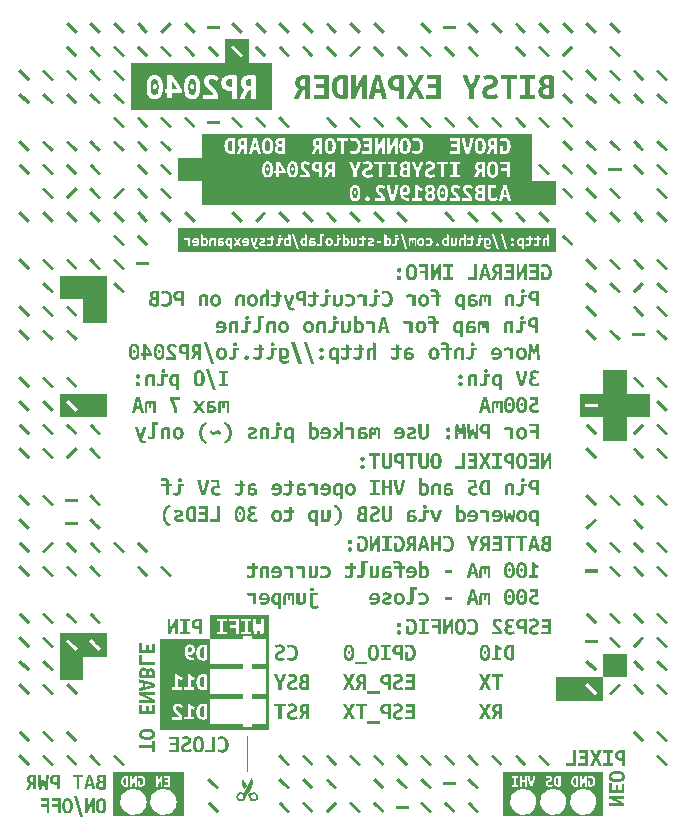
<source format=gbr>
G04 This is an RS-274x file exported by *
G04 gerbv version 2.8.2 *
G04 More information is available about gerbv at *
G04 https://gerbv.github.io/ *
G04 --End of header info--*
%MOIN*%
%FSLAX36Y36*%
%IPPOS*%
G04 --Define apertures--*
%ADD10C,0.0139*%
G04 --Start main section--*
G54D10*
G36*
G01X0912797Y2480479D02*
G01X0912797Y2480479D01*
G01X0925197Y2468079D01*
G01X0917697Y2460579D01*
G01X0905297Y2472979D01*
G01X0905297Y2472979D01*
G01X0898097Y2480179D01*
G01X0898097Y2480179D01*
G01X0885697Y2492579D01*
G01X0893197Y2500079D01*
G01X0905597Y2487679D01*
G01X0905597Y2487679D01*
G01X0912797Y2480479D01*
G01X0912797Y2480479D01*
G37*
G36*
G01X0912797Y2401679D02*
G01X0912797Y2401679D01*
G01X0925197Y2389379D01*
G01X0917697Y2381879D01*
G01X0905297Y2394179D01*
G01X0905297Y2394179D01*
G01X0898097Y2401379D01*
G01X0898097Y2401379D01*
G01X0885697Y2413779D01*
G01X0893197Y2421279D01*
G01X0905597Y2408879D01*
G01X0905597Y2408879D01*
G01X0912797Y2401679D01*
G01X0912797Y2401679D01*
G37*
G36*
G01X0912797Y2323079D02*
G01X0912797Y2323079D01*
G01X0925197Y2310679D01*
G01X0917697Y2303179D01*
G01X0905297Y2315579D01*
G01X0905297Y2315579D01*
G01X0898097Y2322779D01*
G01X0898097Y2322779D01*
G01X0885697Y2335179D01*
G01X0893197Y2342679D01*
G01X0905597Y2330279D01*
G01X0905597Y2330279D01*
G01X0912797Y2323079D01*
G01X0912797Y2323079D01*
G37*
G36*
G01X0912797Y2244379D02*
G01X0912797Y2244379D01*
G01X0925197Y2231979D01*
G01X0917697Y2224479D01*
G01X0905297Y2236879D01*
G01X0905297Y2236879D01*
G01X0898097Y2244079D01*
G01X0898097Y2244079D01*
G01X0885697Y2256379D01*
G01X0893197Y2263879D01*
G01X0905597Y2251579D01*
G01X0905597Y2251579D01*
G01X0912797Y2244379D01*
G01X0912797Y2244379D01*
G37*
G36*
G01X0991497Y2323079D02*
G01X0991497Y2323079D01*
G01X1003897Y2310679D01*
G01X0996397Y2303179D01*
G01X0983997Y2315579D01*
G01X0983997Y2315579D01*
G01X0976797Y2322779D01*
G01X0976797Y2322779D01*
G01X0964497Y2335179D01*
G01X0971997Y2342679D01*
G01X0984297Y2330279D01*
G01X0984297Y2330279D01*
G01X0991497Y2323079D01*
G01X0991497Y2323079D01*
G37*
G36*
G01X1070297Y2323079D02*
G01X1070297Y2323079D01*
G01X1082697Y2310679D01*
G01X1075197Y2303179D01*
G01X1062797Y2315579D01*
G01X1062797Y2315579D01*
G01X1055597Y2322779D01*
G01X1055597Y2322779D01*
G01X1043197Y2335179D01*
G01X1050697Y2342679D01*
G01X1063097Y2330279D01*
G01X1063097Y2330279D01*
G01X1070297Y2323079D01*
G01X1070297Y2323079D01*
G37*
G36*
G01X1070297Y2244379D02*
G01X1070297Y2244379D01*
G01X1082697Y2231979D01*
G01X1075197Y2224479D01*
G01X1062797Y2236879D01*
G01X1062797Y2236879D01*
G01X1055597Y2244079D01*
G01X1055597Y2244079D01*
G01X1043197Y2256379D01*
G01X1050697Y2263879D01*
G01X1063097Y2251579D01*
G01X1063097Y2251579D01*
G01X1070297Y2244379D01*
G01X1070297Y2244379D01*
G37*
G36*
G01X0991497Y2244379D02*
G01X0991497Y2244379D01*
G01X1003897Y2231979D01*
G01X0996397Y2224479D01*
G01X0983997Y2236879D01*
G01X0983997Y2236879D01*
G01X0976797Y2244079D01*
G01X0976797Y2244079D01*
G01X0964497Y2256379D01*
G01X0971997Y2263879D01*
G01X0984297Y2251579D01*
G01X0984297Y2251579D01*
G01X0991497Y2244379D01*
G01X0991497Y2244379D01*
G37*
G36*
G01X0755397Y2323079D02*
G01X0755397Y2323079D01*
G01X0767797Y2310679D01*
G01X0760297Y2303179D01*
G01X0747897Y2315579D01*
G01X0747897Y2315579D01*
G01X0740697Y2322779D01*
G01X0740697Y2322779D01*
G01X0728297Y2335179D01*
G01X0735797Y2342679D01*
G01X0748197Y2330279D01*
G01X0748197Y2330279D01*
G01X0755397Y2323079D01*
G01X0755397Y2323079D01*
G37*
G36*
G01X0755397Y2244379D02*
G01X0755397Y2244379D01*
G01X0767797Y2231979D01*
G01X0760297Y2224479D01*
G01X0747897Y2236879D01*
G01X0747897Y2236879D01*
G01X0740697Y2244079D01*
G01X0740697Y2244079D01*
G01X0728297Y2256379D01*
G01X0735797Y2263879D01*
G01X0748197Y2251579D01*
G01X0748197Y2251579D01*
G01X0755397Y2244379D01*
G01X0755397Y2244379D01*
G37*
G36*
G01X0834197Y2323079D02*
G01X0834197Y2323079D01*
G01X0846497Y2310679D01*
G01X0838997Y2303179D01*
G01X0826697Y2315579D01*
G01X0826697Y2315579D01*
G01X0819497Y2322779D01*
G01X0819497Y2322779D01*
G01X0807097Y2335179D01*
G01X0814597Y2342679D01*
G01X0826997Y2330279D01*
G01X0826997Y2330279D01*
G01X0834197Y2323079D01*
G01X0834197Y2323079D01*
G37*
G36*
G01X0834197Y2244379D02*
G01X0834197Y2244379D01*
G01X0846497Y2231979D01*
G01X0838997Y2224479D01*
G01X0826697Y2236879D01*
G01X0826697Y2236879D01*
G01X0819497Y2244079D01*
G01X0819497Y2244079D01*
G01X0807097Y2256379D01*
G01X0814597Y2263879D01*
G01X0826997Y2251579D01*
G01X0826997Y2251579D01*
G01X0834197Y2244379D01*
G01X0834197Y2244379D01*
G37*
G36*
G01X0755397Y2165579D02*
G01X0755397Y2165579D01*
G01X0767797Y2153179D01*
G01X0760297Y2145679D01*
G01X0747897Y2158079D01*
G01X0747897Y2158079D01*
G01X0740697Y2165279D01*
G01X0740697Y2165279D01*
G01X0728297Y2177679D01*
G01X0735797Y2185179D01*
G01X0748197Y2172779D01*
G01X0748197Y2172779D01*
G01X0755397Y2165579D01*
G01X0755397Y2165579D01*
G37*
G36*
G01X0676697Y2165579D02*
G01X0676697Y2165579D01*
G01X0688997Y2153179D01*
G01X0681497Y2145679D01*
G01X0669197Y2158079D01*
G01X0669197Y2158079D01*
G01X0661997Y2165279D01*
G01X0661997Y2165279D01*
G01X0649597Y2177679D01*
G01X0657097Y2185179D01*
G01X0669497Y2172779D01*
G01X0669497Y2172779D01*
G01X0676697Y2165579D01*
G01X0676697Y2165579D01*
G37*
G36*
G01X0597897Y2165579D02*
G01X0597897Y2165579D01*
G01X0610297Y2153179D01*
G01X0602797Y2145679D01*
G01X0590397Y2158079D01*
G01X0590397Y2158079D01*
G01X0583197Y2165279D01*
G01X0583197Y2165279D01*
G01X0570797Y2177679D01*
G01X0578297Y2185179D01*
G01X0590697Y2172779D01*
G01X0590697Y2172779D01*
G01X0597897Y2165579D01*
G01X0597897Y2165579D01*
G37*
G36*
G01X0519197Y2165579D02*
G01X0519197Y2165579D01*
G01X0531497Y2153179D01*
G01X0523997Y2145679D01*
G01X0511697Y2158079D01*
G01X0511697Y2158079D01*
G01X0504497Y2165279D01*
G01X0504497Y2165279D01*
G01X0492097Y2177679D01*
G01X0499597Y2185179D01*
G01X0511997Y2172779D01*
G01X0511997Y2172779D01*
G01X0519197Y2165579D01*
G01X0519197Y2165579D01*
G37*
G36*
G01X0440397Y2165579D02*
G01X0440397Y2165579D01*
G01X0452797Y2153179D01*
G01X0445297Y2145679D01*
G01X0432897Y2158079D01*
G01X0432897Y2158079D01*
G01X0425697Y2165279D01*
G01X0425697Y2165279D01*
G01X0413297Y2177679D01*
G01X0420797Y2185179D01*
G01X0433197Y2172779D01*
G01X0433197Y2172779D01*
G01X0440397Y2165579D01*
G01X0440397Y2165579D01*
G37*
G36*
G01X0361697Y2165579D02*
G01X0361697Y2165579D01*
G01X0373997Y2153179D01*
G01X0366497Y2145679D01*
G01X0354197Y2158079D01*
G01X0354197Y2158079D01*
G01X0346997Y2165279D01*
G01X0346997Y2165279D01*
G01X0334597Y2177679D01*
G01X0342097Y2185179D01*
G01X0354497Y2172779D01*
G01X0354497Y2172779D01*
G01X0361697Y2165579D01*
G01X0361697Y2165579D01*
G37*
G36*
G01X0282897Y2165579D02*
G01X0282897Y2165579D01*
G01X0295297Y2153179D01*
G01X0287797Y2145679D01*
G01X0275397Y2158079D01*
G01X0275397Y2158079D01*
G01X0268197Y2165279D01*
G01X0268197Y2165279D01*
G01X0255797Y2177679D01*
G01X0263297Y2185179D01*
G01X0275697Y2172779D01*
G01X0275697Y2172779D01*
G01X0282897Y2165579D01*
G01X0282897Y2165579D01*
G37*
G36*
G01X0204197Y2165579D02*
G01X0204197Y2165579D01*
G01X0216497Y2153179D01*
G01X0208997Y2145679D01*
G01X0196697Y2158079D01*
G01X0196697Y2158079D01*
G01X0189497Y2165279D01*
G01X0189497Y2165279D01*
G01X0177097Y2177679D01*
G01X0184597Y2185179D01*
G01X0196997Y2172779D01*
G01X0196997Y2172779D01*
G01X0204197Y2165579D01*
G01X0204197Y2165579D01*
G37*
G36*
G01X0125397Y2165579D02*
G01X0125397Y2165579D01*
G01X0137797Y2153179D01*
G01X0130297Y2145679D01*
G01X0117897Y2158079D01*
G01X0117897Y2158079D01*
G01X0110697Y2165279D01*
G01X0110697Y2165279D01*
G01X0098297Y2177679D01*
G01X0105797Y2185179D01*
G01X0118197Y2172779D01*
G01X0118197Y2172779D01*
G01X0125397Y2165579D01*
G01X0125397Y2165579D01*
G37*
G36*
G01X0046697Y2165579D02*
G01X0046697Y2165579D01*
G01X0058997Y2153179D01*
G01X0051497Y2145679D01*
G01X0039197Y2158079D01*
G01X0039197Y2158079D01*
G01X0031997Y2165279D01*
G01X0031997Y2165279D01*
G01X0019597Y2177679D01*
G01X0027197Y2185079D01*
G01X0039597Y2172679D01*
G01X0039597Y2172679D01*
G01X0046697Y2165579D01*
G01X0046697Y2165579D01*
G37*
G36*
G01X-032103Y2165579D02*
G01X-032103Y2165579D01*
G01X-019703Y2153179D01*
G01X-027203Y2145679D01*
G01X-039603Y2158079D01*
G01X-039603Y2158079D01*
G01X-046803Y2165279D01*
G01X-046803Y2165279D01*
G01X-059203Y2177679D01*
G01X-051703Y2185179D01*
G01X-039303Y2172779D01*
G01X-039303Y2172779D01*
G01X-032103Y2165579D01*
G01X-032103Y2165579D01*
G37*
G36*
G01X-189603Y2165579D02*
G01X-189603Y2165579D01*
G01X-177203Y2153179D01*
G01X-184703Y2145679D01*
G01X-197103Y2158079D01*
G01X-197103Y2158079D01*
G01X-204303Y2165279D01*
G01X-204303Y2165279D01*
G01X-216703Y2177679D01*
G01X-209203Y2185179D01*
G01X-196803Y2172779D01*
G01X-196803Y2172779D01*
G01X-189603Y2165579D01*
G01X-189603Y2165579D01*
G37*
G36*
G01X-268203Y2165579D02*
G01X-268203Y2165579D01*
G01X-255803Y2153179D01*
G01X-263303Y2145679D01*
G01X-275703Y2158079D01*
G01X-275703Y2158079D01*
G01X-282903Y2165279D01*
G01X-282903Y2165279D01*
G01X-295303Y2177679D01*
G01X-287803Y2185179D01*
G01X-275403Y2172779D01*
G01X-275403Y2172779D01*
G01X-268203Y2165579D01*
G01X-268203Y2165579D01*
G37*
G36*
G01X-346903Y2165579D02*
G01X-346903Y2165579D01*
G01X-334603Y2153179D01*
G01X-342103Y2145679D01*
G01X-354403Y2158079D01*
G01X-354403Y2158079D01*
G01X-361703Y2165179D01*
G01X-361703Y2165179D01*
G01X-374003Y2177579D01*
G01X-366503Y2185079D01*
G01X-354203Y2172679D01*
G01X-354203Y2172679D01*
G01X-346903Y2165579D01*
G01X-346903Y2165579D01*
G37*
G36*
G01X-428003Y2170679D02*
G01X-428003Y2170679D01*
G01X-410503Y2170679D01*
G01X-410503Y2160079D01*
G01X-428003Y2160079D01*
G01X-428003Y2160079D01*
G01X-438203Y2160079D01*
G01X-438203Y2160079D01*
G01X-455703Y2160079D01*
G01X-455703Y2170679D01*
G01X-438203Y2170679D01*
G01X-438203Y2170679D01*
G01X-428003Y2170679D01*
G01X-428003Y2170679D01*
G37*
G36*
G01X-504403Y2165579D02*
G01X-504403Y2165579D01*
G01X-492103Y2153179D01*
G01X-499603Y2145679D01*
G01X-511903Y2158079D01*
G01X-511903Y2158079D01*
G01X-519203Y2165279D01*
G01X-519203Y2165279D01*
G01X-531503Y2177679D01*
G01X-524003Y2185179D01*
G01X-511703Y2172779D01*
G01X-511703Y2172779D01*
G01X-504403Y2165579D01*
G01X-504403Y2165579D01*
G37*
G36*
G01X-583203Y2165579D02*
G01X-583203Y2165579D01*
G01X-570803Y2153179D01*
G01X-578303Y2145679D01*
G01X-590703Y2158079D01*
G01X-590703Y2158079D01*
G01X-597903Y2165279D01*
G01X-597903Y2165279D01*
G01X-610303Y2177679D01*
G01X-602803Y2185179D01*
G01X-590403Y2172779D01*
G01X-590403Y2172779D01*
G01X-583203Y2165579D01*
G01X-583203Y2165579D01*
G37*
G36*
G01X-661903Y2165579D02*
G01X-661903Y2165579D01*
G01X-649603Y2153179D01*
G01X-657103Y2145679D01*
G01X-669403Y2158079D01*
G01X-669403Y2158079D01*
G01X-676703Y2165279D01*
G01X-676703Y2165279D01*
G01X-689003Y2177679D01*
G01X-681503Y2185179D01*
G01X-669203Y2172779D01*
G01X-669203Y2172779D01*
G01X-661903Y2165579D01*
G01X-661903Y2165579D01*
G37*
G36*
G01X-740703Y2165579D02*
G01X-740703Y2165579D01*
G01X-728303Y2153179D01*
G01X-735803Y2145679D01*
G01X-748203Y2158079D01*
G01X-748203Y2158079D01*
G01X-755403Y2165279D01*
G01X-755403Y2165279D01*
G01X-767803Y2177679D01*
G01X-760303Y2185179D01*
G01X-747903Y2172779D01*
G01X-747903Y2172779D01*
G01X-740703Y2165579D01*
G01X-740703Y2165579D01*
G37*
G36*
G01X-740703Y2244379D02*
G01X-740703Y2244379D01*
G01X-728303Y2231979D01*
G01X-735803Y2224479D01*
G01X-748203Y2236879D01*
G01X-748203Y2236879D01*
G01X-755403Y2244079D01*
G01X-755403Y2244079D01*
G01X-767803Y2256379D01*
G01X-760303Y2263879D01*
G01X-747903Y2251579D01*
G01X-747903Y2251579D01*
G01X-740703Y2244379D01*
G01X-740703Y2244379D01*
G37*
G36*
G01X-819403Y2244379D02*
G01X-819403Y2244379D01*
G01X-807103Y2231979D01*
G01X-814603Y2224479D01*
G01X-826903Y2236879D01*
G01X-826903Y2236879D01*
G01X-834203Y2244079D01*
G01X-834203Y2244079D01*
G01X-846503Y2256379D01*
G01X-839003Y2263879D01*
G01X-826703Y2251579D01*
G01X-826703Y2251579D01*
G01X-819403Y2244379D01*
G01X-819403Y2244379D01*
G37*
G36*
G01X-898203Y2244379D02*
G01X-898203Y2244379D01*
G01X-885803Y2231979D01*
G01X-893303Y2224479D01*
G01X-905703Y2236879D01*
G01X-905703Y2236879D01*
G01X-912903Y2244079D01*
G01X-912903Y2244079D01*
G01X-925303Y2256379D01*
G01X-917803Y2263879D01*
G01X-905403Y2251579D01*
G01X-905403Y2251579D01*
G01X-898203Y2244379D01*
G01X-898203Y2244379D01*
G37*
G36*
G01X-976903Y2244379D02*
G01X-976903Y2244379D01*
G01X-964603Y2231979D01*
G01X-972103Y2224479D01*
G01X-984403Y2236879D01*
G01X-984403Y2236879D01*
G01X-991703Y2244079D01*
G01X-991703Y2244079D01*
G01X-1004003Y2256379D01*
G01X-996503Y2263879D01*
G01X-984203Y2251579D01*
G01X-984203Y2251579D01*
G01X-976903Y2244379D01*
G01X-976903Y2244379D01*
G37*
G36*
G01X-1055703Y2244379D02*
G01X-1055703Y2244379D01*
G01X-1043303Y2231979D01*
G01X-1050803Y2224479D01*
G01X-1063203Y2236879D01*
G01X-1063203Y2236879D01*
G01X-1070403Y2244079D01*
G01X-1070403Y2244079D01*
G01X-1082603Y2256279D01*
G01X-1075103Y2263779D01*
G01X-1062803Y2251379D01*
G01X-1062803Y2251379D01*
G01X-1055703Y2244379D01*
G01X-1055703Y2244379D01*
G37*
G36*
G01X-740703Y2323079D02*
G01X-740703Y2323079D01*
G01X-728303Y2310679D01*
G01X-735803Y2303179D01*
G01X-748203Y2315579D01*
G01X-748203Y2315579D01*
G01X-755403Y2322779D01*
G01X-755403Y2322779D01*
G01X-767803Y2335179D01*
G01X-760303Y2342679D01*
G01X-747903Y2330279D01*
G01X-747903Y2330279D01*
G01X-740703Y2323079D01*
G01X-740703Y2323079D01*
G37*
G36*
G01X-819403Y2323079D02*
G01X-819403Y2323079D01*
G01X-807103Y2310679D01*
G01X-814603Y2303179D01*
G01X-826903Y2315579D01*
G01X-826903Y2315579D01*
G01X-834203Y2322779D01*
G01X-834203Y2322779D01*
G01X-846503Y2335179D01*
G01X-839003Y2342679D01*
G01X-826703Y2330279D01*
G01X-826703Y2330279D01*
G01X-819403Y2323079D01*
G01X-819403Y2323079D01*
G37*
G36*
G01X-898203Y2323079D02*
G01X-898203Y2323079D01*
G01X-885803Y2310679D01*
G01X-893303Y2303179D01*
G01X-905703Y2315579D01*
G01X-905703Y2315579D01*
G01X-912903Y2322779D01*
G01X-912903Y2322779D01*
G01X-925303Y2335179D01*
G01X-917803Y2342679D01*
G01X-905403Y2330279D01*
G01X-905403Y2330279D01*
G01X-898203Y2323079D01*
G01X-898203Y2323079D01*
G37*
G36*
G01X-740703Y2401679D02*
G01X-740703Y2401679D01*
G01X-728303Y2389379D01*
G01X-735803Y2381879D01*
G01X-748203Y2394179D01*
G01X-748203Y2394179D01*
G01X-755403Y2401379D01*
G01X-755403Y2401379D01*
G01X-767803Y2413779D01*
G01X-760303Y2421279D01*
G01X-747903Y2408879D01*
G01X-747903Y2408879D01*
G01X-740703Y2401679D01*
G01X-740703Y2401679D01*
G37*
G36*
G01X-819403Y2401679D02*
G01X-819403Y2401679D01*
G01X-807103Y2389379D01*
G01X-814603Y2381879D01*
G01X-826903Y2394179D01*
G01X-826903Y2394179D01*
G01X-834203Y2401379D01*
G01X-834203Y2401379D01*
G01X-846503Y2413779D01*
G01X-839003Y2421279D01*
G01X-826703Y2408879D01*
G01X-826703Y2408879D01*
G01X-819403Y2401679D01*
G01X-819403Y2401679D01*
G37*
G36*
G01X-898203Y2401679D02*
G01X-898203Y2401679D01*
G01X-885803Y2389379D01*
G01X-893303Y2381879D01*
G01X-905703Y2394179D01*
G01X-905703Y2394179D01*
G01X-912903Y2401379D01*
G01X-912903Y2401379D01*
G01X-925303Y2413779D01*
G01X-917803Y2421279D01*
G01X-905403Y2408879D01*
G01X-905403Y2408879D01*
G01X-898203Y2401679D01*
G01X-898203Y2401679D01*
G37*
G36*
G01X-740703Y2480479D02*
G01X-740703Y2480479D01*
G01X-728303Y2468079D01*
G01X-735803Y2460579D01*
G01X-748203Y2472979D01*
G01X-748203Y2472979D01*
G01X-755403Y2480179D01*
G01X-755403Y2480179D01*
G01X-767803Y2492579D01*
G01X-760303Y2500079D01*
G01X-747903Y2487679D01*
G01X-747903Y2487679D01*
G01X-740703Y2480479D01*
G01X-740703Y2480479D01*
G37*
G36*
G01X-819403Y2480479D02*
G01X-819403Y2480479D01*
G01X-807103Y2468079D01*
G01X-814603Y2460579D01*
G01X-826903Y2472979D01*
G01X-826903Y2472979D01*
G01X-834203Y2480179D01*
G01X-834203Y2480179D01*
G01X-846503Y2492579D01*
G01X-839003Y2500079D01*
G01X-826703Y2487679D01*
G01X-826703Y2487679D01*
G01X-819403Y2480479D01*
G01X-819403Y2480479D01*
G37*
G36*
G01X-898203Y2480479D02*
G01X-898203Y2480479D01*
G01X-885803Y2468079D01*
G01X-893303Y2460579D01*
G01X-905703Y2472979D01*
G01X-905703Y2472979D01*
G01X-912903Y2480179D01*
G01X-912903Y2480179D01*
G01X-925303Y2492579D01*
G01X-917803Y2500079D01*
G01X-905403Y2487679D01*
G01X-905403Y2487679D01*
G01X-898203Y2480479D01*
G01X-898203Y2480479D01*
G37*
G36*
G01X-504403Y2401679D02*
G01X-504403Y2401679D01*
G01X-492103Y2389379D01*
G01X-499603Y2381879D01*
G01X-511903Y2394179D01*
G01X-511903Y2394179D01*
G01X-519203Y2401379D01*
G01X-519203Y2401379D01*
G01X-531503Y2413779D01*
G01X-524003Y2421279D01*
G01X-511703Y2408879D01*
G01X-511703Y2408879D01*
G01X-504403Y2401679D01*
G01X-504403Y2401679D01*
G37*
G36*
G01X-425703Y2401679D02*
G01X-425703Y2401679D01*
G01X-413303Y2389379D01*
G01X-420803Y2381879D01*
G01X-433203Y2394179D01*
G01X-433203Y2394179D01*
G01X-440403Y2401379D01*
G01X-440403Y2401379D01*
G01X-452803Y2413779D01*
G01X-445303Y2421279D01*
G01X-432903Y2408879D01*
G01X-432903Y2408879D01*
G01X-425703Y2401679D01*
G01X-425703Y2401679D01*
G37*
G36*
G01X-583203Y2401679D02*
G01X-583203Y2401679D01*
G01X-570803Y2389379D01*
G01X-578303Y2381879D01*
G01X-590703Y2394179D01*
G01X-590703Y2394179D01*
G01X-597903Y2401379D01*
G01X-597903Y2401379D01*
G01X-610303Y2413779D01*
G01X-602803Y2421279D01*
G01X-590403Y2408879D01*
G01X-590403Y2408879D01*
G01X-583203Y2401679D01*
G01X-583203Y2401679D01*
G37*
G36*
G01X-661903Y2401679D02*
G01X-661903Y2401679D01*
G01X-649603Y2389379D01*
G01X-657103Y2381879D01*
G01X-669403Y2394179D01*
G01X-669403Y2394179D01*
G01X-676703Y2401379D01*
G01X-676703Y2401379D01*
G01X-689003Y2413779D01*
G01X-681503Y2421279D01*
G01X-669203Y2408879D01*
G01X-669203Y2408879D01*
G01X-661903Y2401679D01*
G01X-661903Y2401679D01*
G37*
G36*
G01X-504403Y2480479D02*
G01X-504403Y2480479D01*
G01X-492103Y2468079D01*
G01X-499603Y2460579D01*
G01X-511903Y2472979D01*
G01X-511903Y2472979D01*
G01X-519203Y2480179D01*
G01X-519203Y2480179D01*
G01X-531503Y2492579D01*
G01X-524003Y2500079D01*
G01X-511703Y2487679D01*
G01X-511703Y2487679D01*
G01X-504403Y2480479D01*
G01X-504403Y2480479D01*
G37*
G36*
G01X-428003Y2485579D02*
G01X-428003Y2485579D01*
G01X-410503Y2485579D01*
G01X-410503Y2474879D01*
G01X-428003Y2474879D01*
G01X-428003Y2474879D01*
G01X-438203Y2474879D01*
G01X-438203Y2474879D01*
G01X-455703Y2474879D01*
G01X-455703Y2485579D01*
G01X-438203Y2485579D01*
G01X-438203Y2485579D01*
G01X-428003Y2485579D01*
G01X-428003Y2485579D01*
G37*
G36*
G01X-346903Y2480479D02*
G01X-346903Y2480479D01*
G01X-334603Y2468079D01*
G01X-342203Y2460579D01*
G01X-354603Y2472979D01*
G01X-354603Y2472979D01*
G01X-361703Y2480179D01*
G01X-361703Y2480179D01*
G01X-374003Y2492579D01*
G01X-366503Y2500079D01*
G01X-354203Y2487679D01*
G01X-354203Y2487679D01*
G01X-346903Y2480479D01*
G01X-346903Y2480479D01*
G37*
G36*
G01X-590703Y2487679D02*
G01X-590703Y2487679D01*
G01X-578303Y2500079D01*
G01X-570803Y2492579D01*
G01X-583203Y2480179D01*
G01X-583203Y2480179D01*
G01X-590403Y2472979D01*
G01X-590403Y2472979D01*
G01X-602803Y2460579D01*
G01X-610303Y2468179D01*
G01X-597903Y2480579D01*
G01X-597903Y2480579D01*
G01X-590703Y2487679D01*
G01X-590703Y2487679D01*
G37*
G36*
G01X-661903Y2480479D02*
G01X-661903Y2480479D01*
G01X-649603Y2468079D01*
G01X-657103Y2460579D01*
G01X-669403Y2472979D01*
G01X-669403Y2472979D01*
G01X-676703Y2480179D01*
G01X-676703Y2480179D01*
G01X-689003Y2492579D01*
G01X-681503Y2500079D01*
G01X-669203Y2487679D01*
G01X-669203Y2487679D01*
G01X-661903Y2480479D01*
G01X-661903Y2480479D01*
G37*
G36*
G01X-976903Y2323079D02*
G01X-976903Y2323079D01*
G01X-964603Y2310679D01*
G01X-972103Y2303179D01*
G01X-984403Y2315579D01*
G01X-984403Y2315579D01*
G01X-991703Y2322779D01*
G01X-991703Y2322779D01*
G01X-1004003Y2335179D01*
G01X-996503Y2342679D01*
G01X-984203Y2330279D01*
G01X-984203Y2330279D01*
G01X-976903Y2323079D01*
G01X-976903Y2323079D01*
G37*
G36*
G01X-1055703Y2323079D02*
G01X-1055703Y2323079D01*
G01X-1043303Y2310679D01*
G01X-1050803Y2303179D01*
G01X-1063203Y2315579D01*
G01X-1063203Y2315579D01*
G01X-1070403Y2322779D01*
G01X-1070403Y2322779D01*
G01X-1082803Y2335179D01*
G01X-1075303Y2342679D01*
G01X-1062903Y2330279D01*
G01X-1062903Y2330279D01*
G01X-1055703Y2323079D01*
G01X-1055703Y2323079D01*
G37*
G36*
G01X0834197Y2480479D02*
G01X0834197Y2480479D01*
G01X0846497Y2468079D01*
G01X0838997Y2460579D01*
G01X0826697Y2472979D01*
G01X0826697Y2472979D01*
G01X0819497Y2480179D01*
G01X0819497Y2480179D01*
G01X0807097Y2492579D01*
G01X0814597Y2500079D01*
G01X0826997Y2487679D01*
G01X0826997Y2487679D01*
G01X0834197Y2480479D01*
G01X0834197Y2480479D01*
G37*
G36*
G01X0755397Y2480479D02*
G01X0755397Y2480479D01*
G01X0767797Y2468079D01*
G01X0760297Y2460579D01*
G01X0747897Y2472979D01*
G01X0747897Y2472979D01*
G01X0740697Y2480179D01*
G01X0740697Y2480179D01*
G01X0728297Y2492579D01*
G01X0735797Y2500079D01*
G01X0748197Y2487679D01*
G01X0748197Y2487679D01*
G01X0755397Y2480479D01*
G01X0755397Y2480479D01*
G37*
G36*
G01X0747797Y2408879D02*
G01X0747797Y2408879D01*
G01X0760197Y2421279D01*
G01X0767697Y2413779D01*
G01X0755297Y2401379D01*
G01X0755297Y2401379D01*
G01X0748097Y2394179D01*
G01X0748097Y2394179D01*
G01X0735697Y2381879D01*
G01X0728197Y2389379D01*
G01X0740597Y2401679D01*
G01X0740597Y2401679D01*
G01X0747797Y2408879D01*
G01X0747797Y2408879D01*
G37*
G36*
G01X0676697Y2480479D02*
G01X0676697Y2480479D01*
G01X0688997Y2468079D01*
G01X0681497Y2460579D01*
G01X0669197Y2472979D01*
G01X0669197Y2472979D01*
G01X0661997Y2480179D01*
G01X0661997Y2480179D01*
G01X0649597Y2492579D01*
G01X0657097Y2500079D01*
G01X0669497Y2487679D01*
G01X0669497Y2487679D01*
G01X0676697Y2480479D01*
G01X0676697Y2480479D01*
G37*
G36*
G01X0597897Y2480479D02*
G01X0597897Y2480479D01*
G01X0610297Y2468079D01*
G01X0602797Y2460579D01*
G01X0590397Y2472979D01*
G01X0590397Y2472979D01*
G01X0583197Y2480179D01*
G01X0583197Y2480179D01*
G01X0570797Y2492579D01*
G01X0578297Y2500079D01*
G01X0590697Y2487679D01*
G01X0590697Y2487679D01*
G01X0597897Y2480479D01*
G01X0597897Y2480479D01*
G37*
G36*
G01X0519197Y2480479D02*
G01X0519197Y2480479D01*
G01X0531497Y2468079D01*
G01X0523997Y2460579D01*
G01X0511697Y2472979D01*
G01X0511697Y2472979D01*
G01X0504497Y2480179D01*
G01X0504497Y2480179D01*
G01X0492097Y2492579D01*
G01X0499597Y2500079D01*
G01X0511997Y2487679D01*
G01X0511997Y2487679D01*
G01X0519197Y2480479D01*
G01X0519197Y2480479D01*
G37*
G36*
G01X0440397Y2480479D02*
G01X0440397Y2480479D01*
G01X0452797Y2468079D01*
G01X0445297Y2460579D01*
G01X0432897Y2472979D01*
G01X0432897Y2472979D01*
G01X0425697Y2480179D01*
G01X0425697Y2480179D01*
G01X0413297Y2492579D01*
G01X0420797Y2500079D01*
G01X0433197Y2487679D01*
G01X0433197Y2487679D01*
G01X0440397Y2480479D01*
G01X0440397Y2480479D01*
G37*
G36*
G01X0359497Y2485579D02*
G01X0359497Y2485579D01*
G01X0376997Y2485579D01*
G01X0376997Y2474879D01*
G01X0359497Y2474879D01*
G01X0359497Y2474879D01*
G01X0349297Y2474879D01*
G01X0349297Y2474879D01*
G01X0331797Y2474879D01*
G01X0331797Y2485579D01*
G01X0349297Y2485579D01*
G01X0349297Y2485579D01*
G01X0359497Y2485579D01*
G01X0359497Y2485579D01*
G37*
G36*
G01X0282897Y2480479D02*
G01X0282897Y2480479D01*
G01X0295297Y2468079D01*
G01X0287797Y2460579D01*
G01X0275397Y2472979D01*
G01X0275397Y2472979D01*
G01X0268197Y2480179D01*
G01X0268197Y2480179D01*
G01X0255797Y2492579D01*
G01X0263297Y2500079D01*
G01X0275697Y2487679D01*
G01X0275697Y2487679D01*
G01X0282897Y2480479D01*
G01X0282897Y2480479D01*
G37*
G36*
G01X0676697Y2401679D02*
G01X0676697Y2401679D01*
G01X0688997Y2389379D01*
G01X0681497Y2381879D01*
G01X0669197Y2394179D01*
G01X0669197Y2394179D01*
G01X0661997Y2401379D01*
G01X0661997Y2401379D01*
G01X0649597Y2413779D01*
G01X0657097Y2421279D01*
G01X0669497Y2408879D01*
G01X0669497Y2408879D01*
G01X0676697Y2401679D01*
G01X0676697Y2401679D01*
G37*
G36*
G01X0597897Y2401679D02*
G01X0597897Y2401679D01*
G01X0610297Y2389379D01*
G01X0602797Y2381879D01*
G01X0590397Y2394179D01*
G01X0590397Y2394179D01*
G01X0583197Y2401379D01*
G01X0583197Y2401379D01*
G01X0570797Y2413779D01*
G01X0578297Y2421279D01*
G01X0590697Y2408879D01*
G01X0590697Y2408879D01*
G01X0597897Y2401679D01*
G01X0597897Y2401679D01*
G37*
G36*
G01X0440397Y2401679D02*
G01X0440397Y2401679D01*
G01X0452797Y2389379D01*
G01X0445297Y2381879D01*
G01X0432897Y2394179D01*
G01X0432897Y2394179D01*
G01X0425697Y2401379D01*
G01X0425697Y2401379D01*
G01X0413297Y2413779D01*
G01X0420797Y2421279D01*
G01X0433197Y2408879D01*
G01X0433197Y2408879D01*
G01X0440397Y2401679D01*
G01X0440397Y2401679D01*
G37*
G36*
G01X0361697Y2401679D02*
G01X0361697Y2401679D01*
G01X0373997Y2389379D01*
G01X0366497Y2381879D01*
G01X0354197Y2394179D01*
G01X0354197Y2394179D01*
G01X0346997Y2401379D01*
G01X0346997Y2401379D01*
G01X0334597Y2413779D01*
G01X0342097Y2421279D01*
G01X0354497Y2408879D01*
G01X0354497Y2408879D01*
G01X0361697Y2401679D01*
G01X0361697Y2401679D01*
G37*
G36*
G01X0282897Y2401679D02*
G01X0282897Y2401679D01*
G01X0295297Y2389379D01*
G01X0287797Y2381879D01*
G01X0275397Y2394179D01*
G01X0275397Y2394179D01*
G01X0268197Y2401379D01*
G01X0268197Y2401379D01*
G01X0255797Y2413779D01*
G01X0263297Y2421279D01*
G01X0275697Y2408879D01*
G01X0275697Y2408879D01*
G01X0282897Y2401679D01*
G01X0282897Y2401679D01*
G37*
G36*
G01X0204197Y2401679D02*
G01X0204197Y2401679D01*
G01X0216497Y2389379D01*
G01X0208997Y2381879D01*
G01X0196697Y2394179D01*
G01X0196697Y2394179D01*
G01X0189497Y2401379D01*
G01X0189497Y2401379D01*
G01X0177097Y2413779D01*
G01X0184597Y2421279D01*
G01X0196997Y2408879D01*
G01X0196997Y2408879D01*
G01X0204197Y2401679D01*
G01X0204197Y2401679D01*
G37*
G36*
G01X0125397Y2401679D02*
G01X0125397Y2401679D01*
G01X0137797Y2389379D01*
G01X0130297Y2381879D01*
G01X0117897Y2394179D01*
G01X0117897Y2394179D01*
G01X0110697Y2401379D01*
G01X0110697Y2401379D01*
G01X0098297Y2413779D01*
G01X0105797Y2421279D01*
G01X0118197Y2408879D01*
G01X0118197Y2408879D01*
G01X0125397Y2401679D01*
G01X0125397Y2401679D01*
G37*
G36*
G01X0039597Y2394179D02*
G01X0039597Y2394179D01*
G01X0027197Y2381879D01*
G01X0019697Y2389379D01*
G01X0032097Y2401679D01*
G01X0032097Y2401679D01*
G01X0039297Y2408879D01*
G01X0039297Y2408879D01*
G01X0051697Y2421279D01*
G01X0059197Y2413779D01*
G01X0046797Y2401379D01*
G01X0046797Y2401379D01*
G01X0039597Y2394179D01*
G01X0039597Y2394179D01*
G37*
G36*
G01X-032103Y2401679D02*
G01X-032103Y2401679D01*
G01X-019703Y2389379D01*
G01X-027203Y2381879D01*
G01X-039603Y2394179D01*
G01X-039603Y2394179D01*
G01X-046803Y2401379D01*
G01X-046803Y2401379D01*
G01X-059203Y2413779D01*
G01X-051703Y2421279D01*
G01X-039303Y2408879D01*
G01X-039303Y2408879D01*
G01X-032103Y2401679D01*
G01X-032103Y2401679D01*
G37*
G36*
G01X-110803Y2401679D02*
G01X-110803Y2401679D01*
G01X-098503Y2389379D01*
G01X-106003Y2381879D01*
G01X-118303Y2394179D01*
G01X-118303Y2394179D01*
G01X-125503Y2401379D01*
G01X-125503Y2401379D01*
G01X-137903Y2413779D01*
G01X-130403Y2421279D01*
G01X-118003Y2408879D01*
G01X-118003Y2408879D01*
G01X-110803Y2401679D01*
G01X-110803Y2401679D01*
G37*
G36*
G01X-189603Y2401679D02*
G01X-189603Y2401679D01*
G01X-177203Y2389379D01*
G01X-184703Y2381879D01*
G01X-197103Y2394179D01*
G01X-197103Y2394179D01*
G01X-204303Y2401379D01*
G01X-204303Y2401379D01*
G01X-216703Y2413779D01*
G01X-209203Y2421279D01*
G01X-196803Y2408879D01*
G01X-196803Y2408879D01*
G01X-189603Y2401679D01*
G01X-189603Y2401679D01*
G37*
G36*
G01X-268203Y2401679D02*
G01X-268203Y2401679D01*
G01X-255803Y2389379D01*
G01X-263303Y2381879D01*
G01X-275703Y2394179D01*
G01X-275703Y2394179D01*
G01X-282903Y2401379D01*
G01X-282903Y2401379D01*
G01X-295303Y2413779D01*
G01X-287803Y2421279D01*
G01X-275403Y2408879D01*
G01X-275403Y2408879D01*
G01X-268203Y2401679D01*
G01X-268203Y2401679D01*
G37*
G36*
G01X0125397Y2480479D02*
G01X0125397Y2480479D01*
G01X0137797Y2468079D01*
G01X0130297Y2460579D01*
G01X0117897Y2472979D01*
G01X0117897Y2472979D01*
G01X0110697Y2480179D01*
G01X0110697Y2480179D01*
G01X0098297Y2492579D01*
G01X0105797Y2500079D01*
G01X0118197Y2487679D01*
G01X0118197Y2487679D01*
G01X0125397Y2480479D01*
G01X0125397Y2480479D01*
G37*
G36*
G01X0046697Y2480479D02*
G01X0046697Y2480479D01*
G01X0058997Y2468079D01*
G01X0051497Y2460579D01*
G01X0039197Y2472979D01*
G01X0039197Y2472979D01*
G01X0031997Y2480179D01*
G01X0031997Y2480179D01*
G01X0019597Y2492579D01*
G01X0027197Y2500079D01*
G01X0039597Y2487679D01*
G01X0039597Y2487679D01*
G01X0046697Y2480479D01*
G01X0046697Y2480479D01*
G37*
G36*
G01X-032103Y2480479D02*
G01X-032103Y2480479D01*
G01X-019703Y2468079D01*
G01X-027203Y2460579D01*
G01X-039603Y2472979D01*
G01X-039603Y2472979D01*
G01X-046803Y2480179D01*
G01X-046803Y2480179D01*
G01X-059203Y2492579D01*
G01X-051703Y2500079D01*
G01X-039303Y2487679D01*
G01X-039303Y2487679D01*
G01X-032103Y2480479D01*
G01X-032103Y2480479D01*
G37*
G36*
G01X-110803Y2480479D02*
G01X-110803Y2480479D01*
G01X-098503Y2468079D01*
G01X-106003Y2460579D01*
G01X-118303Y2472979D01*
G01X-118303Y2472979D01*
G01X-125503Y2480179D01*
G01X-125503Y2480179D01*
G01X-137903Y2492579D01*
G01X-130403Y2500079D01*
G01X-118003Y2487679D01*
G01X-118003Y2487679D01*
G01X-110803Y2480479D01*
G01X-110803Y2480479D01*
G37*
G36*
G01X-189603Y2480479D02*
G01X-189603Y2480479D01*
G01X-177203Y2468079D01*
G01X-184703Y2460579D01*
G01X-197103Y2472979D01*
G01X-197103Y2472979D01*
G01X-204303Y2480179D01*
G01X-204303Y2480179D01*
G01X-216703Y2492579D01*
G01X-209203Y2500079D01*
G01X-196803Y2487679D01*
G01X-196803Y2487679D01*
G01X-189603Y2480479D01*
G01X-189603Y2480479D01*
G37*
G36*
G01X-268203Y2480479D02*
G01X-268203Y2480479D01*
G01X-255803Y2468079D01*
G01X-263303Y2460579D01*
G01X-275803Y2472979D01*
G01X-275803Y2472979D01*
G01X-283003Y2480179D01*
G01X-283003Y2480179D01*
G01X-295403Y2492579D01*
G01X-287903Y2500079D01*
G01X-275503Y2487679D01*
G01X-275503Y2487679D01*
G01X-268203Y2480479D01*
G01X-268203Y2480479D01*
G37*
G36*
G01X-944703Y1653379D02*
G01X-944703Y1574779D01*
G01X-866103Y1574779D01*
G01X-866103Y1496179D01*
G01X-787503Y1496179D01*
G01X-787503Y1574779D01*
G01X-787503Y1653379D01*
G01X-866103Y1653379D01*
G01X-944703Y1653379D01*
G37*
G36*
G01X0944897Y0314979D02*
G01X0944897Y0393779D01*
G01X0866097Y0393779D01*
G01X0866097Y0314979D01*
G01X0944897Y0314979D01*
G37*
G36*
G01X-319803Y0118079D02*
G01X-322503Y0118079D01*
G01X-322503Y0000079D01*
G01X-319803Y0000079D01*
G01X-317303Y0000079D01*
G01X-317303Y0118079D01*
G01X-319803Y0118079D01*
G37*
G36*
G01X-583203Y2165579D02*
G01X-583203Y2165579D01*
G01X-570803Y2153179D01*
G01X-578303Y2145679D01*
G01X-590703Y2158079D01*
G01X-590703Y2158079D01*
G01X-597903Y2165279D01*
G01X-597903Y2165279D01*
G01X-610303Y2177679D01*
G01X-602803Y2185179D01*
G01X-590403Y2172779D01*
G01X-590403Y2172779D01*
G01X-583203Y2165579D01*
G01X-583203Y2165579D01*
G37*
G36*
G01X-661903Y2165579D02*
G01X-661903Y2165579D01*
G01X-649603Y2153179D01*
G01X-657103Y2145679D01*
G01X-669403Y2158079D01*
G01X-669403Y2158079D01*
G01X-676703Y2165279D01*
G01X-676703Y2165279D01*
G01X-689003Y2177679D01*
G01X-681503Y2185179D01*
G01X-669203Y2172779D01*
G01X-669203Y2172779D01*
G01X-661903Y2165579D01*
G01X-661903Y2165579D01*
G37*
G36*
G01X-740703Y2165579D02*
G01X-740703Y2165579D01*
G01X-728303Y2153179D01*
G01X-735803Y2145679D01*
G01X-748203Y2158079D01*
G01X-748203Y2158079D01*
G01X-755403Y2165279D01*
G01X-755403Y2165279D01*
G01X-767803Y2177679D01*
G01X-760303Y2185179D01*
G01X-747903Y2172779D01*
G01X-747903Y2172779D01*
G01X-740703Y2165579D01*
G01X-740703Y2165579D01*
G37*
G36*
G01X-583203Y2086879D02*
G01X-583203Y2086879D01*
G01X-570803Y2074479D01*
G01X-578303Y2066979D01*
G01X-590703Y2079379D01*
G01X-590703Y2079379D01*
G01X-597903Y2086579D01*
G01X-597903Y2086579D01*
G01X-610303Y2098879D01*
G01X-602803Y2106379D01*
G01X-590403Y2094079D01*
G01X-590403Y2094079D01*
G01X-583203Y2086879D01*
G01X-583203Y2086879D01*
G37*
G36*
G01X-661903Y2086879D02*
G01X-661903Y2086879D01*
G01X-649603Y2074479D01*
G01X-657103Y2066979D01*
G01X-669403Y2079379D01*
G01X-669403Y2079379D01*
G01X-676703Y2086579D01*
G01X-676703Y2086579D01*
G01X-689003Y2098879D01*
G01X-681503Y2106379D01*
G01X-669203Y2094079D01*
G01X-669203Y2094079D01*
G01X-661903Y2086879D01*
G01X-661903Y2086879D01*
G37*
G36*
G01X-740703Y2086879D02*
G01X-740703Y2086879D01*
G01X-728303Y2074479D01*
G01X-735803Y2066979D01*
G01X-748203Y2079379D01*
G01X-748203Y2079379D01*
G01X-755403Y2086579D01*
G01X-755403Y2086579D01*
G01X-767803Y2098879D01*
G01X-760303Y2106379D01*
G01X-747903Y2094079D01*
G01X-747903Y2094079D01*
G01X-740703Y2086879D01*
G01X-740703Y2086879D01*
G37*
G36*
G01X-819403Y2086879D02*
G01X-819403Y2086879D01*
G01X-807103Y2074479D01*
G01X-814603Y2066979D01*
G01X-826903Y2079379D01*
G01X-826903Y2079379D01*
G01X-834203Y2086579D01*
G01X-834203Y2086579D01*
G01X-846503Y2098879D01*
G01X-839003Y2106379D01*
G01X-826703Y2094079D01*
G01X-826703Y2094079D01*
G01X-819403Y2086879D01*
G01X-819403Y2086879D01*
G37*
G36*
G01X-898203Y2086879D02*
G01X-898203Y2086879D01*
G01X-885803Y2074479D01*
G01X-893303Y2066979D01*
G01X-905703Y2079379D01*
G01X-905703Y2079379D01*
G01X-912903Y2086579D01*
G01X-912903Y2086579D01*
G01X-925303Y2098879D01*
G01X-917803Y2106379D01*
G01X-905403Y2094079D01*
G01X-905403Y2094079D01*
G01X-898203Y2086879D01*
G01X-898203Y2086879D01*
G37*
G36*
G01X-976903Y2086879D02*
G01X-976903Y2086879D01*
G01X-964603Y2074479D01*
G01X-972103Y2066979D01*
G01X-984403Y2079379D01*
G01X-984403Y2079379D01*
G01X-991703Y2086579D01*
G01X-991703Y2086579D01*
G01X-1004003Y2098879D01*
G01X-996503Y2106379D01*
G01X-984203Y2094079D01*
G01X-984203Y2094079D01*
G01X-976903Y2086879D01*
G01X-976903Y2086879D01*
G37*
G36*
G01X-1055703Y2086879D02*
G01X-1055703Y2086879D01*
G01X-1043303Y2074479D01*
G01X-1050803Y2066979D01*
G01X-1063203Y2079379D01*
G01X-1063203Y2079379D01*
G01X-1070403Y2086579D01*
G01X-1070403Y2086579D01*
G01X-1082803Y2098879D01*
G01X-1075303Y2106379D01*
G01X-1062903Y2094079D01*
G01X-1062903Y2094079D01*
G01X-1055703Y2086879D01*
G01X-1055703Y2086879D01*
G37*
G36*
G01X-583203Y2008079D02*
G01X-583203Y2008079D01*
G01X-570803Y1995679D01*
G01X-578303Y1988179D01*
G01X-590703Y2000579D01*
G01X-590703Y2000579D01*
G01X-597903Y2007779D01*
G01X-597903Y2007779D01*
G01X-610303Y2020179D01*
G01X-602803Y2027679D01*
G01X-590403Y2015279D01*
G01X-590403Y2015279D01*
G01X-583203Y2008079D01*
G01X-583203Y2008079D01*
G37*
G36*
G01X-661903Y2008079D02*
G01X-661903Y2008079D01*
G01X-649603Y1995679D01*
G01X-657103Y1988179D01*
G01X-669403Y2000579D01*
G01X-669403Y2000579D01*
G01X-676703Y2007779D01*
G01X-676703Y2007779D01*
G01X-689003Y2020179D01*
G01X-681503Y2027679D01*
G01X-669203Y2015279D01*
G01X-669203Y2015279D01*
G01X-661903Y2008079D01*
G01X-661903Y2008079D01*
G37*
G36*
G01X-819403Y2008079D02*
G01X-819403Y2008079D01*
G01X-807103Y1995679D01*
G01X-814603Y1988179D01*
G01X-826903Y2000579D01*
G01X-826903Y2000579D01*
G01X-834203Y2007779D01*
G01X-834203Y2007779D01*
G01X-846503Y2020179D01*
G01X-839003Y2027679D01*
G01X-826703Y2015279D01*
G01X-826703Y2015279D01*
G01X-819403Y2008079D01*
G01X-819403Y2008079D01*
G37*
G36*
G01X-898203Y2008079D02*
G01X-898203Y2008079D01*
G01X-885803Y1995679D01*
G01X-893303Y1988179D01*
G01X-905703Y2000579D01*
G01X-905703Y2000579D01*
G01X-912903Y2007779D01*
G01X-912903Y2007779D01*
G01X-925303Y2020179D01*
G01X-917803Y2027679D01*
G01X-905403Y2015279D01*
G01X-905403Y2015279D01*
G01X-898203Y2008079D01*
G01X-898203Y2008079D01*
G37*
G36*
G01X-976903Y2008079D02*
G01X-976903Y2008079D01*
G01X-964603Y1995679D01*
G01X-972103Y1988179D01*
G01X-984403Y2000579D01*
G01X-984403Y2000579D01*
G01X-991703Y2007779D01*
G01X-991703Y2007779D01*
G01X-1004003Y2020179D01*
G01X-996503Y2027679D01*
G01X-984203Y2015279D01*
G01X-984203Y2015279D01*
G01X-976903Y2008079D01*
G01X-976903Y2008079D01*
G37*
G36*
G01X-1055703Y2008079D02*
G01X-1055703Y2008079D01*
G01X-1043303Y1995679D01*
G01X-1050803Y1988179D01*
G01X-1063203Y2000579D01*
G01X-1063203Y2000579D01*
G01X-1070303Y2007679D01*
G01X-1070303Y2007679D01*
G01X-1082603Y2020079D01*
G01X-1075103Y2027579D01*
G01X-1062803Y2015179D01*
G01X-1062803Y2015179D01*
G01X-1055703Y2008079D01*
G01X-1055703Y2008079D01*
G37*
G36*
G01X-583203Y1929379D02*
G01X-583203Y1929379D01*
G01X-570803Y1916979D01*
G01X-578303Y1909479D01*
G01X-590703Y1921879D01*
G01X-590703Y1921879D01*
G01X-597903Y1929079D01*
G01X-597903Y1929079D01*
G01X-610303Y1941379D01*
G01X-602803Y1948879D01*
G01X-590403Y1936579D01*
G01X-590403Y1936579D01*
G01X-583203Y1929379D01*
G01X-583203Y1929379D01*
G37*
G36*
G01X-661903Y1929379D02*
G01X-661903Y1929379D01*
G01X-649603Y1916979D01*
G01X-657103Y1909479D01*
G01X-669403Y1921879D01*
G01X-669403Y1921879D01*
G01X-676703Y1929079D01*
G01X-676703Y1929079D01*
G01X-689003Y1941379D01*
G01X-681503Y1948879D01*
G01X-669203Y1936579D01*
G01X-669203Y1936579D01*
G01X-661903Y1929379D01*
G01X-661903Y1929379D01*
G37*
G36*
G01X-747903Y1921879D02*
G01X-747903Y1921879D01*
G01X-760303Y1909479D01*
G01X-767803Y1916979D01*
G01X-755403Y1929379D01*
G01X-755403Y1929379D01*
G01X-748203Y1936579D01*
G01X-748203Y1936579D01*
G01X-735803Y1948879D01*
G01X-728303Y1941379D01*
G01X-740703Y1929079D01*
G01X-740703Y1929079D01*
G01X-747903Y1921879D01*
G01X-747903Y1921879D01*
G37*
G36*
G01X-819403Y1929379D02*
G01X-819403Y1929379D01*
G01X-807103Y1916979D01*
G01X-814603Y1909479D01*
G01X-826903Y1921879D01*
G01X-826903Y1921879D01*
G01X-834203Y1929079D01*
G01X-834203Y1929079D01*
G01X-846503Y1941379D01*
G01X-839003Y1948879D01*
G01X-826703Y1936579D01*
G01X-826703Y1936579D01*
G01X-819403Y1929379D01*
G01X-819403Y1929379D01*
G37*
G36*
G01X-905403Y1921879D02*
G01X-905403Y1921879D01*
G01X-917803Y1909479D01*
G01X-925303Y1916979D01*
G01X-912903Y1929379D01*
G01X-912903Y1929379D01*
G01X-905703Y1936579D01*
G01X-905703Y1936579D01*
G01X-893303Y1948879D01*
G01X-885803Y1941379D01*
G01X-898203Y1929079D01*
G01X-898203Y1929079D01*
G01X-905403Y1921879D01*
G01X-905403Y1921879D01*
G37*
G36*
G01X-976903Y1929379D02*
G01X-976903Y1929379D01*
G01X-964603Y1916979D01*
G01X-972103Y1909479D01*
G01X-984403Y1921879D01*
G01X-984403Y1921879D01*
G01X-991703Y1929079D01*
G01X-991703Y1929079D01*
G01X-1004003Y1941379D01*
G01X-996503Y1948879D01*
G01X-984203Y1936579D01*
G01X-984203Y1936579D01*
G01X-976903Y1929379D01*
G01X-976903Y1929379D01*
G37*
G36*
G01X-583203Y1850579D02*
G01X-583203Y1850579D01*
G01X-570803Y1838179D01*
G01X-578303Y1830679D01*
G01X-590703Y1843079D01*
G01X-590703Y1843079D01*
G01X-597903Y1850279D01*
G01X-597903Y1850279D01*
G01X-610303Y1862679D01*
G01X-602803Y1870179D01*
G01X-590403Y1857779D01*
G01X-590403Y1857779D01*
G01X-583203Y1850579D01*
G01X-583203Y1850579D01*
G37*
G36*
G01X-661903Y1850579D02*
G01X-661903Y1850579D01*
G01X-649603Y1838179D01*
G01X-657103Y1830679D01*
G01X-669403Y1843079D01*
G01X-669403Y1843079D01*
G01X-676703Y1850279D01*
G01X-676703Y1850279D01*
G01X-689003Y1862679D01*
G01X-681503Y1870179D01*
G01X-669203Y1857779D01*
G01X-669203Y1857779D01*
G01X-661903Y1850579D01*
G01X-661903Y1850579D01*
G37*
G36*
G01X-740703Y1850579D02*
G01X-740703Y1850579D01*
G01X-728303Y1838179D01*
G01X-735803Y1830679D01*
G01X-748203Y1843079D01*
G01X-748203Y1843079D01*
G01X-755403Y1850279D01*
G01X-755403Y1850279D01*
G01X-767803Y1862679D01*
G01X-760303Y1870179D01*
G01X-747903Y1857779D01*
G01X-747903Y1857779D01*
G01X-740703Y1850579D01*
G01X-740703Y1850579D01*
G37*
G36*
G01X-819403Y1850579D02*
G01X-819403Y1850579D01*
G01X-807103Y1838179D01*
G01X-814603Y1830679D01*
G01X-826903Y1843079D01*
G01X-826903Y1843079D01*
G01X-834203Y1850279D01*
G01X-834203Y1850279D01*
G01X-846503Y1862679D01*
G01X-839003Y1870179D01*
G01X-826703Y1857779D01*
G01X-826703Y1857779D01*
G01X-819403Y1850579D01*
G01X-819403Y1850579D01*
G37*
G36*
G01X-898203Y1850579D02*
G01X-898203Y1850579D01*
G01X-885803Y1838179D01*
G01X-893303Y1830679D01*
G01X-905703Y1843079D01*
G01X-905703Y1843079D01*
G01X-912903Y1850279D01*
G01X-912903Y1850279D01*
G01X-925303Y1862679D01*
G01X-917803Y1870179D01*
G01X-905403Y1857779D01*
G01X-905403Y1857779D01*
G01X-898203Y1850579D01*
G01X-898203Y1850579D01*
G37*
G36*
G01X-976903Y1850579D02*
G01X-976903Y1850579D01*
G01X-964603Y1838179D01*
G01X-972103Y1830679D01*
G01X-984403Y1843079D01*
G01X-984403Y1843079D01*
G01X-991703Y1850279D01*
G01X-991703Y1850279D01*
G01X-1004003Y1862679D01*
G01X-996503Y1870179D01*
G01X-984203Y1857779D01*
G01X-984203Y1857779D01*
G01X-976903Y1850579D01*
G01X-976903Y1850579D01*
G37*
G36*
G01X-1055703Y1850579D02*
G01X-1055703Y1850579D01*
G01X-1043303Y1838179D01*
G01X-1050803Y1830679D01*
G01X-1063203Y1843079D01*
G01X-1063203Y1843079D01*
G01X-1070403Y1850279D01*
G01X-1070403Y1850279D01*
G01X-1082803Y1862679D01*
G01X-1075303Y1870179D01*
G01X-1062903Y1857779D01*
G01X-1062903Y1857779D01*
G01X-1055703Y1850579D01*
G01X-1055703Y1850579D01*
G37*
G36*
G01X-661903Y1771879D02*
G01X-661903Y1771879D01*
G01X-649603Y1759479D01*
G01X-657103Y1751979D01*
G01X-669403Y1764379D01*
G01X-669403Y1764379D01*
G01X-676703Y1771579D01*
G01X-676703Y1771579D01*
G01X-689003Y1783879D01*
G01X-681503Y1791379D01*
G01X-669203Y1779079D01*
G01X-669203Y1779079D01*
G01X-661903Y1771879D01*
G01X-661903Y1771879D01*
G37*
G36*
G01X-740703Y1771879D02*
G01X-740703Y1771879D01*
G01X-728303Y1759479D01*
G01X-735803Y1751979D01*
G01X-748203Y1764379D01*
G01X-748203Y1764379D01*
G01X-755403Y1771579D01*
G01X-755403Y1771579D01*
G01X-767803Y1783879D01*
G01X-760303Y1791379D01*
G01X-747903Y1779079D01*
G01X-747903Y1779079D01*
G01X-740703Y1771879D01*
G01X-740703Y1771879D01*
G37*
G36*
G01X-664203Y1698179D02*
G01X-664203Y1698179D01*
G01X-646703Y1698179D01*
G01X-646703Y1687579D01*
G01X-664203Y1687579D01*
G01X-664203Y1687579D01*
G01X-674303Y1687579D01*
G01X-674303Y1687579D01*
G01X-691803Y1687579D01*
G01X-691803Y1698179D01*
G01X-674303Y1698179D01*
G01X-674303Y1698179D01*
G01X-664203Y1698179D01*
G01X-664203Y1698179D01*
G37*
G36*
G01X-740703Y1693079D02*
G01X-740703Y1693079D01*
G01X-728303Y1680679D01*
G01X-735803Y1673179D01*
G01X-748203Y1685579D01*
G01X-748203Y1685579D01*
G01X-755403Y1692779D01*
G01X-755403Y1692779D01*
G01X-767803Y1705179D01*
G01X-760303Y1712679D01*
G01X-747903Y1700279D01*
G01X-747903Y1700279D01*
G01X-740703Y1693079D01*
G01X-740703Y1693079D01*
G37*
G36*
G01X-819403Y1693079D02*
G01X-819403Y1693079D01*
G01X-807103Y1680679D01*
G01X-814603Y1673179D01*
G01X-826903Y1685579D01*
G01X-826903Y1685579D01*
G01X-834203Y1692779D01*
G01X-834203Y1692779D01*
G01X-846503Y1705179D01*
G01X-839003Y1712679D01*
G01X-826703Y1700279D01*
G01X-826703Y1700279D01*
G01X-819403Y1693079D01*
G01X-819403Y1693079D01*
G37*
G36*
G01X-898203Y1693079D02*
G01X-898203Y1693079D01*
G01X-885803Y1680679D01*
G01X-893303Y1673179D01*
G01X-905703Y1685579D01*
G01X-905703Y1685579D01*
G01X-912903Y1692779D01*
G01X-912903Y1692779D01*
G01X-925303Y1705179D01*
G01X-917803Y1712679D01*
G01X-905403Y1700279D01*
G01X-905403Y1700279D01*
G01X-898203Y1693079D01*
G01X-898203Y1693079D01*
G37*
G36*
G01X-976903Y1693079D02*
G01X-976903Y1693079D01*
G01X-964603Y1680679D01*
G01X-972103Y1673179D01*
G01X-984403Y1685579D01*
G01X-984403Y1685579D01*
G01X-991703Y1692779D01*
G01X-991703Y1692779D01*
G01X-1004003Y1705179D01*
G01X-996503Y1712679D01*
G01X-984203Y1700279D01*
G01X-984203Y1700279D01*
G01X-976903Y1693079D01*
G01X-976903Y1693079D01*
G37*
G36*
G01X-1055703Y1693079D02*
G01X-1055703Y1693079D01*
G01X-1043303Y1680679D01*
G01X-1050803Y1673179D01*
G01X-1063203Y1685579D01*
G01X-1063203Y1685579D01*
G01X-1070403Y1692779D01*
G01X-1070403Y1692779D01*
G01X-1082803Y1705179D01*
G01X-1075303Y1712679D01*
G01X-1062903Y1700279D01*
G01X-1062903Y1700279D01*
G01X-1055703Y1693079D01*
G01X-1055703Y1693079D01*
G37*
G36*
G01X-504403Y1850579D02*
G01X-504403Y1850579D01*
G01X-492103Y1838179D01*
G01X-499603Y1830679D01*
G01X-511903Y1843079D01*
G01X-511903Y1843079D01*
G01X-519203Y1850279D01*
G01X-519203Y1850279D01*
G01X-531503Y1862679D01*
G01X-524003Y1870179D01*
G01X-511703Y1857779D01*
G01X-511703Y1857779D01*
G01X-504403Y1850579D01*
G01X-504403Y1850579D01*
G37*
G36*
G01X-346903Y1850579D02*
G01X-346903Y1850579D01*
G01X-334603Y1838179D01*
G01X-342103Y1830679D01*
G01X-354403Y1843079D01*
G01X-354403Y1843079D01*
G01X-361703Y1850179D01*
G01X-361703Y1850179D01*
G01X-374003Y1862579D01*
G01X-366503Y1870079D01*
G01X-354203Y1857679D01*
G01X-354203Y1857679D01*
G01X-346903Y1850579D01*
G01X-346903Y1850579D01*
G37*
G36*
G01X-275803Y1857779D02*
G01X-275803Y1857779D01*
G01X-263503Y1870179D01*
G01X-256003Y1862679D01*
G01X-268303Y1850279D01*
G01X-268303Y1850279D01*
G01X-275503Y1843079D01*
G01X-275503Y1843079D01*
G01X-287903Y1830679D01*
G01X-295403Y1838179D01*
G01X-283003Y1850579D01*
G01X-283003Y1850579D01*
G01X-275803Y1857779D01*
G01X-275803Y1857779D01*
G37*
G36*
G01X-189603Y1850579D02*
G01X-189603Y1850579D01*
G01X-177203Y1838179D01*
G01X-184703Y1830679D01*
G01X-197103Y1843079D01*
G01X-197103Y1843079D01*
G01X-204303Y1850279D01*
G01X-204303Y1850279D01*
G01X-216703Y1862679D01*
G01X-209203Y1870179D01*
G01X-196803Y1857779D01*
G01X-196803Y1857779D01*
G01X-189603Y1850579D01*
G01X-189603Y1850579D01*
G37*
G36*
G01X-110803Y1850579D02*
G01X-110803Y1850579D01*
G01X-098503Y1838179D01*
G01X-106003Y1830679D01*
G01X-118303Y1843079D01*
G01X-118303Y1843079D01*
G01X-125503Y1850279D01*
G01X-125503Y1850279D01*
G01X-137903Y1862679D01*
G01X-130403Y1870179D01*
G01X-118003Y1857779D01*
G01X-118003Y1857779D01*
G01X-110803Y1850579D01*
G01X-110803Y1850579D01*
G37*
G36*
G01X-032103Y1850579D02*
G01X-032103Y1850579D01*
G01X-019703Y1838179D01*
G01X-027203Y1830679D01*
G01X-039603Y1843079D01*
G01X-039603Y1843079D01*
G01X-046803Y1850279D01*
G01X-046803Y1850279D01*
G01X-059203Y1862679D01*
G01X-051703Y1870179D01*
G01X-039303Y1857779D01*
G01X-039303Y1857779D01*
G01X-032103Y1850579D01*
G01X-032103Y1850579D01*
G37*
G36*
G01X0046697Y1850579D02*
G01X0046697Y1850579D01*
G01X0058997Y1838179D01*
G01X0051497Y1830679D01*
G01X0039197Y1843079D01*
G01X0039197Y1843079D01*
G01X0031997Y1850279D01*
G01X0031997Y1850279D01*
G01X0019597Y1862679D01*
G01X0027197Y1870079D01*
G01X0039597Y1857679D01*
G01X0039597Y1857679D01*
G01X0046697Y1850579D01*
G01X0046697Y1850579D01*
G37*
G36*
G01X0125397Y1850579D02*
G01X0125397Y1850579D01*
G01X0137797Y1838179D01*
G01X0130297Y1830679D01*
G01X0117897Y1843079D01*
G01X0117897Y1843079D01*
G01X0110697Y1850279D01*
G01X0110697Y1850279D01*
G01X0098297Y1862679D01*
G01X0105797Y1870179D01*
G01X0118197Y1857779D01*
G01X0118197Y1857779D01*
G01X0125397Y1850579D01*
G01X0125397Y1850579D01*
G37*
G36*
G01X0204197Y1850579D02*
G01X0204197Y1850579D01*
G01X0216497Y1838179D01*
G01X0208997Y1830679D01*
G01X0196697Y1843079D01*
G01X0196697Y1843079D01*
G01X0189497Y1850279D01*
G01X0189497Y1850279D01*
G01X0177097Y1862679D01*
G01X0184597Y1870179D01*
G01X0196997Y1857779D01*
G01X0196997Y1857779D01*
G01X0204197Y1850579D01*
G01X0204197Y1850579D01*
G37*
G36*
G01X0361697Y1850579D02*
G01X0361697Y1850579D01*
G01X0373997Y1838179D01*
G01X0366497Y1830679D01*
G01X0354197Y1843079D01*
G01X0354197Y1843079D01*
G01X0346997Y1850279D01*
G01X0346997Y1850279D01*
G01X0334597Y1862679D01*
G01X0342097Y1870179D01*
G01X0354497Y1857779D01*
G01X0354497Y1857779D01*
G01X0361697Y1850579D01*
G01X0361697Y1850579D01*
G37*
G36*
G01X0440397Y1850579D02*
G01X0440397Y1850579D01*
G01X0452797Y1838179D01*
G01X0445297Y1830679D01*
G01X0432897Y1843079D01*
G01X0432897Y1843079D01*
G01X0425697Y1850279D01*
G01X0425697Y1850279D01*
G01X0413297Y1862679D01*
G01X0420797Y1870179D01*
G01X0433197Y1857779D01*
G01X0433197Y1857779D01*
G01X0440397Y1850579D01*
G01X0440397Y1850579D01*
G37*
G36*
G01X0519197Y1850579D02*
G01X0519197Y1850579D01*
G01X0531497Y1838179D01*
G01X0523997Y1830679D01*
G01X0511697Y1843079D01*
G01X0511697Y1843079D01*
G01X0504497Y1850279D01*
G01X0504497Y1850279D01*
G01X0492097Y1862679D01*
G01X0499597Y1870179D01*
G01X0511997Y1857779D01*
G01X0511997Y1857779D01*
G01X0519197Y1850579D01*
G01X0519197Y1850579D01*
G37*
G36*
G01X0597897Y1850579D02*
G01X0597897Y1850579D01*
G01X0610297Y1838179D01*
G01X0602797Y1830679D01*
G01X0590397Y1843079D01*
G01X0590397Y1843079D01*
G01X0583197Y1850279D01*
G01X0583197Y1850279D01*
G01X0570797Y1862679D01*
G01X0578297Y1870179D01*
G01X0590697Y1857779D01*
G01X0590697Y1857779D01*
G01X0597897Y1850579D01*
G01X0597897Y1850579D01*
G37*
G36*
G01X0755397Y1771879D02*
G01X0755397Y1771879D01*
G01X0767797Y1759479D01*
G01X0760297Y1751979D01*
G01X0747897Y1764379D01*
G01X0747897Y1764379D01*
G01X0740697Y1771579D01*
G01X0740697Y1771579D01*
G01X0728297Y1783879D01*
G01X0735797Y1791379D01*
G01X0748197Y1779079D01*
G01X0748197Y1779079D01*
G01X0755397Y1771879D01*
G01X0755397Y1771879D01*
G37*
G36*
G01X0834197Y1692979D02*
G01X0834197Y1692979D01*
G01X0846497Y1680579D01*
G01X0838997Y1673079D01*
G01X0826697Y1685479D01*
G01X0826697Y1685479D01*
G01X0819497Y1692679D01*
G01X0819497Y1692679D01*
G01X0807097Y1705079D01*
G01X0814597Y1712579D01*
G01X0826997Y1700179D01*
G01X0826997Y1700179D01*
G01X0834197Y1692979D01*
G01X0834197Y1692979D01*
G37*
G36*
G01X0834197Y1535579D02*
G01X0834197Y1535579D01*
G01X0846497Y1523179D01*
G01X0838997Y1515679D01*
G01X0826697Y1528079D01*
G01X0826697Y1528079D01*
G01X0819497Y1535279D01*
G01X0819497Y1535279D01*
G01X0807097Y1547679D01*
G01X0814597Y1555179D01*
G01X0826997Y1542779D01*
G01X0826997Y1542779D01*
G01X0834197Y1535579D01*
G01X0834197Y1535579D01*
G37*
G36*
G01X0834197Y1614379D02*
G01X0834197Y1614379D01*
G01X0846497Y1601979D01*
G01X0838997Y1594479D01*
G01X0826697Y1606879D01*
G01X0826697Y1606879D01*
G01X0819497Y1614079D01*
G01X0819497Y1614079D01*
G01X0807097Y1626379D01*
G01X0814597Y1633879D01*
G01X0826997Y1621579D01*
G01X0826997Y1621579D01*
G01X0834197Y1614379D01*
G01X0834197Y1614379D01*
G37*
G36*
G01X0834197Y1456879D02*
G01X0834197Y1456879D01*
G01X0846497Y1444479D01*
G01X0838997Y1436979D01*
G01X0826697Y1449379D01*
G01X0826697Y1449379D01*
G01X0819497Y1456579D01*
G01X0819497Y1456579D01*
G01X0807097Y1468879D01*
G01X0814597Y1476379D01*
G01X0826997Y1464079D01*
G01X0826997Y1464079D01*
G01X0834197Y1456879D01*
G01X0834197Y1456879D01*
G37*
G36*
G01X0912797Y1692979D02*
G01X0912797Y1692979D01*
G01X0925197Y1680579D01*
G01X0917697Y1673079D01*
G01X0905297Y1685479D01*
G01X0905297Y1685479D01*
G01X0898097Y1692679D01*
G01X0898097Y1692679D01*
G01X0885697Y1705079D01*
G01X0893197Y1712579D01*
G01X0905597Y1700179D01*
G01X0905597Y1700179D01*
G01X0912797Y1692979D01*
G01X0912797Y1692979D01*
G37*
G36*
G01X0912797Y1456879D02*
G01X0912797Y1456879D01*
G01X0925197Y1444479D01*
G01X0917697Y1436979D01*
G01X0905297Y1449379D01*
G01X0905297Y1449379D01*
G01X0898097Y1456579D01*
G01X0898097Y1456579D01*
G01X0885697Y1468879D01*
G01X0893197Y1476379D01*
G01X0905597Y1464079D01*
G01X0905597Y1464079D01*
G01X0912797Y1456879D01*
G01X0912797Y1456879D01*
G37*
G36*
G01X0991497Y1692979D02*
G01X0991497Y1692979D01*
G01X1003897Y1680579D01*
G01X0996397Y1673079D01*
G01X0983997Y1685479D01*
G01X0983997Y1685479D01*
G01X0976797Y1692679D01*
G01X0976797Y1692679D01*
G01X0964497Y1705079D01*
G01X0971997Y1712579D01*
G01X0984297Y1700179D01*
G01X0984297Y1700179D01*
G01X0991497Y1692979D01*
G01X0991497Y1692979D01*
G37*
G36*
G01X0989297Y1461979D02*
G01X0989297Y1461979D01*
G01X1006797Y1461979D01*
G01X1006797Y1451279D01*
G01X0989297Y1451279D01*
G01X0989297Y1451279D01*
G01X0979197Y1451279D01*
G01X0979197Y1451279D01*
G01X0961697Y1451279D01*
G01X0961697Y1461979D01*
G01X0979197Y1461979D01*
G01X0979197Y1461979D01*
G01X0989297Y1461979D01*
G01X0989297Y1461979D01*
G37*
G36*
G01X1070297Y1692979D02*
G01X1070297Y1692979D01*
G01X1082697Y1680579D01*
G01X1075197Y1673079D01*
G01X1062797Y1685479D01*
G01X1062797Y1685479D01*
G01X1055597Y1692679D01*
G01X1055597Y1692679D01*
G01X1043197Y1705079D01*
G01X1050697Y1712579D01*
G01X1063097Y1700179D01*
G01X1063097Y1700179D01*
G01X1070297Y1692979D01*
G01X1070297Y1692979D01*
G37*
G36*
G01X0834197Y1850679D02*
G01X0834197Y1850679D01*
G01X0846497Y1838379D01*
G01X0838997Y1830879D01*
G01X0826697Y1843179D01*
G01X0826697Y1843179D01*
G01X0819497Y1850479D01*
G01X0819497Y1850479D01*
G01X0807097Y1862779D01*
G01X0814597Y1870279D01*
G01X0826997Y1857979D01*
G01X0826997Y1857979D01*
G01X0834197Y1850679D01*
G01X0834197Y1850679D01*
G37*
G36*
G01X0912797Y1850679D02*
G01X0912797Y1850679D01*
G01X0925197Y1838379D01*
G01X0917697Y1830879D01*
G01X0905297Y1843179D01*
G01X0905297Y1843179D01*
G01X0898097Y1850479D01*
G01X0898097Y1850479D01*
G01X0885697Y1862779D01*
G01X0893197Y1870279D01*
G01X0905597Y1857979D01*
G01X0905597Y1857979D01*
G01X0912797Y1850679D01*
G01X0912797Y1850679D01*
G37*
G36*
G01X0991497Y1850679D02*
G01X0991497Y1850679D01*
G01X1003897Y1838379D01*
G01X0996397Y1830879D01*
G01X0983997Y1843179D01*
G01X0983997Y1843179D01*
G01X0976797Y1850479D01*
G01X0976797Y1850479D01*
G01X0964497Y1862779D01*
G01X0971997Y1870279D01*
G01X0984297Y1857979D01*
G01X0984297Y1857979D01*
G01X0991497Y1850679D01*
G01X0991497Y1850679D01*
G37*
G36*
G01X1070297Y1850679D02*
G01X1070297Y1850679D01*
G01X1082697Y1838379D01*
G01X1075197Y1830879D01*
G01X1062797Y1843179D01*
G01X1062797Y1843179D01*
G01X1055597Y1850479D01*
G01X1055597Y1850479D01*
G01X1043197Y1862779D01*
G01X1050697Y1870279D01*
G01X1063097Y1857979D01*
G01X1063097Y1857979D01*
G01X1070297Y1850679D01*
G01X1070297Y1850679D01*
G37*
G36*
G01X0834197Y1929579D02*
G01X0834197Y1929579D01*
G01X0846497Y1917279D01*
G01X0838997Y1909779D01*
G01X0826697Y1922079D01*
G01X0826697Y1922079D01*
G01X0819497Y1929379D01*
G01X0819497Y1929379D01*
G01X0807097Y1941679D01*
G01X0814597Y1949179D01*
G01X0826997Y1936879D01*
G01X0826997Y1936879D01*
G01X0834197Y1929579D01*
G01X0834197Y1929579D01*
G37*
G36*
G01X0912797Y1929579D02*
G01X0912797Y1929579D01*
G01X0925197Y1917279D01*
G01X0917697Y1909779D01*
G01X0905297Y1922079D01*
G01X0905297Y1922079D01*
G01X0898097Y1929379D01*
G01X0898097Y1929379D01*
G01X0885697Y1941679D01*
G01X0893197Y1949179D01*
G01X0905597Y1936879D01*
G01X0905597Y1936879D01*
G01X0912797Y1929579D01*
G01X0912797Y1929579D01*
G37*
G36*
G01X1070297Y1929579D02*
G01X1070297Y1929579D01*
G01X1082697Y1917279D01*
G01X1075197Y1909779D01*
G01X1062797Y1922079D01*
G01X1062797Y1922079D01*
G01X1055597Y1929379D01*
G01X1055597Y1929379D01*
G01X1043197Y1941679D01*
G01X1050697Y1949179D01*
G01X1063097Y1936879D01*
G01X1063097Y1936879D01*
G01X1070297Y1929579D01*
G01X1070297Y1929579D01*
G37*
G36*
G01X0834197Y2008479D02*
G01X0834197Y2008479D01*
G01X0846497Y1996179D01*
G01X0838997Y1988679D01*
G01X0826697Y2000979D01*
G01X0826697Y2000979D01*
G01X0819497Y2008179D01*
G01X0819497Y2008179D01*
G01X0807097Y2020579D01*
G01X0814597Y2028079D01*
G01X0826997Y2015679D01*
G01X0826997Y2015679D01*
G01X0834197Y2008479D01*
G01X0834197Y2008479D01*
G37*
G36*
G01X0910597Y2013679D02*
G01X0910597Y2013679D01*
G01X0928097Y2013679D01*
G01X0928097Y2002979D01*
G01X0910597Y2002979D01*
G01X0910597Y2002979D01*
G01X0900397Y2002979D01*
G01X0900397Y2002979D01*
G01X0882897Y2002979D01*
G01X0882897Y2013679D01*
G01X0900397Y2013679D01*
G01X0900397Y2013679D01*
G01X0910597Y2013679D01*
G01X0910597Y2013679D01*
G37*
G36*
G01X0991497Y2008479D02*
G01X0991497Y2008479D01*
G01X1003897Y1996179D01*
G01X0996397Y1988679D01*
G01X0983997Y2000979D01*
G01X0983997Y2000979D01*
G01X0976797Y2008179D01*
G01X0976797Y2008179D01*
G01X0964497Y2020579D01*
G01X0971997Y2028079D01*
G01X0984297Y2015679D01*
G01X0984297Y2015679D01*
G01X0991497Y2008479D01*
G01X0991497Y2008479D01*
G37*
G36*
G01X1070297Y2008479D02*
G01X1070297Y2008479D01*
G01X1082697Y1996179D01*
G01X1075197Y1988679D01*
G01X1062797Y2000979D01*
G01X1062797Y2000979D01*
G01X1055597Y2008179D01*
G01X1055597Y2008179D01*
G01X1043197Y2020579D01*
G01X1050697Y2028079D01*
G01X1063097Y2015679D01*
G01X1063097Y2015679D01*
G01X1070297Y2008479D01*
G01X1070297Y2008479D01*
G37*
G36*
G01X0834197Y2087379D02*
G01X0834197Y2087379D01*
G01X0846497Y2075079D01*
G01X0838997Y2067579D01*
G01X0826697Y2079879D01*
G01X0826697Y2079879D01*
G01X0819497Y2087079D01*
G01X0819497Y2087079D01*
G01X0807097Y2099479D01*
G01X0814597Y2106979D01*
G01X0826997Y2094579D01*
G01X0826997Y2094579D01*
G01X0834197Y2087379D01*
G01X0834197Y2087379D01*
G37*
G36*
G01X0755397Y1929579D02*
G01X0755397Y1929579D01*
G01X0767797Y1917279D01*
G01X0760297Y1909779D01*
G01X0747897Y1922079D01*
G01X0747897Y1922079D01*
G01X0740697Y1929379D01*
G01X0740697Y1929379D01*
G01X0728297Y1941679D01*
G01X0735797Y1949179D01*
G01X0748197Y1936879D01*
G01X0748197Y1936879D01*
G01X0755397Y1929579D01*
G01X0755397Y1929579D01*
G37*
G36*
G01X0755397Y2008479D02*
G01X0755397Y2008479D01*
G01X0767797Y1996179D01*
G01X0760297Y1988679D01*
G01X0747897Y2000979D01*
G01X0747897Y2000979D01*
G01X0740697Y2008179D01*
G01X0740697Y2008179D01*
G01X0728297Y2020579D01*
G01X0735797Y2028079D01*
G01X0748197Y2015679D01*
G01X0748197Y2015679D01*
G01X0755397Y2008479D01*
G01X0755397Y2008479D01*
G37*
G36*
G01X0676697Y2008479D02*
G01X0676697Y2008479D01*
G01X0688997Y1996179D01*
G01X0681497Y1988679D01*
G01X0669197Y2000979D01*
G01X0669197Y2000979D01*
G01X0661997Y2008179D01*
G01X0661997Y2008179D01*
G01X0649597Y2020579D01*
G01X0657097Y2028079D01*
G01X0669497Y2015679D01*
G01X0669497Y2015679D01*
G01X0676697Y2008479D01*
G01X0676697Y2008479D01*
G37*
G36*
G01X0755397Y2087379D02*
G01X0755397Y2087379D01*
G01X0767797Y2075079D01*
G01X0760297Y2067579D01*
G01X0747897Y2079879D01*
G01X0747897Y2079879D01*
G01X0740697Y2087079D01*
G01X0740697Y2087079D01*
G01X0728297Y2099479D01*
G01X0735797Y2106979D01*
G01X0748197Y2094579D01*
G01X0748197Y2094579D01*
G01X0755397Y2087379D01*
G01X0755397Y2087379D01*
G37*
G36*
G01X0912797Y2087379D02*
G01X0912797Y2087379D01*
G01X0925197Y2075079D01*
G01X0917697Y2067579D01*
G01X0905297Y2079879D01*
G01X0905297Y2079879D01*
G01X0898097Y2087079D01*
G01X0898097Y2087079D01*
G01X0885697Y2099479D01*
G01X0893197Y2106979D01*
G01X0905597Y2094579D01*
G01X0905597Y2094579D01*
G01X0912797Y2087379D01*
G01X0912797Y2087379D01*
G37*
G36*
G01X0991497Y2087379D02*
G01X0991497Y2087379D01*
G01X1003897Y2075079D01*
G01X0996397Y2067579D01*
G01X0983997Y2079879D01*
G01X0983997Y2079879D01*
G01X0976797Y2087079D01*
G01X0976797Y2087079D01*
G01X0964497Y2099479D01*
G01X0971997Y2106979D01*
G01X0984297Y2094579D01*
G01X0984297Y2094579D01*
G01X0991497Y2087379D01*
G01X0991497Y2087379D01*
G37*
G36*
G01X1070297Y2087379D02*
G01X1070297Y2087379D01*
G01X1082697Y2075079D01*
G01X1075197Y2067579D01*
G01X1062797Y2079879D01*
G01X1062797Y2079879D01*
G01X1055597Y2087079D01*
G01X1055597Y2087079D01*
G01X1043197Y2099479D01*
G01X1050697Y2106979D01*
G01X1063097Y2094579D01*
G01X1063097Y2094579D01*
G01X1070297Y2087379D01*
G01X1070297Y2087379D01*
G37*
G36*
G01X0912797Y1614379D02*
G01X0912797Y1614379D01*
G01X0925197Y1601979D01*
G01X0917697Y1594479D01*
G01X0905297Y1606879D01*
G01X0905297Y1606879D01*
G01X0898097Y1614079D01*
G01X0898097Y1614079D01*
G01X0885697Y1626379D01*
G01X0893197Y1633879D01*
G01X0905597Y1621579D01*
G01X0905597Y1621579D01*
G01X0912797Y1614379D01*
G01X0912797Y1614379D01*
G37*
G36*
G01X0983997Y1621579D02*
G01X0983997Y1621579D01*
G01X0996397Y1633879D01*
G01X1003897Y1626379D01*
G01X0991497Y1614079D01*
G01X0991497Y1614079D01*
G01X0984297Y1606879D01*
G01X0984297Y1606879D01*
G01X0971997Y1594479D01*
G01X0964497Y1601979D01*
G01X0976797Y1614379D01*
G01X0976797Y1614379D01*
G01X0983997Y1621579D01*
G01X0983997Y1621579D01*
G37*
G36*
G01X1070297Y1614379D02*
G01X1070297Y1614379D01*
G01X1082697Y1601979D01*
G01X1075197Y1594479D01*
G01X1062797Y1606879D01*
G01X1062797Y1606879D01*
G01X1055597Y1614079D01*
G01X1055597Y1614079D01*
G01X1043197Y1626379D01*
G01X1050697Y1633879D01*
G01X1063097Y1621579D01*
G01X1063097Y1621579D01*
G01X1070297Y1614379D01*
G01X1070297Y1614379D01*
G37*
G36*
G01X0991497Y1535679D02*
G01X0991497Y1535679D01*
G01X1003897Y1523379D01*
G01X0996397Y1515879D01*
G01X0983997Y1528179D01*
G01X0983997Y1528179D01*
G01X0976797Y1535479D01*
G01X0976797Y1535479D01*
G01X0964497Y1547779D01*
G01X0971997Y1555279D01*
G01X0984297Y1542979D01*
G01X0984297Y1542979D01*
G01X0991497Y1535679D01*
G01X0991497Y1535679D01*
G37*
G36*
G01X1070297Y1535679D02*
G01X1070297Y1535679D01*
G01X1082697Y1523379D01*
G01X1075197Y1515879D01*
G01X1062797Y1528179D01*
G01X1062797Y1528179D01*
G01X1055597Y1535479D01*
G01X1055597Y1535479D01*
G01X1043197Y1547779D01*
G01X1050697Y1555279D01*
G01X1063097Y1542979D01*
G01X1063097Y1542979D01*
G01X1070297Y1535679D01*
G01X1070297Y1535679D01*
G37*
G36*
G01X1070297Y1456879D02*
G01X1070297Y1456879D01*
G01X1082697Y1444479D01*
G01X1075197Y1436979D01*
G01X1062797Y1449379D01*
G01X1062797Y1449379D01*
G01X1055597Y1456579D01*
G01X1055597Y1456579D01*
G01X1043197Y1468879D01*
G01X1050697Y1476379D01*
G01X1063097Y1464079D01*
G01X1063097Y1464079D01*
G01X1070297Y1456879D01*
G01X1070297Y1456879D01*
G37*
G36*
G01X1070297Y1299379D02*
G01X1070297Y1299379D01*
G01X1082697Y1286979D01*
G01X1075197Y1279479D01*
G01X1062797Y1291879D01*
G01X1062797Y1291879D01*
G01X1055597Y1299079D01*
G01X1055597Y1299079D01*
G01X1043197Y1311379D01*
G01X1050697Y1318879D01*
G01X1063097Y1306579D01*
G01X1063097Y1306579D01*
G01X1070297Y1299379D01*
G01X1070297Y1299379D01*
G37*
G36*
G01X1070297Y1220579D02*
G01X1070297Y1220579D01*
G01X1082697Y1208179D01*
G01X1075197Y1200679D01*
G01X1062797Y1213079D01*
G01X1062797Y1213079D01*
G01X1055597Y1220279D01*
G01X1055597Y1220279D01*
G01X1043197Y1232679D01*
G01X1050697Y1240179D01*
G01X1063097Y1227779D01*
G01X1063097Y1227779D01*
G01X1070297Y1220579D01*
G01X1070297Y1220579D01*
G37*
G36*
G01X0991497Y1063179D02*
G01X0991497Y1063179D01*
G01X1003897Y1050879D01*
G01X0996397Y1043379D01*
G01X0983997Y1055679D01*
G01X0983997Y1055679D01*
G01X0976797Y1062979D01*
G01X0976797Y1062979D01*
G01X0964497Y1075279D01*
G01X0971997Y1082779D01*
G01X0984297Y1070479D01*
G01X0984297Y1070479D01*
G01X0991497Y1063179D01*
G01X0991497Y1063179D01*
G37*
G36*
G01X1070297Y1063179D02*
G01X1070297Y1063179D01*
G01X1082697Y1050879D01*
G01X1075197Y1043379D01*
G01X1062797Y1055679D01*
G01X1062797Y1055679D01*
G01X1055597Y1062979D01*
G01X1055597Y1062979D01*
G01X1043197Y1075279D01*
G01X1050697Y1082779D01*
G01X1063097Y1070479D01*
G01X1063097Y1070479D01*
G01X1070297Y1063179D01*
G01X1070297Y1063179D01*
G37*
G36*
G01X1070297Y1141979D02*
G01X1070297Y1141979D01*
G01X1082697Y1129579D01*
G01X1075197Y1122079D01*
G01X1062797Y1134479D01*
G01X1062797Y1134479D01*
G01X1055597Y1141679D01*
G01X1055597Y1141679D01*
G01X1043197Y1154079D01*
G01X1050697Y1161579D01*
G01X1063097Y1149179D01*
G01X1063097Y1149179D01*
G01X1070297Y1141979D01*
G01X1070297Y1141979D01*
G37*
G36*
G01X0834197Y1063179D02*
G01X0834197Y1063179D01*
G01X0846497Y1050879D01*
G01X0838997Y1043379D01*
G01X0826697Y1055679D01*
G01X0826697Y1055679D01*
G01X0819497Y1062979D01*
G01X0819497Y1062979D01*
G01X0807097Y1075279D01*
G01X0814597Y1082779D01*
G01X0826997Y1070479D01*
G01X0826997Y1070479D01*
G01X0834197Y1063179D01*
G01X0834197Y1063179D01*
G37*
G36*
G01X0834197Y0905679D02*
G01X0834197Y0905679D01*
G01X0846497Y0893379D01*
G01X0838997Y0885879D01*
G01X0826697Y0898179D01*
G01X0826697Y0898179D01*
G01X0819497Y0905479D01*
G01X0819497Y0905479D01*
G01X0807097Y0917779D01*
G01X0814597Y0925279D01*
G01X0826997Y0912979D01*
G01X0826997Y0912979D01*
G01X0834197Y0905679D01*
G01X0834197Y0905679D01*
G37*
G36*
G01X0912797Y0905679D02*
G01X0912797Y0905679D01*
G01X0925197Y0893379D01*
G01X0917697Y0885879D01*
G01X0905297Y0898179D01*
G01X0905297Y0898179D01*
G01X0898097Y0905479D01*
G01X0898097Y0905479D01*
G01X0885697Y0917779D01*
G01X0893197Y0925279D01*
G01X0905597Y0912979D01*
G01X0905597Y0912979D01*
G01X0912797Y0905679D01*
G01X0912797Y0905679D01*
G37*
G36*
G01X0991497Y0905679D02*
G01X0991497Y0905679D01*
G01X1003897Y0893379D01*
G01X0996397Y0885879D01*
G01X0983997Y0898179D01*
G01X0983997Y0898179D01*
G01X0976797Y0905479D01*
G01X0976797Y0905479D01*
G01X0964497Y0917779D01*
G01X0971997Y0925279D01*
G01X0984297Y0912979D01*
G01X0984297Y0912979D01*
G01X0991497Y0905679D01*
G01X0991497Y0905679D01*
G37*
G36*
G01X1070297Y0905679D02*
G01X1070297Y0905679D01*
G01X1082697Y0893379D01*
G01X1075197Y0885879D01*
G01X1062797Y0898179D01*
G01X1062797Y0898179D01*
G01X1055597Y0905479D01*
G01X1055597Y0905479D01*
G01X1043197Y0917779D01*
G01X1050697Y0925279D01*
G01X1063097Y0912979D01*
G01X1063097Y0912979D01*
G01X1070297Y0905679D01*
G01X1070297Y0905679D01*
G37*
G36*
G01X0826997Y0819479D02*
G01X0826997Y0819479D01*
G01X0814597Y0807079D01*
G01X0807097Y0814579D01*
G01X0819497Y0826979D01*
G01X0819497Y0826979D01*
G01X0826697Y0834179D01*
G01X0826697Y0834179D01*
G01X0838997Y0846579D01*
G01X0846497Y0839079D01*
G01X0834197Y0826679D01*
G01X0834197Y0826679D01*
G01X0826997Y0819479D01*
G01X0826997Y0819479D01*
G37*
G36*
G01X0991497Y0826979D02*
G01X0991497Y0826979D01*
G01X1003897Y0814579D01*
G01X0996397Y0807079D01*
G01X0983997Y0819479D01*
G01X0983997Y0819479D01*
G01X0976797Y0826679D01*
G01X0976797Y0826679D01*
G01X0964497Y0839079D01*
G01X0971997Y0846579D01*
G01X0984297Y0834179D01*
G01X0984297Y0834179D01*
G01X0991497Y0826979D01*
G01X0991497Y0826979D01*
G37*
G36*
G01X0834197Y0748179D02*
G01X0834197Y0748179D01*
G01X0846497Y0735879D01*
G01X0838997Y0728379D01*
G01X0826697Y0740679D01*
G01X0826697Y0740679D01*
G01X0819497Y0747979D01*
G01X0819497Y0747979D01*
G01X0807097Y0760279D01*
G01X0814597Y0767779D01*
G01X0826997Y0755479D01*
G01X0826997Y0755479D01*
G01X0834197Y0748179D01*
G01X0834197Y0748179D01*
G37*
G36*
G01X0912797Y0748179D02*
G01X0912797Y0748179D01*
G01X0925197Y0735879D01*
G01X0917697Y0728379D01*
G01X0905297Y0740679D01*
G01X0905297Y0740679D01*
G01X0898097Y0747979D01*
G01X0898097Y0747979D01*
G01X0885697Y0760279D01*
G01X0893197Y0767779D01*
G01X0905597Y0755479D01*
G01X0905597Y0755479D01*
G01X0912797Y0748179D01*
G01X0912797Y0748179D01*
G37*
G36*
G01X0991497Y0748179D02*
G01X0991497Y0748179D01*
G01X1003897Y0735879D01*
G01X0996397Y0728379D01*
G01X0983997Y0740679D01*
G01X0983997Y0740679D01*
G01X0976797Y0747979D01*
G01X0976797Y0747979D01*
G01X0964497Y0760279D01*
G01X0971997Y0767779D01*
G01X0984297Y0755479D01*
G01X0984297Y0755479D01*
G01X0991497Y0748179D01*
G01X0991497Y0748179D01*
G37*
G36*
G01X1070297Y0748179D02*
G01X1070297Y0748179D01*
G01X1082697Y0735879D01*
G01X1075197Y0728379D01*
G01X1062797Y0740679D01*
G01X1062797Y0740679D01*
G01X1055597Y0747979D01*
G01X1055597Y0747979D01*
G01X1043197Y0760279D01*
G01X1050697Y0767779D01*
G01X1063097Y0755479D01*
G01X1063097Y0755479D01*
G01X1070297Y0748179D01*
G01X1070297Y0748179D01*
G37*
G36*
G01X0831797Y0674579D02*
G01X0831797Y0674579D01*
G01X0849297Y0674579D01*
G01X0849297Y0663879D01*
G01X0831797Y0663879D01*
G01X0831797Y0663879D01*
G01X0821697Y0663879D01*
G01X0821697Y0663879D01*
G01X0804197Y0663879D01*
G01X0804197Y0674579D01*
G01X0821697Y0674579D01*
G01X0821697Y0674579D01*
G01X0831797Y0674579D01*
G01X0831797Y0674579D01*
G37*
G36*
G01X0912797Y0669479D02*
G01X0912797Y0669479D01*
G01X0925197Y0657079D01*
G01X0917697Y0649579D01*
G01X0905297Y0661979D01*
G01X0905297Y0661979D01*
G01X0898097Y0669179D01*
G01X0898097Y0669179D01*
G01X0885697Y0681579D01*
G01X0893197Y0689079D01*
G01X0905597Y0676679D01*
G01X0905597Y0676679D01*
G01X0912797Y0669479D01*
G01X0912797Y0669479D01*
G37*
G36*
G01X0991497Y0669479D02*
G01X0991497Y0669479D01*
G01X1003897Y0657079D01*
G01X0996397Y0649579D01*
G01X0983997Y0661979D01*
G01X0983997Y0661979D01*
G01X0976797Y0669179D01*
G01X0976797Y0669179D01*
G01X0964497Y0681579D01*
G01X0971997Y0689079D01*
G01X0984297Y0676679D01*
G01X0984297Y0676679D01*
G01X0991497Y0669479D01*
G01X0991497Y0669479D01*
G37*
G36*
G01X1070297Y0669479D02*
G01X1070297Y0669479D01*
G01X1082697Y0657079D01*
G01X1075197Y0649579D01*
G01X1062797Y0661979D01*
G01X1062797Y0661979D01*
G01X1055597Y0669179D01*
G01X1055597Y0669179D01*
G01X1043197Y0681579D01*
G01X1050697Y0689079D01*
G01X1063097Y0676679D01*
G01X1063097Y0676679D01*
G01X1070297Y0669479D01*
G01X1070297Y0669479D01*
G37*
G36*
G01X0834197Y0511979D02*
G01X0834197Y0511979D01*
G01X0846497Y0499579D01*
G01X0838997Y0492079D01*
G01X0826697Y0504479D01*
G01X0826697Y0504479D01*
G01X0819497Y0511679D01*
G01X0819497Y0511679D01*
G01X0807097Y0524079D01*
G01X0814597Y0531579D01*
G01X0826997Y0519179D01*
G01X0826997Y0519179D01*
G01X0834197Y0511979D01*
G01X0834197Y0511979D01*
G37*
G36*
G01X0912797Y0511979D02*
G01X0912797Y0511979D01*
G01X0925197Y0499579D01*
G01X0917697Y0492079D01*
G01X0905297Y0504479D01*
G01X0905297Y0504479D01*
G01X0898097Y0511679D01*
G01X0898097Y0511679D01*
G01X0885697Y0524079D01*
G01X0893197Y0531579D01*
G01X0905597Y0519179D01*
G01X0905597Y0519179D01*
G01X0912797Y0511979D01*
G01X0912797Y0511979D01*
G37*
G36*
G01X0991497Y0511979D02*
G01X0991497Y0511979D01*
G01X1003897Y0499579D01*
G01X0996397Y0492079D01*
G01X0983997Y0504479D01*
G01X0983997Y0504479D01*
G01X0976797Y0511679D01*
G01X0976797Y0511679D01*
G01X0964497Y0524079D01*
G01X0971997Y0531579D01*
G01X0984297Y0519179D01*
G01X0984297Y0519179D01*
G01X0991497Y0511979D01*
G01X0991497Y0511979D01*
G37*
G36*
G01X1070297Y0511979D02*
G01X1070297Y0511979D01*
G01X1082697Y0499579D01*
G01X1075197Y0492079D01*
G01X1062797Y0504479D01*
G01X1062797Y0504479D01*
G01X1055597Y0511679D01*
G01X1055597Y0511679D01*
G01X1043197Y0524079D01*
G01X1050697Y0531579D01*
G01X1063097Y0519179D01*
G01X1063097Y0519179D01*
G01X1070297Y0511979D01*
G01X1070297Y0511979D01*
G37*
G36*
G01X0831797Y0438379D02*
G01X0831797Y0438379D01*
G01X0849297Y0438379D01*
G01X0849297Y0427679D01*
G01X0831797Y0427679D01*
G01X0831797Y0427679D01*
G01X0821697Y0427679D01*
G01X0821697Y0427679D01*
G01X0804197Y0427679D01*
G01X0804197Y0438379D01*
G01X0821697Y0438379D01*
G01X0821697Y0438379D01*
G01X0831797Y0438379D01*
G01X0831797Y0438379D01*
G37*
G36*
G01X0912797Y0433179D02*
G01X0912797Y0433179D01*
G01X0925197Y0420879D01*
G01X0917697Y0413379D01*
G01X0905297Y0425679D01*
G01X0905297Y0425679D01*
G01X0898097Y0432979D01*
G01X0898097Y0432979D01*
G01X0885697Y0445279D01*
G01X0893197Y0452779D01*
G01X0905597Y0440479D01*
G01X0905597Y0440479D01*
G01X0912797Y0433179D01*
G01X0912797Y0433179D01*
G37*
G36*
G01X0984497Y0425679D02*
G01X0984497Y0425679D01*
G01X0972097Y0413379D01*
G01X0964597Y0420879D01*
G01X0976997Y0433179D01*
G01X0976997Y0433179D01*
G01X0984197Y0440479D01*
G01X0984197Y0440479D01*
G01X0996497Y0452779D01*
G01X1003997Y0445279D01*
G01X0991697Y0432979D01*
G01X0991697Y0432979D01*
G01X0984497Y0425679D01*
G01X0984497Y0425679D01*
G37*
G36*
G01X1070297Y0433179D02*
G01X1070297Y0433179D01*
G01X1082697Y0420879D01*
G01X1075197Y0413379D01*
G01X1062797Y0425679D01*
G01X1062797Y0425679D01*
G01X1055597Y0432979D01*
G01X1055597Y0432979D01*
G01X1043197Y0445279D01*
G01X1050697Y0452779D01*
G01X1063097Y0440479D01*
G01X1063097Y0440479D01*
G01X1070297Y0433179D01*
G01X1070297Y0433179D01*
G37*
G36*
G01X0834197Y0354479D02*
G01X0834197Y0354479D01*
G01X0846497Y0342079D01*
G01X0838997Y0334579D01*
G01X0826697Y0346979D01*
G01X0826697Y0346979D01*
G01X0819497Y0354179D01*
G01X0819497Y0354179D01*
G01X0807097Y0366579D01*
G01X0814597Y0374079D01*
G01X0826997Y0361679D01*
G01X0826997Y0361679D01*
G01X0834197Y0354479D01*
G01X0834197Y0354479D01*
G37*
G36*
G01X0991497Y0354479D02*
G01X0991497Y0354479D01*
G01X1003897Y0342079D01*
G01X0996397Y0334579D01*
G01X0983997Y0346979D01*
G01X0983997Y0346979D01*
G01X0976797Y0354179D01*
G01X0976797Y0354179D01*
G01X0964497Y0366579D01*
G01X0971997Y0374079D01*
G01X0984297Y0361679D01*
G01X0984297Y0361679D01*
G01X0991497Y0354479D01*
G01X0991497Y0354479D01*
G37*
G36*
G01X1070297Y0354479D02*
G01X1070297Y0354479D01*
G01X1082697Y0342079D01*
G01X1075197Y0334579D01*
G01X1062797Y0346979D01*
G01X1062797Y0346979D01*
G01X1055597Y0354179D01*
G01X1055597Y0354179D01*
G01X1043197Y0366579D01*
G01X1050697Y0374079D01*
G01X1063097Y0361679D01*
G01X1063097Y0361679D01*
G01X1070297Y0354479D01*
G01X1070297Y0354479D01*
G37*
G36*
G01X0905697Y0268179D02*
G01X0905697Y0268179D01*
G01X0893297Y0255879D01*
G01X0885797Y0263379D01*
G01X0898197Y0275679D01*
G01X0898197Y0275679D01*
G01X0905397Y0282979D01*
G01X0905397Y0282979D01*
G01X0917797Y0295279D01*
G01X0925297Y0287779D01*
G01X0912897Y0275479D01*
G01X0912897Y0275479D01*
G01X0905697Y0268179D01*
G01X0905697Y0268179D01*
G37*
G36*
G01X0991497Y0275679D02*
G01X0991497Y0275679D01*
G01X1003897Y0263379D01*
G01X0996397Y0255879D01*
G01X0983997Y0268179D01*
G01X0983997Y0268179D01*
G01X0976797Y0275479D01*
G01X0976797Y0275479D01*
G01X0964497Y0287779D01*
G01X0971997Y0295279D01*
G01X0984297Y0282979D01*
G01X0984297Y0282979D01*
G01X0991497Y0275679D01*
G01X0991497Y0275679D01*
G37*
G36*
G01X1070297Y0275679D02*
G01X1070297Y0275679D01*
G01X1082697Y0263379D01*
G01X1075197Y0255879D01*
G01X1062797Y0268179D01*
G01X1062797Y0268179D01*
G01X1055597Y0275479D01*
G01X1055597Y0275479D01*
G01X1043197Y0287779D01*
G01X1050697Y0295279D01*
G01X1063097Y0282979D01*
G01X1063097Y0282979D01*
G01X1070297Y0275679D01*
G01X1070297Y0275679D01*
G37*
G36*
G01X0991497Y0118379D02*
G01X0991497Y0118379D01*
G01X1003897Y0105979D01*
G01X0996397Y0098479D01*
G01X0983997Y0110879D01*
G01X0983997Y0110879D01*
G01X0976797Y0118079D01*
G01X0976797Y0118079D01*
G01X0964497Y0130479D01*
G01X0971997Y0137979D01*
G01X0984297Y0125579D01*
G01X0984297Y0125579D01*
G01X0991497Y0118379D01*
G01X0991497Y0118379D01*
G37*
G36*
G01X1070297Y0118379D02*
G01X1070297Y0118379D01*
G01X1082697Y0105979D01*
G01X1075197Y0098479D01*
G01X1062797Y0110879D01*
G01X1062797Y0110879D01*
G01X1055597Y0118079D01*
G01X1055597Y0118079D01*
G01X1043197Y0130479D01*
G01X1050697Y0137979D01*
G01X1063097Y0125579D01*
G01X1063097Y0125579D01*
G01X1070297Y0118379D01*
G01X1070297Y0118379D01*
G37*
G36*
G01X1070297Y0039579D02*
G01X1070297Y0039579D01*
G01X1082697Y0027279D01*
G01X1075197Y0019779D01*
G01X1062797Y0032079D01*
G01X1062797Y0032079D01*
G01X1055597Y0039379D01*
G01X1055597Y0039379D01*
G01X1043197Y0051679D01*
G01X1050697Y0059179D01*
G01X1063097Y0046879D01*
G01X1063097Y0046879D01*
G01X1070297Y0039579D01*
G01X1070297Y0039579D01*
G37*
G36*
G01X-110803Y-039121D02*
G01X-110803Y-039121D01*
G01X-098503Y-051521D01*
G01X-106003Y-059021D01*
G01X-118303Y-046621D01*
G01X-118303Y-046621D01*
G01X-125503Y-039421D01*
G01X-125503Y-039421D01*
G01X-137903Y-027021D01*
G01X-130403Y-019521D01*
G01X-118003Y-031921D01*
G01X-118003Y-031921D01*
G01X-110803Y-039121D01*
G01X-110803Y-039121D01*
G37*
G36*
G01X-189603Y-039121D02*
G01X-189603Y-039121D01*
G01X-177203Y-051521D01*
G01X-184703Y-059021D01*
G01X-197103Y-046621D01*
G01X-197103Y-046621D01*
G01X-204303Y-039421D01*
G01X-204303Y-039421D01*
G01X-216703Y-027021D01*
G01X-209203Y-019521D01*
G01X-196803Y-031921D01*
G01X-196803Y-031921D01*
G01X-189603Y-039121D01*
G01X-189603Y-039121D01*
G37*
G36*
G01X-032103Y-039121D02*
G01X-032103Y-039121D01*
G01X-019703Y-051521D01*
G01X-027203Y-059021D01*
G01X-039603Y-046621D01*
G01X-039603Y-046621D01*
G01X-046803Y-039421D01*
G01X-046803Y-039421D01*
G01X-059203Y-027021D01*
G01X-051703Y-019521D01*
G01X-039303Y-031921D01*
G01X-039303Y-031921D01*
G01X-032103Y-039121D01*
G01X-032103Y-039121D01*
G37*
G36*
G01X0125397Y-039121D02*
G01X0125397Y-039121D01*
G01X0137797Y-051521D01*
G01X0130297Y-059021D01*
G01X0117897Y-046621D01*
G01X0117897Y-046621D01*
G01X0110697Y-039421D01*
G01X0110697Y-039421D01*
G01X0098297Y-027021D01*
G01X0105797Y-019521D01*
G01X0118197Y-031921D01*
G01X0118197Y-031921D01*
G01X0125397Y-039121D01*
G01X0125397Y-039121D01*
G37*
G36*
G01X0204197Y-039121D02*
G01X0204197Y-039121D01*
G01X0216497Y-051521D01*
G01X0208997Y-059021D01*
G01X0196697Y-046621D01*
G01X0196697Y-046621D01*
G01X0189497Y-039421D01*
G01X0189497Y-039421D01*
G01X0177097Y-027021D01*
G01X0184597Y-019521D01*
G01X0196997Y-031921D01*
G01X0196997Y-031921D01*
G01X0204197Y-039121D01*
G01X0204197Y-039121D01*
G37*
G36*
G01X0282897Y-039121D02*
G01X0282897Y-039121D01*
G01X0295297Y-051521D01*
G01X0287797Y-059021D01*
G01X0275397Y-046621D01*
G01X0275397Y-046621D01*
G01X0268197Y-039421D01*
G01X0268197Y-039421D01*
G01X0255797Y-027021D01*
G01X0263297Y-019521D01*
G01X0275697Y-031921D01*
G01X0275697Y-031921D01*
G01X0282897Y-039121D01*
G01X0282897Y-039121D01*
G37*
G36*
G01X0349297Y-044721D02*
G01X0349297Y-044721D01*
G01X0331797Y-044721D01*
G01X0331797Y-034021D01*
G01X0349297Y-034021D01*
G01X0349297Y-034021D01*
G01X0359497Y-034021D01*
G01X0359497Y-034021D01*
G01X0376997Y-034021D01*
G01X0376997Y-044721D01*
G01X0359497Y-044721D01*
G01X0359497Y-044721D01*
G01X0349297Y-044721D01*
G01X0349297Y-044721D01*
G37*
G36*
G01X0440397Y-039121D02*
G01X0440397Y-039121D01*
G01X0452797Y-051521D01*
G01X0445297Y-059021D01*
G01X0432897Y-046621D01*
G01X0432897Y-046621D01*
G01X0425697Y-039421D01*
G01X0425697Y-039421D01*
G01X0413297Y-027021D01*
G01X0420797Y-019521D01*
G01X0433197Y-031921D01*
G01X0433197Y-031921D01*
G01X0440397Y-039121D01*
G01X0440397Y-039121D01*
G37*
G36*
G01X-039203Y-125421D02*
G01X-039203Y-125421D01*
G01X-051503Y-137721D01*
G01X-059003Y-130221D01*
G01X-046703Y-117921D01*
G01X-046703Y-117921D01*
G01X-039403Y-110621D01*
G01X-039403Y-110621D01*
G01X-027103Y-098321D01*
G01X-019603Y-105821D01*
G01X-031903Y-118121D01*
G01X-031903Y-118121D01*
G01X-039203Y-125421D01*
G01X-039203Y-125421D01*
G37*
G36*
G01X0046697Y-117921D02*
G01X0046697Y-117921D01*
G01X0058997Y-130221D01*
G01X0051497Y-137721D01*
G01X0039197Y-125421D01*
G01X0039197Y-125421D01*
G01X0031997Y-118121D01*
G01X0031997Y-118121D01*
G01X0019597Y-105821D01*
G01X0027097Y-098321D01*
G01X0039497Y-110621D01*
G01X0039497Y-110621D01*
G01X0046697Y-117921D01*
G01X0046697Y-117921D01*
G37*
G36*
G01X0125397Y-117921D02*
G01X0125397Y-117921D01*
G01X0137797Y-130221D01*
G01X0130297Y-137721D01*
G01X0117897Y-125421D01*
G01X0117897Y-125421D01*
G01X0110697Y-118121D01*
G01X0110697Y-118121D01*
G01X0098297Y-105821D01*
G01X0105797Y-098321D01*
G01X0118197Y-110621D01*
G01X0118197Y-110621D01*
G01X0125397Y-117921D01*
G01X0125397Y-117921D01*
G37*
G36*
G01X0201997Y-112721D02*
G01X0201997Y-112721D01*
G01X0219497Y-112721D01*
G01X0219497Y-123421D01*
G01X0201997Y-123421D01*
G01X0201997Y-123421D01*
G01X0191797Y-123421D01*
G01X0191797Y-123421D01*
G01X0174297Y-123421D01*
G01X0174297Y-112721D01*
G01X0191797Y-112721D01*
G01X0191797Y-112721D01*
G01X0201997Y-112721D01*
G01X0201997Y-112721D01*
G37*
G36*
G01X0282897Y-117921D02*
G01X0282897Y-117921D01*
G01X0295297Y-130221D01*
G01X0287797Y-137721D01*
G01X0275397Y-125421D01*
G01X0275397Y-125421D01*
G01X0268197Y-118121D01*
G01X0268197Y-118121D01*
G01X0255797Y-105821D01*
G01X0263297Y-098321D01*
G01X0275697Y-110621D01*
G01X0275697Y-110621D01*
G01X0282897Y-117921D01*
G01X0282897Y-117921D01*
G37*
G36*
G01X0361697Y-117921D02*
G01X0361697Y-117921D01*
G01X0373997Y-130221D01*
G01X0366497Y-137721D01*
G01X0354197Y-125421D01*
G01X0354197Y-125421D01*
G01X0346997Y-118121D01*
G01X0346997Y-118121D01*
G01X0334597Y-105821D01*
G01X0342097Y-098321D01*
G01X0354497Y-110621D01*
G01X0354497Y-110621D01*
G01X0361697Y-117921D01*
G01X0361697Y-117921D01*
G37*
G36*
G01X0440397Y-117921D02*
G01X0440397Y-117921D01*
G01X0452797Y-130221D01*
G01X0445297Y-137721D01*
G01X0432897Y-125421D01*
G01X0432897Y-125421D01*
G01X0425697Y-118121D01*
G01X0425697Y-118121D01*
G01X0413297Y-105821D01*
G01X0420797Y-098321D01*
G01X0433197Y-110621D01*
G01X0433197Y-110621D01*
G01X0440397Y-117921D01*
G01X0440397Y-117921D01*
G37*
G36*
G01X-110803Y-117921D02*
G01X-110803Y-117921D01*
G01X-098503Y-130221D01*
G01X-106003Y-137721D01*
G01X-118303Y-125421D01*
G01X-118303Y-125421D01*
G01X-125503Y-118121D01*
G01X-125503Y-118121D01*
G01X-137903Y-105821D01*
G01X-130403Y-098321D01*
G01X-118003Y-110621D01*
G01X-118003Y-110621D01*
G01X-110803Y-117921D01*
G01X-110803Y-117921D01*
G37*
G36*
G01X-189603Y-117921D02*
G01X-189603Y-117921D01*
G01X-177203Y-130221D01*
G01X-184703Y-137721D01*
G01X-197103Y-125421D01*
G01X-197103Y-125421D01*
G01X-204303Y-118121D01*
G01X-204303Y-118121D01*
G01X-216703Y-105821D01*
G01X-209203Y-098321D01*
G01X-196803Y-110621D01*
G01X-196803Y-110621D01*
G01X-189603Y-117921D01*
G01X-189603Y-117921D01*
G37*
G36*
G01X-425703Y-117921D02*
G01X-425703Y-117921D01*
G01X-413303Y-130221D01*
G01X-420803Y-137721D01*
G01X-433203Y-125421D01*
G01X-433203Y-125421D01*
G01X-440403Y-118121D01*
G01X-440403Y-118121D01*
G01X-452803Y-105821D01*
G01X-445303Y-098321D01*
G01X-432903Y-110621D01*
G01X-432903Y-110621D01*
G01X-425703Y-117921D01*
G01X-425703Y-117921D01*
G37*
G36*
G01X-425703Y-039121D02*
G01X-425703Y-039121D01*
G01X-413303Y-051521D01*
G01X-420803Y-059021D01*
G01X-433203Y-046621D01*
G01X-433203Y-046621D01*
G01X-440403Y-039421D01*
G01X-440403Y-039421D01*
G01X-452803Y-027021D01*
G01X-445303Y-019521D01*
G01X-432903Y-031921D01*
G01X-432903Y-031921D01*
G01X-425703Y-039121D01*
G01X-425703Y-039121D01*
G37*
G36*
G01X0676697Y1850579D02*
G01X0676697Y1850579D01*
G01X0688997Y1838179D01*
G01X0681497Y1830679D01*
G01X0669197Y1843079D01*
G01X0669197Y1843079D01*
G01X0661997Y1850279D01*
G01X0661997Y1850279D01*
G01X0649597Y1862679D01*
G01X0657097Y1870179D01*
G01X0669497Y1857779D01*
G01X0669497Y1857779D01*
G01X0676697Y1850579D01*
G01X0676697Y1850579D01*
G37*
G36*
G01X-740703Y1614379D02*
G01X-740703Y1614379D01*
G01X-728303Y1601979D01*
G01X-735803Y1594479D01*
G01X-748203Y1606879D01*
G01X-748203Y1606879D01*
G01X-755403Y1614079D01*
G01X-755403Y1614079D01*
G01X-767803Y1626379D01*
G01X-760303Y1633879D01*
G01X-747903Y1621579D01*
G01X-747903Y1621579D01*
G01X-740703Y1614379D01*
G01X-740703Y1614379D01*
G37*
G36*
G01X-976903Y1614379D02*
G01X-976903Y1614379D01*
G01X-964603Y1601979D01*
G01X-972103Y1594479D01*
G01X-984403Y1606879D01*
G01X-984403Y1606879D01*
G01X-991703Y1614079D01*
G01X-991703Y1614079D01*
G01X-1004003Y1626379D01*
G01X-996503Y1633879D01*
G01X-984203Y1621579D01*
G01X-984203Y1621579D01*
G01X-976903Y1614379D01*
G01X-976903Y1614379D01*
G37*
G36*
G01X-898203Y1535579D02*
G01X-898203Y1535579D01*
G01X-885803Y1523179D01*
G01X-893303Y1515679D01*
G01X-905703Y1528079D01*
G01X-905703Y1528079D01*
G01X-912903Y1535279D01*
G01X-912903Y1535279D01*
G01X-925303Y1547679D01*
G01X-917803Y1555179D01*
G01X-905403Y1542779D01*
G01X-905403Y1542779D01*
G01X-898203Y1535579D01*
G01X-898203Y1535579D01*
G37*
G36*
G01X-898203Y1456679D02*
G01X-898203Y1456679D01*
G01X-885803Y1444379D01*
G01X-893303Y1436879D01*
G01X-905703Y1449179D01*
G01X-905703Y1449179D01*
G01X-912903Y1456379D01*
G01X-912903Y1456379D01*
G01X-925303Y1468779D01*
G01X-917803Y1476279D01*
G01X-905403Y1463879D01*
G01X-905403Y1463879D01*
G01X-898203Y1456679D01*
G01X-898203Y1456679D01*
G37*
G36*
G01X-976903Y1535579D02*
G01X-976903Y1535579D01*
G01X-964603Y1523179D01*
G01X-972103Y1515679D01*
G01X-984403Y1528079D01*
G01X-984403Y1528079D01*
G01X-991703Y1535279D01*
G01X-991703Y1535279D01*
G01X-1004003Y1547679D01*
G01X-996503Y1555179D01*
G01X-984203Y1542779D01*
G01X-984203Y1542779D01*
G01X-976903Y1535579D01*
G01X-976903Y1535579D01*
G37*
G36*
G01X-1055703Y1535579D02*
G01X-1055703Y1535579D01*
G01X-1043303Y1523179D01*
G01X-1050803Y1515679D01*
G01X-1063203Y1528079D01*
G01X-1063203Y1528079D01*
G01X-1070403Y1535279D01*
G01X-1070403Y1535279D01*
G01X-1082803Y1547679D01*
G01X-1075303Y1555179D01*
G01X-1062903Y1542779D01*
G01X-1062903Y1542779D01*
G01X-1055703Y1535579D01*
G01X-1055703Y1535579D01*
G37*
G36*
G01X-976903Y1456879D02*
G01X-976903Y1456879D01*
G01X-964603Y1444479D01*
G01X-972103Y1436979D01*
G01X-984403Y1449379D01*
G01X-984403Y1449379D01*
G01X-991703Y1456579D01*
G01X-991703Y1456579D01*
G01X-1004003Y1468879D01*
G01X-996503Y1476379D01*
G01X-984203Y1464079D01*
G01X-984203Y1464079D01*
G01X-976903Y1456879D01*
G01X-976903Y1456879D01*
G37*
G36*
G01X-1055703Y1456879D02*
G01X-1055703Y1456879D01*
G01X-1043303Y1444479D01*
G01X-1050803Y1436979D01*
G01X-1063203Y1449379D01*
G01X-1063203Y1449379D01*
G01X-1070403Y1456579D01*
G01X-1070403Y1456579D01*
G01X-1082803Y1468879D01*
G01X-1075303Y1476379D01*
G01X-1062903Y1464079D01*
G01X-1062903Y1464079D01*
G01X-1055703Y1456879D01*
G01X-1055703Y1456879D01*
G37*
G36*
G01X-976903Y1299379D02*
G01X-976903Y1299379D01*
G01X-964603Y1286979D01*
G01X-972103Y1279479D01*
G01X-984403Y1291879D01*
G01X-984403Y1291879D01*
G01X-991703Y1299079D01*
G01X-991703Y1299079D01*
G01X-1004003Y1311379D01*
G01X-996503Y1318879D01*
G01X-984203Y1306579D01*
G01X-984203Y1306579D01*
G01X-976903Y1299379D01*
G01X-976903Y1299379D01*
G37*
G36*
G01X-898303Y1299379D02*
G01X-898303Y1299379D01*
G01X-886003Y1286979D01*
G01X-893503Y1279479D01*
G01X-905803Y1291879D01*
G01X-905803Y1291879D01*
G01X-913003Y1299079D01*
G01X-913003Y1299079D01*
G01X-925403Y1311379D01*
G01X-917903Y1318879D01*
G01X-905503Y1306579D01*
G01X-905503Y1306579D01*
G01X-898303Y1299379D01*
G01X-898303Y1299379D01*
G37*
G36*
G01X-1055703Y1299379D02*
G01X-1055703Y1299379D01*
G01X-1043303Y1286979D01*
G01X-1050803Y1279479D01*
G01X-1063203Y1291879D01*
G01X-1063203Y1291879D01*
G01X-1070403Y1299079D01*
G01X-1070403Y1299079D01*
G01X-1082803Y1311379D01*
G01X-1075303Y1318879D01*
G01X-1062903Y1306579D01*
G01X-1062903Y1306579D01*
G01X-1055703Y1299379D01*
G01X-1055703Y1299379D01*
G37*
G36*
G01X-976903Y1220679D02*
G01X-976903Y1220679D01*
G01X-964603Y1208379D01*
G01X-972103Y1200879D01*
G01X-984403Y1213179D01*
G01X-984403Y1213179D01*
G01X-991703Y1220479D01*
G01X-991703Y1220479D01*
G01X-1004003Y1232779D01*
G01X-996503Y1240279D01*
G01X-984203Y1227979D01*
G01X-984203Y1227979D01*
G01X-976903Y1220679D01*
G01X-976903Y1220679D01*
G37*
G36*
G01X-1055703Y1220679D02*
G01X-1055703Y1220679D01*
G01X-1043303Y1208379D01*
G01X-1050803Y1200879D01*
G01X-1063203Y1213179D01*
G01X-1063203Y1213179D01*
G01X-1070403Y1220479D01*
G01X-1070403Y1220479D01*
G01X-1082603Y1232679D01*
G01X-1075103Y1240179D01*
G01X-1062803Y1227779D01*
G01X-1062803Y1227779D01*
G01X-1055703Y1220679D01*
G01X-1055703Y1220679D01*
G37*
G36*
G01X-898203Y1141979D02*
G01X-898203Y1141979D01*
G01X-885803Y1129579D01*
G01X-893303Y1122079D01*
G01X-905703Y1134479D01*
G01X-905703Y1134479D01*
G01X-912903Y1141679D01*
G01X-912903Y1141679D01*
G01X-925303Y1154079D01*
G01X-917803Y1161579D01*
G01X-905403Y1149179D01*
G01X-905403Y1149179D01*
G01X-898203Y1141979D01*
G01X-898203Y1141979D01*
G37*
G36*
G01X-819403Y1141979D02*
G01X-819403Y1141979D01*
G01X-807103Y1129579D01*
G01X-814603Y1122079D01*
G01X-826903Y1134479D01*
G01X-826903Y1134479D01*
G01X-834203Y1141679D01*
G01X-834203Y1141679D01*
G01X-846503Y1154079D01*
G01X-839003Y1161579D01*
G01X-826703Y1149179D01*
G01X-826703Y1149179D01*
G01X-819403Y1141979D01*
G01X-819403Y1141979D01*
G37*
G36*
G01X-976903Y1141979D02*
G01X-976903Y1141979D01*
G01X-964603Y1129579D01*
G01X-972103Y1122079D01*
G01X-984403Y1134479D01*
G01X-984403Y1134479D01*
G01X-991703Y1141679D01*
G01X-991703Y1141679D01*
G01X-1004003Y1154079D01*
G01X-996503Y1161579D01*
G01X-984203Y1149179D01*
G01X-984203Y1149179D01*
G01X-976903Y1141979D01*
G01X-976903Y1141979D01*
G37*
G36*
G01X-1055703Y1141979D02*
G01X-1055703Y1141979D01*
G01X-1043303Y1129579D01*
G01X-1050803Y1122079D01*
G01X-1063203Y1134479D01*
G01X-1063203Y1134479D01*
G01X-1070403Y1141679D01*
G01X-1070403Y1141679D01*
G01X-1082803Y1154079D01*
G01X-1075303Y1161579D01*
G01X-1062903Y1149179D01*
G01X-1062903Y1149179D01*
G01X-1055703Y1141979D01*
G01X-1055703Y1141979D01*
G37*
G36*
G01X-819403Y0905679D02*
G01X-819403Y0905679D01*
G01X-807103Y0893379D01*
G01X-814603Y0885879D01*
G01X-826903Y0898179D01*
G01X-826903Y0898179D01*
G01X-834203Y0905479D01*
G01X-834203Y0905479D01*
G01X-846503Y0917779D01*
G01X-839003Y0925279D01*
G01X-826703Y0912979D01*
G01X-826703Y0912979D01*
G01X-819403Y0905679D01*
G01X-819403Y0905679D01*
G37*
G36*
G01X-900403Y0910879D02*
G01X-900403Y0910879D01*
G01X-882903Y0910879D01*
G01X-882903Y0900179D01*
G01X-900403Y0900179D01*
G01X-900403Y0900179D01*
G01X-910503Y0900179D01*
G01X-910503Y0900179D01*
G01X-928003Y0900179D01*
G01X-928003Y0910879D01*
G01X-910503Y0910879D01*
G01X-910503Y0910879D01*
G01X-900403Y0910879D01*
G01X-900403Y0910879D01*
G37*
G36*
G01X-976903Y0905679D02*
G01X-976903Y0905679D01*
G01X-964603Y0893379D01*
G01X-972103Y0885879D01*
G01X-984403Y0898179D01*
G01X-984403Y0898179D01*
G01X-991703Y0905479D01*
G01X-991703Y0905479D01*
G01X-1004003Y0917779D01*
G01X-996503Y0925279D01*
G01X-984203Y0912979D01*
G01X-984203Y0912979D01*
G01X-976903Y0905679D01*
G01X-976903Y0905679D01*
G37*
G36*
G01X-1055703Y0905679D02*
G01X-1055703Y0905679D01*
G01X-1043303Y0893379D01*
G01X-1050803Y0885879D01*
G01X-1063203Y0898179D01*
G01X-1063203Y0898179D01*
G01X-1070403Y0905479D01*
G01X-1070403Y0905479D01*
G01X-1082803Y0917779D01*
G01X-1075303Y0925279D01*
G01X-1062903Y0912979D01*
G01X-1062903Y0912979D01*
G01X-1055703Y0905679D01*
G01X-1055703Y0905679D01*
G37*
G36*
G01X-819403Y0826979D02*
G01X-819403Y0826979D01*
G01X-807103Y0814579D01*
G01X-814603Y0807079D01*
G01X-826903Y0819479D01*
G01X-826903Y0819479D01*
G01X-834203Y0826679D01*
G01X-834203Y0826679D01*
G01X-846503Y0839079D01*
G01X-839003Y0846579D01*
G01X-826703Y0834179D01*
G01X-826703Y0834179D01*
G01X-819403Y0826979D01*
G01X-819403Y0826979D01*
G37*
G36*
G01X-900403Y0832079D02*
G01X-900403Y0832079D01*
G01X-882903Y0832079D01*
G01X-882903Y0821379D01*
G01X-900403Y0821379D01*
G01X-900403Y0821379D01*
G01X-910503Y0821379D01*
G01X-910503Y0821379D01*
G01X-928003Y0821379D01*
G01X-928003Y0832079D01*
G01X-910503Y0832079D01*
G01X-910503Y0832079D01*
G01X-900403Y0832079D01*
G01X-900403Y0832079D01*
G37*
G36*
G01X-1055703Y0826979D02*
G01X-1055703Y0826979D01*
G01X-1043303Y0814579D01*
G01X-1050803Y0807079D01*
G01X-1063203Y0819479D01*
G01X-1063203Y0819479D01*
G01X-1070403Y0826679D01*
G01X-1070403Y0826679D01*
G01X-1082803Y0839079D01*
G01X-1075303Y0846579D01*
G01X-1062903Y0834179D01*
G01X-1062903Y0834179D01*
G01X-1055703Y0826979D01*
G01X-1055703Y0826979D01*
G37*
G36*
G01X-819403Y0748179D02*
G01X-819403Y0748179D01*
G01X-807103Y0735879D01*
G01X-814603Y0728379D01*
G01X-826903Y0740679D01*
G01X-826903Y0740679D01*
G01X-834203Y0747979D01*
G01X-834203Y0747979D01*
G01X-846503Y0760279D01*
G01X-839003Y0767779D01*
G01X-826703Y0755479D01*
G01X-826703Y0755479D01*
G01X-819403Y0748179D01*
G01X-819403Y0748179D01*
G37*
G36*
G01X-898203Y0748179D02*
G01X-898203Y0748179D01*
G01X-885803Y0735879D01*
G01X-893303Y0728379D01*
G01X-905703Y0740679D01*
G01X-905703Y0740679D01*
G01X-912903Y0747979D01*
G01X-912903Y0747979D01*
G01X-925303Y0760279D01*
G01X-917803Y0767779D01*
G01X-905403Y0755479D01*
G01X-905403Y0755479D01*
G01X-898203Y0748179D01*
G01X-898203Y0748179D01*
G37*
G36*
G01X-984003Y0740679D02*
G01X-984003Y0740679D01*
G01X-996403Y0728379D01*
G01X-1003903Y0735879D01*
G01X-991503Y0748179D01*
G01X-991503Y0748179D01*
G01X-984303Y0755479D01*
G01X-984303Y0755479D01*
G01X-971903Y0767779D01*
G01X-964403Y0760279D01*
G01X-976803Y0747979D01*
G01X-976803Y0747979D01*
G01X-984003Y0740679D01*
G01X-984003Y0740679D01*
G37*
G36*
G01X-1055703Y0748179D02*
G01X-1055703Y0748179D01*
G01X-1043303Y0735879D01*
G01X-1050803Y0728379D01*
G01X-1063203Y0740679D01*
G01X-1063203Y0740679D01*
G01X-1070403Y0747979D01*
G01X-1070403Y0747979D01*
G01X-1082803Y0760279D01*
G01X-1075303Y0767779D01*
G01X-1062903Y0755479D01*
G01X-1062903Y0755479D01*
G01X-1055703Y0748179D01*
G01X-1055703Y0748179D01*
G37*
G36*
G01X-819403Y0669479D02*
G01X-819403Y0669479D01*
G01X-807103Y0657079D01*
G01X-814603Y0649579D01*
G01X-826903Y0661979D01*
G01X-826903Y0661979D01*
G01X-834203Y0669179D01*
G01X-834203Y0669179D01*
G01X-846503Y0681579D01*
G01X-839003Y0689079D01*
G01X-826703Y0676679D01*
G01X-826703Y0676679D01*
G01X-819403Y0669479D01*
G01X-819403Y0669479D01*
G37*
G36*
G01X-740703Y0748179D02*
G01X-740703Y0748179D01*
G01X-728303Y0735879D01*
G01X-735803Y0728379D01*
G01X-748203Y0740679D01*
G01X-748203Y0740679D01*
G01X-755403Y0747979D01*
G01X-755403Y0747979D01*
G01X-767803Y0760279D01*
G01X-760303Y0767779D01*
G01X-747903Y0755479D01*
G01X-747903Y0755479D01*
G01X-740703Y0748179D01*
G01X-740703Y0748179D01*
G37*
G36*
G01X-661903Y0748179D02*
G01X-661903Y0748179D01*
G01X-649603Y0735879D01*
G01X-657103Y0728379D01*
G01X-669403Y0740679D01*
G01X-669403Y0740679D01*
G01X-676703Y0747979D01*
G01X-676703Y0747979D01*
G01X-689003Y0760279D01*
G01X-681503Y0767779D01*
G01X-669203Y0755479D01*
G01X-669203Y0755479D01*
G01X-661903Y0748179D01*
G01X-661903Y0748179D01*
G37*
G36*
G01X-661903Y0669479D02*
G01X-661903Y0669479D01*
G01X-649603Y0657079D01*
G01X-657103Y0649579D01*
G01X-669403Y0661979D01*
G01X-669403Y0661979D01*
G01X-676703Y0669179D01*
G01X-676703Y0669179D01*
G01X-689003Y0681579D01*
G01X-681503Y0689079D01*
G01X-669203Y0676679D01*
G01X-669203Y0676679D01*
G01X-661903Y0669479D01*
G01X-661903Y0669479D01*
G37*
G36*
G01X-583203Y0669479D02*
G01X-583203Y0669479D01*
G01X-570803Y0657079D01*
G01X-578303Y0649579D01*
G01X-590703Y0661979D01*
G01X-590703Y0661979D01*
G01X-597903Y0669179D01*
G01X-597903Y0669179D01*
G01X-610303Y0681579D01*
G01X-602803Y0689079D01*
G01X-590403Y0676679D01*
G01X-590403Y0676679D01*
G01X-583203Y0669479D01*
G01X-583203Y0669479D01*
G37*
G36*
G01X-898203Y0669479D02*
G01X-898203Y0669479D01*
G01X-885803Y0657079D01*
G01X-893303Y0649579D01*
G01X-905703Y0661979D01*
G01X-905703Y0661979D01*
G01X-912903Y0669179D01*
G01X-912903Y0669179D01*
G01X-925303Y0681579D01*
G01X-917803Y0689079D01*
G01X-905403Y0676679D01*
G01X-905403Y0676679D01*
G01X-898203Y0669479D01*
G01X-898203Y0669479D01*
G37*
G36*
G01X-976903Y0669479D02*
G01X-976903Y0669479D01*
G01X-964603Y0657079D01*
G01X-972103Y0649579D01*
G01X-984403Y0661979D01*
G01X-984403Y0661979D01*
G01X-991703Y0669179D01*
G01X-991703Y0669179D01*
G01X-1004003Y0681579D01*
G01X-996503Y0689079D01*
G01X-984203Y0676679D01*
G01X-984203Y0676679D01*
G01X-976903Y0669479D01*
G01X-976903Y0669479D01*
G37*
G36*
G01X-1055703Y0669479D02*
G01X-1055703Y0669479D01*
G01X-1043303Y0657079D01*
G01X-1050803Y0649579D01*
G01X-1063203Y0661979D01*
G01X-1063203Y0661979D01*
G01X-1070403Y0669179D01*
G01X-1070403Y0669179D01*
G01X-1082803Y0681579D01*
G01X-1075303Y0689079D01*
G01X-1062903Y0676679D01*
G01X-1062903Y0676679D01*
G01X-1055703Y0669479D01*
G01X-1055703Y0669479D01*
G37*
G36*
G01X-819403Y0511979D02*
G01X-819403Y0511979D01*
G01X-807103Y0499579D01*
G01X-814603Y0492079D01*
G01X-826903Y0504479D01*
G01X-826903Y0504479D01*
G01X-834203Y0511679D01*
G01X-834203Y0511679D01*
G01X-846503Y0524079D01*
G01X-839003Y0531579D01*
G01X-826703Y0519179D01*
G01X-826703Y0519179D01*
G01X-819403Y0511979D01*
G01X-819403Y0511979D01*
G37*
G36*
G01X-898203Y0511979D02*
G01X-898203Y0511979D01*
G01X-885803Y0499579D01*
G01X-893303Y0492079D01*
G01X-905703Y0504479D01*
G01X-905703Y0504479D01*
G01X-912903Y0511679D01*
G01X-912903Y0511679D01*
G01X-925303Y0524079D01*
G01X-917803Y0531579D01*
G01X-905403Y0519179D01*
G01X-905403Y0519179D01*
G01X-898203Y0511979D01*
G01X-898203Y0511979D01*
G37*
G36*
G01X-976903Y0511979D02*
G01X-976903Y0511979D01*
G01X-964603Y0499579D01*
G01X-972103Y0492079D01*
G01X-984403Y0504479D01*
G01X-984403Y0504479D01*
G01X-991703Y0511679D01*
G01X-991703Y0511679D01*
G01X-1004003Y0524079D01*
G01X-996503Y0531579D01*
G01X-984203Y0519179D01*
G01X-984203Y0519179D01*
G01X-976903Y0511979D01*
G01X-976903Y0511979D01*
G37*
G36*
G01X-1055703Y0511979D02*
G01X-1055703Y0511979D01*
G01X-1043303Y0499579D01*
G01X-1050803Y0492079D01*
G01X-1063203Y0504479D01*
G01X-1063203Y0504479D01*
G01X-1070403Y0511679D01*
G01X-1070403Y0511679D01*
G01X-1082803Y0524079D01*
G01X-1075303Y0531579D01*
G01X-1062903Y0519179D01*
G01X-1062903Y0519179D01*
G01X-1055703Y0511979D01*
G01X-1055703Y0511979D01*
G37*
G36*
G01X-976903Y0433179D02*
G01X-976903Y0433179D01*
G01X-964603Y0420879D01*
G01X-972103Y0413379D01*
G01X-984403Y0425679D01*
G01X-984403Y0425679D01*
G01X-991703Y0432979D01*
G01X-991703Y0432979D01*
G01X-1004003Y0445279D01*
G01X-996503Y0452779D01*
G01X-984203Y0440479D01*
G01X-984203Y0440479D01*
G01X-976903Y0433179D01*
G01X-976903Y0433179D01*
G37*
G36*
G01X-1055703Y0433179D02*
G01X-1055703Y0433179D01*
G01X-1043303Y0420879D01*
G01X-1050803Y0413379D01*
G01X-1063203Y0425679D01*
G01X-1063203Y0425679D01*
G01X-1070403Y0432979D01*
G01X-1070403Y0432979D01*
G01X-1082803Y0445279D01*
G01X-1075303Y0452779D01*
G01X-1062903Y0440479D01*
G01X-1062903Y0440479D01*
G01X-1055703Y0433179D01*
G01X-1055703Y0433179D01*
G37*
G36*
G01X-976903Y0354479D02*
G01X-976903Y0354479D01*
G01X-964603Y0342079D01*
G01X-972103Y0334579D01*
G01X-984403Y0346979D01*
G01X-984403Y0346979D01*
G01X-991703Y0354179D01*
G01X-991703Y0354179D01*
G01X-1004003Y0366579D01*
G01X-996503Y0374079D01*
G01X-984203Y0361679D01*
G01X-984203Y0361679D01*
G01X-976903Y0354479D01*
G01X-976903Y0354479D01*
G37*
G36*
G01X-1055703Y0354479D02*
G01X-1055703Y0354479D01*
G01X-1043303Y0342079D01*
G01X-1050803Y0334579D01*
G01X-1063203Y0346979D01*
G01X-1063203Y0346979D01*
G01X-1070403Y0354179D01*
G01X-1070403Y0354179D01*
G01X-1082803Y0366579D01*
G01X-1075303Y0374079D01*
G01X-1062903Y0361679D01*
G01X-1062903Y0361679D01*
G01X-1055703Y0354479D01*
G01X-1055703Y0354479D01*
G37*
G36*
G01X-898203Y0118179D02*
G01X-898203Y0118179D01*
G01X-885803Y0105879D01*
G01X-893303Y0098379D01*
G01X-905703Y0110679D01*
G01X-905703Y0110679D01*
G01X-912903Y0117979D01*
G01X-912903Y0117979D01*
G01X-925303Y0130279D01*
G01X-917803Y0137779D01*
G01X-905403Y0125479D01*
G01X-905403Y0125479D01*
G01X-898203Y0118179D01*
G01X-898203Y0118179D01*
G37*
G36*
G01X-976903Y0275679D02*
G01X-976903Y0275679D01*
G01X-964603Y0263379D01*
G01X-972103Y0255879D01*
G01X-984403Y0268179D01*
G01X-984403Y0268179D01*
G01X-991703Y0275479D01*
G01X-991703Y0275479D01*
G01X-1004003Y0287779D01*
G01X-996503Y0295279D01*
G01X-984203Y0282979D01*
G01X-984203Y0282979D01*
G01X-976903Y0275679D01*
G01X-976903Y0275679D01*
G37*
G36*
G01X-1055703Y0275679D02*
G01X-1055703Y0275679D01*
G01X-1043303Y0263379D01*
G01X-1050803Y0255879D01*
G01X-1063203Y0268179D01*
G01X-1063203Y0268179D01*
G01X-1070403Y0275479D01*
G01X-1070403Y0275479D01*
G01X-1082803Y0287779D01*
G01X-1075303Y0295279D01*
G01X-1062903Y0282979D01*
G01X-1062903Y0282979D01*
G01X-1055703Y0275679D01*
G01X-1055703Y0275679D01*
G37*
G36*
G01X-895703Y0275679D02*
G01X-895703Y0275679D01*
G01X-883303Y0263379D01*
G01X-890803Y0255879D01*
G01X-903203Y0268179D01*
G01X-903203Y0268179D01*
G01X-910403Y0275479D01*
G01X-910403Y0275479D01*
G01X-922803Y0287779D01*
G01X-915303Y0295279D01*
G01X-902903Y0282979D01*
G01X-902903Y0282979D01*
G01X-895703Y0275679D01*
G01X-895703Y0275679D01*
G37*
G36*
G01X-976903Y0118379D02*
G01X-976903Y0118379D01*
G01X-964603Y0105979D01*
G01X-972103Y0098479D01*
G01X-984403Y0110879D01*
G01X-984403Y0110879D01*
G01X-991703Y0118079D01*
G01X-991703Y0118079D01*
G01X-1004003Y0130479D01*
G01X-996503Y0137979D01*
G01X-984203Y0125579D01*
G01X-984203Y0125579D01*
G01X-976903Y0118379D01*
G01X-976903Y0118379D01*
G37*
G36*
G01X-1055703Y0118379D02*
G01X-1055703Y0118379D01*
G01X-1043303Y0105979D01*
G01X-1050803Y0098479D01*
G01X-1063203Y0110879D01*
G01X-1063203Y0110879D01*
G01X-1070403Y0118079D01*
G01X-1070403Y0118079D01*
G01X-1082803Y0130479D01*
G01X-1075303Y0137979D01*
G01X-1062903Y0125579D01*
G01X-1062903Y0125579D01*
G01X-1055703Y0118379D01*
G01X-1055703Y0118379D01*
G37*
G36*
G01X-976903Y0039579D02*
G01X-976903Y0039579D01*
G01X-964603Y0027279D01*
G01X-972103Y0019779D01*
G01X-984403Y0032079D01*
G01X-984403Y0032079D01*
G01X-991703Y0039379D01*
G01X-991703Y0039379D01*
G01X-1004003Y0051679D01*
G01X-996403Y0059079D01*
G01X-984003Y0046679D01*
G01X-984003Y0046679D01*
G01X-976903Y0039579D01*
G01X-976903Y0039579D01*
G37*
G36*
G01X-1055703Y0039579D02*
G01X-1055703Y0039579D01*
G01X-1043303Y0027279D01*
G01X-1050803Y0019779D01*
G01X-1063203Y0032079D01*
G01X-1063203Y0032079D01*
G01X-1070403Y0039379D01*
G01X-1070403Y0039379D01*
G01X-1082803Y0051679D01*
G01X-1075103Y0059079D01*
G01X-1062803Y0046679D01*
G01X-1062803Y0046679D01*
G01X-1055703Y0039579D01*
G01X-1055703Y0039579D01*
G37*
G36*
G01X-819403Y0039579D02*
G01X-819403Y0039579D01*
G01X-807103Y0027279D01*
G01X-814603Y0019779D01*
G01X-826903Y0032079D01*
G01X-826903Y0032079D01*
G01X-834203Y0039379D01*
G01X-834203Y0039379D01*
G01X-846503Y0051679D01*
G01X-839003Y0059179D01*
G01X-826703Y0046879D01*
G01X-826703Y0046879D01*
G01X-819403Y0039579D01*
G01X-819403Y0039579D01*
G37*
G36*
G01X-898203Y0039579D02*
G01X-898203Y0039579D01*
G01X-885803Y0027279D01*
G01X-893303Y0019779D01*
G01X-905703Y0032079D01*
G01X-905703Y0032079D01*
G01X-912903Y0039379D01*
G01X-912903Y0039379D01*
G01X-925303Y0051679D01*
G01X-917803Y0059179D01*
G01X-905403Y0046879D01*
G01X-905403Y0046879D01*
G01X-898203Y0039579D01*
G01X-898203Y0039579D01*
G37*
G36*
G01X-740703Y0039579D02*
G01X-740703Y0039579D01*
G01X-728303Y0027279D01*
G01X-735803Y0019779D01*
G01X-748203Y0032079D01*
G01X-748203Y0032079D01*
G01X-755403Y0039379D01*
G01X-755403Y0039379D01*
G01X-767803Y0051679D01*
G01X-760303Y0059179D01*
G01X-747903Y0046879D01*
G01X-747903Y0046879D01*
G01X-740703Y0039579D01*
G01X-740703Y0039579D01*
G37*
G36*
G01X-189603Y0039579D02*
G01X-189603Y0039579D01*
G01X-177203Y0027279D01*
G01X-184703Y0019779D01*
G01X-197103Y0032079D01*
G01X-197103Y0032079D01*
G01X-204303Y0039379D01*
G01X-204303Y0039379D01*
G01X-216703Y0051679D01*
G01X-209203Y0059179D01*
G01X-196803Y0046879D01*
G01X-196803Y0046879D01*
G01X-189603Y0039579D01*
G01X-189603Y0039579D01*
G37*
G36*
G01X-032103Y0039579D02*
G01X-032103Y0039579D01*
G01X-019703Y0027279D01*
G01X-027203Y0019779D01*
G01X-039603Y0032079D01*
G01X-039603Y0032079D01*
G01X-046803Y0039379D01*
G01X-046803Y0039379D01*
G01X-059203Y0051679D01*
G01X-051703Y0059179D01*
G01X-039303Y0046879D01*
G01X-039303Y0046879D01*
G01X-032103Y0039579D01*
G01X-032103Y0039579D01*
G37*
G36*
G01X-110803Y0039579D02*
G01X-110803Y0039579D01*
G01X-098503Y0027279D01*
G01X-106003Y0019779D01*
G01X-118303Y0032079D01*
G01X-118303Y0032079D01*
G01X-125503Y0039379D01*
G01X-125503Y0039379D01*
G01X-137903Y0051679D01*
G01X-130403Y0059179D01*
G01X-118003Y0046879D01*
G01X-118003Y0046879D01*
G01X-110803Y0039579D01*
G01X-110803Y0039579D01*
G37*
G36*
G01X0046697Y0039579D02*
G01X0046697Y0039579D01*
G01X0058997Y0027279D01*
G01X0051497Y0019779D01*
G01X0039197Y0032079D01*
G01X0039197Y0032079D01*
G01X0031997Y0039379D01*
G01X0031997Y0039379D01*
G01X0019597Y0051679D01*
G01X0027197Y0059079D01*
G01X0039597Y0046679D01*
G01X0039597Y0046679D01*
G01X0046697Y0039579D01*
G01X0046697Y0039579D01*
G37*
G36*
G01X0204197Y0039579D02*
G01X0204197Y0039579D01*
G01X0216497Y0027279D01*
G01X0208997Y0019779D01*
G01X0196697Y0032079D01*
G01X0196697Y0032079D01*
G01X0189497Y0039379D01*
G01X0189497Y0039379D01*
G01X0177097Y0051679D01*
G01X0184597Y0059179D01*
G01X0196997Y0046879D01*
G01X0196997Y0046879D01*
G01X0204197Y0039579D01*
G01X0204197Y0039579D01*
G37*
G36*
G01X0125397Y0039579D02*
G01X0125397Y0039579D01*
G01X0137797Y0027279D01*
G01X0130297Y0019779D01*
G01X0117897Y0032079D01*
G01X0117897Y0032079D01*
G01X0110697Y0039379D01*
G01X0110697Y0039379D01*
G01X0098297Y0051679D01*
G01X0105797Y0059179D01*
G01X0118197Y0046879D01*
G01X0118197Y0046879D01*
G01X0125397Y0039579D01*
G01X0125397Y0039579D01*
G37*
G36*
G01X0282897Y0039579D02*
G01X0282897Y0039579D01*
G01X0295297Y0027279D01*
G01X0287797Y0019779D01*
G01X0275397Y0032079D01*
G01X0275397Y0032079D01*
G01X0268197Y0039379D01*
G01X0268197Y0039379D01*
G01X0255797Y0051679D01*
G01X0263297Y0059179D01*
G01X0275697Y0046879D01*
G01X0275697Y0046879D01*
G01X0282897Y0039579D01*
G01X0282897Y0039579D01*
G37*
G36*
G01X0440397Y0039579D02*
G01X0440397Y0039579D01*
G01X0452797Y0027279D01*
G01X0445297Y0019779D01*
G01X0432897Y0032079D01*
G01X0432897Y0032079D01*
G01X0425697Y0039379D01*
G01X0425697Y0039379D01*
G01X0413297Y0051679D01*
G01X0420797Y0059179D01*
G01X0433197Y0046879D01*
G01X0433197Y0046879D01*
G01X0440397Y0039579D01*
G01X0440397Y0039579D01*
G37*
G36*
G01X0361697Y0039579D02*
G01X0361697Y0039579D01*
G01X0373997Y0027279D01*
G01X0366497Y0019779D01*
G01X0354197Y0032079D01*
G01X0354197Y0032079D01*
G01X0346997Y0039379D01*
G01X0346997Y0039379D01*
G01X0334597Y0051679D01*
G01X0342097Y0059179D01*
G01X0354497Y0046879D01*
G01X0354497Y0046879D01*
G01X0361697Y0039579D01*
G01X0361697Y0039579D01*
G37*
G36*
G01X0519197Y0039579D02*
G01X0519197Y0039579D01*
G01X0531497Y0027279D01*
G01X0523997Y0019779D01*
G01X0511697Y0032079D01*
G01X0511697Y0032079D01*
G01X0504497Y0039379D01*
G01X0504497Y0039379D01*
G01X0492097Y0051679D01*
G01X0499597Y0059179D01*
G01X0511997Y0046879D01*
G01X0511997Y0046879D01*
G01X0519197Y0039579D01*
G01X0519197Y0039579D01*
G37*
G36*
G01X0676697Y0039579D02*
G01X0676697Y0039579D01*
G01X0688997Y0027279D01*
G01X0681497Y0019779D01*
G01X0669197Y0032079D01*
G01X0669197Y0032079D01*
G01X0661997Y0039379D01*
G01X0661997Y0039379D01*
G01X0649597Y0051679D01*
G01X0657097Y0059179D01*
G01X0669497Y0046879D01*
G01X0669497Y0046879D01*
G01X0676697Y0039579D01*
G01X0676697Y0039579D01*
G37*
G36*
G01X0597897Y0039579D02*
G01X0597897Y0039579D01*
G01X0610297Y0027279D01*
G01X0602797Y0019779D01*
G01X0590397Y0032079D01*
G01X0590397Y0032079D01*
G01X0583197Y0039379D01*
G01X0583197Y0039379D01*
G01X0570797Y0051679D01*
G01X0578297Y0059179D01*
G01X0590697Y0046879D01*
G01X0590697Y0046879D01*
G01X0597897Y0039579D01*
G01X0597897Y0039579D01*
G37*
G36*
G01X-819403Y1063179D02*
G01X-819403Y1063179D01*
G01X-807103Y1050879D01*
G01X-814603Y1043379D01*
G01X-826903Y1055679D01*
G01X-826903Y1055679D01*
G01X-834203Y1062979D01*
G01X-834203Y1062979D01*
G01X-846503Y1075279D01*
G01X-839003Y1082779D01*
G01X-826703Y1070479D01*
G01X-826703Y1070479D01*
G01X-819403Y1063179D01*
G01X-819403Y1063179D01*
G37*
G36*
G01X-905403Y1055579D02*
G01X-905403Y1055579D01*
G01X-917803Y1043179D01*
G01X-925303Y1050679D01*
G01X-912903Y1063079D01*
G01X-912903Y1063079D01*
G01X-905703Y1070279D01*
G01X-905703Y1070279D01*
G01X-893303Y1082679D01*
G01X-885803Y1075179D01*
G01X-898203Y1062779D01*
G01X-898203Y1062779D01*
G01X-905403Y1055579D01*
G01X-905403Y1055579D01*
G37*
G36*
G01X-976903Y1063179D02*
G01X-976903Y1063179D01*
G01X-964603Y1050879D01*
G01X-972103Y1043379D01*
G01X-984403Y1055679D01*
G01X-984403Y1055679D01*
G01X-991703Y1062979D01*
G01X-991703Y1062979D01*
G01X-1004003Y1075279D01*
G01X-996503Y1082779D01*
G01X-984203Y1070479D01*
G01X-984203Y1070479D01*
G01X-976903Y1063179D01*
G01X-976903Y1063179D01*
G37*
G36*
G01X-1055703Y1063179D02*
G01X-1055703Y1063179D01*
G01X-1043303Y1050879D01*
G01X-1050803Y1043379D01*
G01X-1063203Y1055679D01*
G01X-1063203Y1055679D01*
G01X-1070403Y1062979D01*
G01X-1070403Y1062979D01*
G01X-1082803Y1075279D01*
G01X-1075303Y1082779D01*
G01X-1062903Y1070479D01*
G01X-1062903Y1070479D01*
G01X-1055703Y1063179D01*
G01X-1055703Y1063179D01*
G37*
G36*
G01X-354803Y-076621D02*
G01X-355803Y-078421D01*
G01X-356203Y-080421D01*
G01X-356303Y-082321D01*
G01X-356403Y-084321D01*
G01X-356103Y-086321D01*
G01X-355403Y-088321D01*
G01X-354703Y-090221D01*
G01X-353703Y-092021D01*
G01X-352303Y-093421D01*
G01X-351003Y-094921D01*
G01X-349403Y-096121D01*
G01X-347603Y-096921D01*
G01X-345803Y-097821D01*
G01X-343903Y-098321D01*
G01X-341903Y-098421D01*
G01X-339903Y-098521D01*
G01X-337903Y-098121D01*
G01X-336003Y-097421D01*
G01X-334803Y-097021D01*
G01X-333803Y-096521D01*
G01X-332903Y-096021D01*
G01X-332003Y-095421D01*
G01X-331103Y-094721D01*
G01X-330303Y-093821D01*
G01X-329603Y-093221D01*
G01X-329103Y-092621D01*
G01X-328603Y-091821D01*
G01X-328103Y-091121D01*
G01X-327603Y-090421D01*
G01X-327203Y-089521D01*
G01X-317603Y-069321D01*
G01X-311703Y-064421D01*
G01X-311603Y-064321D01*
G01X-311503Y-064321D01*
G01X-311403Y-064221D01*
G01X-311403Y-064121D01*
G01X-311303Y-064021D01*
G01X-311203Y-064021D01*
G01X-311203Y-064021D01*
G01X-311103Y-063721D01*
G01X-310103Y-062121D01*
G01X-308903Y-059421D01*
G01X-307603Y-056821D01*
G01X-306103Y-053221D01*
G01X-304703Y-049221D01*
G01X-303403Y-045121D01*
G01X-302303Y-040621D01*
G01X-302003Y-036121D01*
G01X-301703Y-031521D01*
G01X-302103Y-027021D01*
G01X-303903Y-023021D01*
G01X-304003Y-022721D01*
G01X-304203Y-022521D01*
G01X-304503Y-022321D01*
G01X-304703Y-022121D01*
G01X-305103Y-022021D01*
G01X-305403Y-022021D01*
G01X-305803Y-022021D01*
G01X-306103Y-022121D01*
G01X-306303Y-022321D01*
G01X-306603Y-022521D01*
G01X-306803Y-022721D01*
G01X-306903Y-023021D01*
G01X-330303Y-072221D01*
G01X-330903Y-071621D01*
G01X-331503Y-071121D01*
G01X-332203Y-070621D01*
G01X-332803Y-070221D01*
G01X-333503Y-069721D01*
G01X-334303Y-069421D01*
G01X-336203Y-068521D01*
G01X-338103Y-068021D01*
G01X-340103Y-067921D01*
G01X-342003Y-067821D01*
G01X-344003Y-068121D01*
G01X-346003Y-068821D01*
G01X-348003Y-069521D01*
G01X-349703Y-070521D01*
G01X-351203Y-071821D01*
G01X-352703Y-073121D01*
G01X-353903Y-074721D01*
G01X-354803Y-076621D01*
G01X-354803Y-076621D01*
G37*
%LPC*%
G36*
G01X-348703Y-079521D02*
G01X-348303Y-078521D01*
G01X-347603Y-077621D01*
G01X-346803Y-076921D01*
G01X-346003Y-076121D01*
G01X-345003Y-075621D01*
G01X-343903Y-075221D01*
G01X-342803Y-074921D01*
G01X-341703Y-074721D01*
G01X-340603Y-074721D01*
G01X-339503Y-074821D01*
G01X-338403Y-075021D01*
G01X-337303Y-075521D01*
G01X-337303Y-075521D01*
G01X-336303Y-076021D01*
G01X-335403Y-076721D01*
G01X-334703Y-077521D01*
G01X-333903Y-078321D01*
G01X-333403Y-079321D01*
G01X-333003Y-080421D01*
G01X-332703Y-081421D01*
G01X-332503Y-082521D01*
G01X-332603Y-083621D01*
G01X-332603Y-084721D01*
G01X-332803Y-085921D01*
G01X-333303Y-086921D01*
G01X-333503Y-087321D01*
G01X-333803Y-087721D01*
G01X-334103Y-088121D01*
G01X-334303Y-088521D01*
G01X-334603Y-088921D01*
G01X-335003Y-089321D01*
G01X-335403Y-089721D01*
G01X-335903Y-090121D01*
G01X-336403Y-090421D01*
G01X-337003Y-090721D01*
G01X-337603Y-091021D01*
G01X-338203Y-091221D01*
G01X-339203Y-091521D01*
G01X-340303Y-091721D01*
G01X-341403Y-091721D01*
G01X-342603Y-091721D01*
G01X-343703Y-091421D01*
G01X-344703Y-090921D01*
G01X-345803Y-090421D01*
G01X-346703Y-089821D01*
G01X-347403Y-089021D01*
G01X-348103Y-088121D01*
G01X-348703Y-087221D01*
G01X-349003Y-086121D01*
G01X-349403Y-084921D01*
G01X-349603Y-083821D01*
G01X-349603Y-082721D01*
G01X-349503Y-081621D01*
G01X-349203Y-080521D01*
G01X-348703Y-079521D01*
G01X-348703Y-079521D01*
G37*
%LPD*%
G36*
G01X-292203Y-096921D02*
G01X-291403Y-096521D01*
G01X-290603Y-096121D01*
G01X-289903Y-095621D01*
G01X-289203Y-095121D01*
G01X-288603Y-094521D01*
G01X-288003Y-094021D01*
G01X-285803Y-091821D01*
G01X-284403Y-088921D01*
G01X-283803Y-085921D01*
G01X-283303Y-082821D01*
G01X-283603Y-079621D01*
G01X-285003Y-076621D01*
G01X-285003Y-076621D01*
G01X-286803Y-072821D01*
G01X-290003Y-070121D01*
G01X-293703Y-068821D01*
G01X-297303Y-067521D01*
G01X-301503Y-067621D01*
G01X-305303Y-069421D01*
G01X-306003Y-069721D01*
G01X-306803Y-070221D01*
G01X-307403Y-070621D01*
G01X-308103Y-071121D01*
G01X-308703Y-071621D01*
G01X-309303Y-072221D01*
G01X-311103Y-068321D01*
G01X-315003Y-071521D01*
G01X-318003Y-077921D01*
G01X-312503Y-089521D01*
G01X-310703Y-093421D01*
G01X-307503Y-096221D01*
G01X-303803Y-097521D01*
G01X-300103Y-098821D01*
G01X-296003Y-098721D01*
G01X-292203Y-096921D01*
G01X-292203Y-096921D01*
G37*
%LPC*%
G36*
G01X-292603Y-089121D02*
G01X-293003Y-089521D01*
G01X-293403Y-089821D01*
G01X-293803Y-090121D01*
G01X-294203Y-090321D01*
G01X-294603Y-090621D01*
G01X-295003Y-090821D01*
G01X-296003Y-091321D01*
G01X-297103Y-091521D01*
G01X-298203Y-091621D01*
G01X-299303Y-091721D01*
G01X-300403Y-091521D01*
G01X-301503Y-091121D01*
G01X-302603Y-090621D01*
G01X-303503Y-090121D01*
G01X-304403Y-089321D01*
G01X-305203Y-088621D01*
G01X-305903Y-087721D01*
G01X-306403Y-086821D01*
G01X-307303Y-084721D01*
G01X-307403Y-082321D01*
G01X-306703Y-080321D01*
G01X-306003Y-078221D01*
G01X-304503Y-076521D01*
G01X-302303Y-075521D01*
G01X-301303Y-075021D01*
G01X-300203Y-074721D01*
G01X-299103Y-074721D01*
G01X-298003Y-074621D01*
G01X-296903Y-074821D01*
G01X-295803Y-075221D01*
G01X-294803Y-075621D01*
G01X-293803Y-076221D01*
G01X-293003Y-076921D01*
G01X-292103Y-077721D01*
G01X-291403Y-078621D01*
G01X-291003Y-079521D01*
G01X-290203Y-081221D01*
G01X-290003Y-083021D01*
G01X-290303Y-084621D01*
G01X-290603Y-086321D01*
G01X-291403Y-087921D01*
G01X-292603Y-089121D01*
G01X-292603Y-089121D01*
G37*
%LPD*%
G36*
G01X-335703Y-023021D02*
G01X-335503Y-022721D01*
G01X-335303Y-022521D01*
G01X-335103Y-022321D01*
G01X-334803Y-022121D01*
G01X-334503Y-022021D01*
G01X-334203Y-022021D01*
G01X-333803Y-022021D01*
G01X-333503Y-022121D01*
G01X-333203Y-022321D01*
G01X-333003Y-022521D01*
G01X-332803Y-022721D01*
G01X-332603Y-023021D01*
G01X-321703Y-045921D01*
G01X-329303Y-062221D01*
G01X-330103Y-060621D01*
G01X-331303Y-058321D01*
G01X-332503Y-055421D01*
G01X-333803Y-052521D01*
G01X-335003Y-049121D01*
G01X-336003Y-045521D01*
G01X-336903Y-041821D01*
G01X-337603Y-037921D01*
G01X-337703Y-034121D01*
G01X-337703Y-030221D01*
G01X-337203Y-026421D01*
G01X-335703Y-023021D01*
G01X-335703Y-023021D01*
G37*
G36*
G01X-551203Y2047279D02*
G01X-551203Y1968479D01*
G01X-472503Y1968479D01*
G01X-472503Y1889779D01*
G01X0619997Y1889779D01*
G01X0629897Y1889779D01*
G01X0708597Y1889779D01*
G01X0708597Y1968479D01*
G01X0629897Y1968479D01*
G01X0629897Y2125979D01*
G01X-472503Y2125979D01*
G01X-472503Y2047279D01*
G01X-551203Y2047279D01*
G01X-551203Y2047279D01*
G37*
%LPC*%
G36*
G01X-194403Y2061279D02*
G01X-195603Y2060979D01*
G01X-196803Y2060779D01*
G01X-198003Y2060579D01*
G01X-199303Y2060479D01*
G01X-200503Y2060279D01*
G01X-201703Y2060179D01*
G01X-202903Y2060079D01*
G01X-204103Y2059879D01*
G01X-205303Y2059879D01*
G01X-206503Y2059779D01*
G01X-207603Y2059779D01*
G01X-208703Y2059779D01*
G01X-210103Y2059779D01*
G01X-211503Y2059779D01*
G01X-212803Y2059979D01*
G01X-214103Y2060079D01*
G01X-215403Y2060279D01*
G01X-216703Y2060579D01*
G01X-217903Y2060879D01*
G01X-219103Y2061179D01*
G01X-220103Y2061679D01*
G01X-221203Y2062079D01*
G01X-222103Y2062579D01*
G01X-223003Y2063179D01*
G01X-223903Y2063879D01*
G01X-224703Y2064579D01*
G01X-225503Y2065379D01*
G01X-226203Y2066279D01*
G01X-226803Y2067179D01*
G01X-227303Y2068179D01*
G01X-227903Y2069279D01*
G01X-228303Y2070479D01*
G01X-228503Y2071779D01*
G01X-228803Y2073079D01*
G01X-228903Y2074479D01*
G01X-228903Y2075979D01*
G01X-228903Y2077179D01*
G01X-228703Y2078379D01*
G01X-228403Y2079479D01*
G01X-228003Y2080679D01*
G01X-227603Y2081779D01*
G01X-226903Y2082779D01*
G01X-226303Y2083879D01*
G01X-225403Y2084879D01*
G01X-224203Y2085779D01*
G01X-223003Y2086579D01*
G01X-221603Y2087279D01*
G01X-219803Y2087979D01*
G01X-220803Y2088479D01*
G01X-221703Y2089179D01*
G01X-222503Y2089879D01*
G01X-223303Y2090679D01*
G01X-224003Y2091479D01*
G01X-224603Y2092379D01*
G01X-225103Y2093279D01*
G01X-225603Y2094279D01*
G01X-225903Y2095379D01*
G01X-226203Y2096479D01*
G01X-226403Y2097679D01*
G01X-226403Y2098879D01*
G01X-226403Y2099779D01*
G01X-226303Y2100579D01*
G01X-226203Y2101379D01*
G01X-226103Y2102179D01*
G01X-225903Y2102979D01*
G01X-225703Y2103779D01*
G01X-225503Y2104579D01*
G01X-225103Y2105379D01*
G01X-224703Y2106079D01*
G01X-224203Y2106779D01*
G01X-223603Y2107479D01*
G01X-222903Y2108079D01*
G01X-222203Y2108679D01*
G01X-221403Y2109279D01*
G01X-220403Y2109879D01*
G01X-219503Y2110379D01*
G01X-218403Y2110879D01*
G01X-217203Y2111279D01*
G01X-216003Y2111679D01*
G01X-214603Y2111979D01*
G01X-213003Y2112179D01*
G01X-211403Y2112379D01*
G01X-209703Y2112579D01*
G01X-207803Y2112579D01*
G01X-206703Y2112579D01*
G01X-205503Y2112479D01*
G01X-204303Y2112379D01*
G01X-203203Y2112379D01*
G01X-202003Y2112279D01*
G01X-200803Y2112079D01*
G01X-199603Y2111979D01*
G01X-198503Y2111879D01*
G01X-197503Y2111679D01*
G01X-196403Y2111579D01*
G01X-195403Y2111379D01*
G01X-194403Y2111279D01*
G01X-194403Y2061279D01*
G01X-194403Y2061279D01*
G37*
G36*
G01X0057897Y2086279D02*
G01X0057897Y2081979D01*
G01X0057397Y2078179D01*
G01X0056497Y2074879D01*
G01X0055497Y2071479D01*
G01X0054097Y2068679D01*
G01X0052197Y2066379D01*
G01X0050297Y2064079D01*
G01X0047897Y2062279D01*
G01X0045197Y2061179D01*
G01X0042397Y2060079D01*
G01X0039197Y2059479D01*
G01X0035597Y2059479D01*
G01X0033997Y2059479D01*
G01X0032397Y2059579D01*
G01X0030997Y2059779D01*
G01X0029597Y2059979D01*
G01X0028297Y2060279D01*
G01X0027097Y2060579D01*
G01X0025797Y2060979D01*
G01X0024697Y2061279D01*
G01X0023797Y2061779D01*
G01X0022797Y2062179D01*
G01X0021997Y2062579D01*
G01X0021297Y2063079D01*
G01X0023897Y2071179D01*
G01X0024497Y2070879D01*
G01X0025097Y2070579D01*
G01X0025797Y2070279D01*
G01X0026497Y2069879D01*
G01X0027197Y2069579D01*
G01X0028097Y2069379D01*
G01X0028897Y2069079D01*
G01X0029897Y2068779D01*
G01X0030997Y2068679D01*
G01X0032197Y2068479D01*
G01X0033397Y2068379D01*
G01X0034697Y2068379D01*
G01X0036997Y2068379D01*
G01X0038997Y2068779D01*
G01X0040697Y2069479D01*
G01X0042297Y2070279D01*
G01X0043697Y2071479D01*
G01X0044697Y2073079D01*
G01X0045797Y2074679D01*
G01X0046497Y2076579D01*
G01X0046997Y2078879D01*
G01X0047497Y2081079D01*
G01X0047797Y2083679D01*
G01X0047797Y2086679D01*
G01X0047797Y2088379D01*
G01X0047697Y2089879D01*
G01X0047497Y2091379D01*
G01X0047297Y2092779D01*
G01X0046997Y2094079D01*
G01X0046697Y2095179D01*
G01X0046297Y2096279D01*
G01X0045897Y2097279D01*
G01X0045397Y2098179D01*
G01X0044897Y2099079D01*
G01X0044397Y2099879D01*
G01X0043797Y2100579D01*
G01X0043097Y2101279D01*
G01X0042497Y2101879D01*
G01X0041897Y2102379D01*
G01X0041197Y2102879D01*
G01X0040497Y2103179D01*
G01X0039697Y2103479D01*
G01X0038997Y2103779D01*
G01X0038197Y2103979D01*
G01X0037397Y2104079D01*
G01X0036597Y2104279D01*
G01X0035797Y2104379D01*
G01X0034997Y2104379D01*
G01X0033797Y2104379D01*
G01X0032697Y2104279D01*
G01X0031697Y2104079D01*
G01X0030597Y2103979D01*
G01X0029697Y2103779D01*
G01X0028797Y2103479D01*
G01X0027897Y2103179D01*
G01X0026997Y2102879D01*
G01X0026297Y2102579D01*
G01X0025497Y2102179D01*
G01X0024797Y2101879D01*
G01X0024197Y2101379D01*
G01X0021497Y2109579D01*
G01X0021697Y2109779D01*
G01X0021997Y2109879D01*
G01X0022297Y2110079D01*
G01X0022497Y2110179D01*
G01X0022897Y2110379D01*
G01X0023197Y2110579D01*
G01X0023597Y2110779D01*
G01X0023997Y2110979D01*
G01X0024397Y2111179D01*
G01X0024897Y2111379D01*
G01X0025397Y2111579D01*
G01X0025997Y2111879D01*
G01X0026497Y2112079D01*
G01X0027097Y2112179D01*
G01X0027797Y2112379D01*
G01X0028397Y2112579D01*
G01X0029097Y2112779D01*
G01X0029897Y2112979D01*
G01X0030597Y2113079D01*
G01X0031397Y2113179D01*
G01X0032197Y2113279D01*
G01X0032997Y2113279D01*
G01X0033897Y2113379D01*
G01X0034897Y2113379D01*
G01X0036497Y2113379D01*
G01X0038197Y2113179D01*
G01X0039697Y2112979D01*
G01X0041297Y2112679D01*
G01X0042797Y2112179D01*
G01X0044197Y2111579D01*
G01X0045597Y2110979D01*
G01X0046897Y2110179D01*
G01X0048097Y2109379D01*
G01X0049397Y2108479D01*
G01X0050497Y2107479D01*
G01X0051497Y2106279D01*
G01X0052597Y2105079D01*
G01X0053497Y2103779D01*
G01X0054297Y2102379D01*
G01X0055197Y2100979D01*
G01X0055797Y2099479D01*
G01X0056397Y2097779D01*
G01X0056997Y2096179D01*
G01X0057297Y2094379D01*
G01X0057597Y2092379D01*
G01X0057797Y2090479D01*
G01X0057897Y2088479D01*
G01X0057897Y2086279D01*
G01X0057897Y2086279D01*
G37*
G36*
G01X0139597Y2060479D02*
G01X0130297Y2060479D01*
G01X0130297Y2094779D01*
G01X0128697Y2091879D01*
G01X0127197Y2089079D01*
G01X0125697Y2086179D01*
G01X0124197Y2083379D01*
G01X0122797Y2080479D01*
G01X0121397Y2077679D01*
G01X0119997Y2074779D01*
G01X0118697Y2071979D01*
G01X0117397Y2069079D01*
G01X0116197Y2066279D01*
G01X0114897Y2063479D01*
G01X0113797Y2060579D01*
G01X0105597Y2060579D01*
G01X0105597Y2112079D01*
G01X0114897Y2112079D01*
G01X0114897Y2080279D01*
G01X0115297Y2081279D01*
G01X0115797Y2082379D01*
G01X0116297Y2083479D01*
G01X0116897Y2084679D01*
G01X0117397Y2085979D01*
G01X0118097Y2087279D01*
G01X0118697Y2088579D01*
G01X0119397Y2089879D01*
G01X0119997Y2091279D01*
G01X0120697Y2092679D01*
G01X0121397Y2094079D01*
G01X0122097Y2095479D01*
G01X0122897Y2096879D01*
G01X0123597Y2098279D01*
G01X0124297Y2099679D01*
G01X0125097Y2101179D01*
G01X0125797Y2102579D01*
G01X0126697Y2104079D01*
G01X0127497Y2105479D01*
G01X0128297Y2106879D01*
G01X0128997Y2108179D01*
G01X0129797Y2109579D01*
G01X0130597Y2110779D01*
G01X0131397Y2111979D01*
G01X0139597Y2111979D01*
G01X0139597Y2060479D01*
G01X0139597Y2060479D01*
G37*
G36*
G01X0181297Y2060479D02*
G01X0171997Y2060479D01*
G01X0171997Y2094779D01*
G01X0170397Y2091879D01*
G01X0168797Y2089079D01*
G01X0167397Y2086179D01*
G01X0165897Y2083379D01*
G01X0164497Y2080479D01*
G01X0163097Y2077679D01*
G01X0161697Y2074779D01*
G01X0160397Y2071979D01*
G01X0159097Y2069079D01*
G01X0157797Y2066279D01*
G01X0156597Y2063479D01*
G01X0155397Y2060579D01*
G01X0147197Y2060579D01*
G01X0147197Y2112079D01*
G01X0156497Y2112079D01*
G01X0156497Y2080279D01*
G01X0156997Y2081279D01*
G01X0157397Y2082379D01*
G01X0157997Y2083479D01*
G01X0158497Y2084679D01*
G01X0159097Y2085979D01*
G01X0159697Y2087279D01*
G01X0160397Y2088579D01*
G01X0160997Y2089879D01*
G01X0161697Y2091279D01*
G01X0162397Y2092679D01*
G01X0163097Y2094079D01*
G01X0163797Y2095479D01*
G01X0164497Y2096879D01*
G01X0165297Y2098279D01*
G01X0165997Y2099679D01*
G01X0166697Y2101179D01*
G01X0167497Y2102579D01*
G01X0168297Y2104079D01*
G01X0169197Y2105479D01*
G01X0169897Y2106879D01*
G01X0170697Y2108179D01*
G01X0171497Y2109579D01*
G01X0172197Y2110779D01*
G01X0173097Y2111979D01*
G01X0181297Y2111979D01*
G01X0181297Y2060479D01*
G01X0181297Y2060479D01*
G37*
G36*
G01X0158997Y1990579D02*
G01X0158997Y2025179D01*
G01X0147897Y2025179D01*
G01X0147897Y2033679D01*
G01X0180697Y2033679D01*
G01X0180697Y2025179D01*
G01X0169497Y2025179D01*
G01X0169497Y1990579D01*
G01X0180697Y1990579D01*
G01X0180697Y1982079D01*
G01X0147897Y1982079D01*
G01X0147897Y1990579D01*
G01X0158997Y1990579D01*
G01X0158997Y1990579D01*
G37*
G36*
G01X0266297Y2086279D02*
G01X0266297Y2081979D01*
G01X0265797Y2078179D01*
G01X0264797Y2074879D01*
G01X0263897Y2071479D01*
G01X0262397Y2068679D01*
G01X0260597Y2066379D01*
G01X0258597Y2064079D01*
G01X0256297Y2062279D01*
G01X0253497Y2061179D01*
G01X0250697Y2060079D01*
G01X0247497Y2059479D01*
G01X0243897Y2059479D01*
G01X0242297Y2059479D01*
G01X0240797Y2059579D01*
G01X0239397Y2059779D01*
G01X0237897Y2059979D01*
G01X0236597Y2060279D01*
G01X0235397Y2060579D01*
G01X0234197Y2060979D01*
G01X0233097Y2061279D01*
G01X0232097Y2061779D01*
G01X0231097Y2062179D01*
G01X0230297Y2062579D01*
G01X0229597Y2063079D01*
G01X0232197Y2071179D01*
G01X0232797Y2070879D01*
G01X0233397Y2070579D01*
G01X0234097Y2070279D01*
G01X0234797Y2069879D01*
G01X0235597Y2069579D01*
G01X0236397Y2069379D01*
G01X0237197Y2069079D01*
G01X0238197Y2068779D01*
G01X0239397Y2068679D01*
G01X0240497Y2068479D01*
G01X0241697Y2068379D01*
G01X0243097Y2068379D01*
G01X0245397Y2068379D01*
G01X0247297Y2068779D01*
G01X0248997Y2069479D01*
G01X0250697Y2070279D01*
G01X0251997Y2071479D01*
G01X0253097Y2073079D01*
G01X0254097Y2074679D01*
G01X0254897Y2076579D01*
G01X0255397Y2078879D01*
G01X0255897Y2081079D01*
G01X0256097Y2083679D01*
G01X0256097Y2086679D01*
G01X0256097Y2088379D01*
G01X0255997Y2089879D01*
G01X0255797Y2091379D01*
G01X0255597Y2092779D01*
G01X0255397Y2094079D01*
G01X0254997Y2095179D01*
G01X0254697Y2096279D01*
G01X0254197Y2097279D01*
G01X0253797Y2098179D01*
G01X0253297Y2099079D01*
G01X0252697Y2099879D01*
G01X0252097Y2100579D01*
G01X0251497Y2101279D01*
G01X0250797Y2101879D01*
G01X0250197Y2102379D01*
G01X0249497Y2102879D01*
G01X0248797Y2103179D01*
G01X0248097Y2103479D01*
G01X0247297Y2103779D01*
G01X0246497Y2103979D01*
G01X0245797Y2104079D01*
G01X0244997Y2104279D01*
G01X0244197Y2104379D01*
G01X0243297Y2104379D01*
G01X0242197Y2104379D01*
G01X0241097Y2104279D01*
G01X0239997Y2104079D01*
G01X0238997Y2103979D01*
G01X0237997Y2103779D01*
G01X0237097Y2103479D01*
G01X0236197Y2103179D01*
G01X0235397Y2102879D01*
G01X0234597Y2102579D01*
G01X0233797Y2102179D01*
G01X0233097Y2101879D01*
G01X0232497Y2101379D01*
G01X0229897Y2109579D01*
G01X0230097Y2109779D01*
G01X0230297Y2109879D01*
G01X0230597Y2110079D01*
G01X0230897Y2110179D01*
G01X0231197Y2110379D01*
G01X0231497Y2110579D01*
G01X0231897Y2110779D01*
G01X0232297Y2110979D01*
G01X0232797Y2111179D01*
G01X0233197Y2111379D01*
G01X0233797Y2111579D01*
G01X0234297Y2111879D01*
G01X0234897Y2112079D01*
G01X0235497Y2112179D01*
G01X0236097Y2112379D01*
G01X0236697Y2112579D01*
G01X0237397Y2112779D01*
G01X0238197Y2112979D01*
G01X0238997Y2113079D01*
G01X0239697Y2113179D01*
G01X0240597Y2113279D01*
G01X0241397Y2113279D01*
G01X0242197Y2113379D01*
G01X0243197Y2113379D01*
G01X0244897Y2113379D01*
G01X0246497Y2113179D01*
G01X0248097Y2112979D01*
G01X0249597Y2112679D01*
G01X0251097Y2112179D01*
G01X0252497Y2111579D01*
G01X0253897Y2110979D01*
G01X0255197Y2110179D01*
G01X0256497Y2109379D01*
G01X0257697Y2108479D01*
G01X0258797Y2107479D01*
G01X0259897Y2106279D01*
G01X0260897Y2105079D01*
G01X0261897Y2103779D01*
G01X0262697Y2102379D01*
G01X0263497Y2100979D01*
G01X0264197Y2099479D01*
G01X0264697Y2097779D01*
G01X0265297Y2096179D01*
G01X0265697Y2094379D01*
G01X0265897Y2092379D01*
G01X0266197Y2090479D01*
G01X0266297Y2088479D01*
G01X0266297Y2086279D01*
G01X0266297Y2086279D01*
G37*
G36*
G01X0282097Y1996179D02*
G01X0282097Y1995679D01*
G01X0282097Y1995279D01*
G01X0282197Y1994879D01*
G01X0282297Y1994479D01*
G01X0282397Y1994079D01*
G01X0282497Y1993679D01*
G01X0282697Y1993179D01*
G01X0282797Y1992879D01*
G01X0283097Y1992479D01*
G01X0283297Y1992079D01*
G01X0283597Y1991779D01*
G01X0283897Y1991379D01*
G01X0284197Y1991079D01*
G01X0284597Y1990779D01*
G01X0285097Y1990579D01*
G01X0285497Y1990279D01*
G01X0286097Y1990079D01*
G01X0286697Y1989879D01*
G01X0287297Y1989679D01*
G01X0287997Y1989579D01*
G01X0288697Y1989479D01*
G01X0289397Y1989379D01*
G01X0290197Y1989379D01*
G01X0290997Y1989379D01*
G01X0292497Y1989379D01*
G01X0293897Y1989479D01*
G01X0295197Y1989679D01*
G01X0296397Y1989779D01*
G01X0297597Y1990079D01*
G01X0298597Y1990479D01*
G01X0299697Y1990879D01*
G01X0300597Y1991279D01*
G01X0301497Y1991679D01*
G01X0302397Y1992079D01*
G01X0303297Y1992579D01*
G01X0303997Y1992979D01*
G01X0307097Y1984579D01*
G01X0306497Y1984179D01*
G01X0305697Y1983779D01*
G01X0304697Y1983379D01*
G01X0303797Y1982979D01*
G01X0302697Y1982579D01*
G01X0301397Y1982079D01*
G01X0300197Y1981579D01*
G01X0298697Y1981279D01*
G01X0296897Y1981079D01*
G01X0295197Y1980779D01*
G01X0293297Y1980679D01*
G01X0291097Y1980679D01*
G01X0287897Y1980679D01*
G01X0285197Y1981079D01*
G01X0282797Y1981779D01*
G01X0280397Y1982379D01*
G01X0278397Y1983479D01*
G01X0276797Y1984779D01*
G01X0275197Y1986079D01*
G01X0273997Y1987679D01*
G01X0273297Y1989579D01*
G01X0272497Y1991379D01*
G01X0272097Y1993579D01*
G01X0272097Y1995979D01*
G01X0272097Y1997379D01*
G01X0272197Y1998679D01*
G01X0272397Y1999879D01*
G01X0272697Y2001079D01*
G01X0272997Y2002079D01*
G01X0273497Y2003079D01*
G01X0273997Y2003979D01*
G01X0274497Y2004879D01*
G01X0275097Y2005679D01*
G01X0275697Y2006479D01*
G01X0276397Y2007179D01*
G01X0277097Y2007779D01*
G01X0277897Y2008479D01*
G01X0278597Y2008979D01*
G01X0279397Y2009479D01*
G01X0280197Y2009979D01*
G01X0281097Y2010479D01*
G01X0281997Y2010879D01*
G01X0282897Y2011279D01*
G01X0283697Y2011579D01*
G01X0284597Y2011979D01*
G01X0285397Y2012279D01*
G01X0286197Y2012579D01*
G01X0286997Y2012979D01*
G01X0287497Y2013179D01*
G01X0287997Y2013379D01*
G01X0288597Y2013579D01*
G01X0289097Y2013779D01*
G01X0289597Y2013979D01*
G01X0290197Y2014179D01*
G01X0290697Y2014379D01*
G01X0291197Y2014679D01*
G01X0291697Y2014879D01*
G01X0292197Y2015179D01*
G01X0292697Y2015479D01*
G01X0293097Y2015679D01*
G01X0293497Y2015979D01*
G01X0293897Y2016279D01*
G01X0294197Y2016679D01*
G01X0294597Y2016979D01*
G01X0294897Y2017279D01*
G01X0295197Y2017679D01*
G01X0295397Y2017979D01*
G01X0295597Y2018479D01*
G01X0295797Y2018879D01*
G01X0295897Y2019379D01*
G01X0295997Y2019779D01*
G01X0295997Y2020279D01*
G01X0295997Y2022279D01*
G01X0295297Y2023779D01*
G01X0293897Y2024779D01*
G01X0292497Y2025779D01*
G01X0290497Y2026279D01*
G01X0287797Y2026279D01*
G01X0286697Y2026279D01*
G01X0285597Y2026179D01*
G01X0284697Y2026079D01*
G01X0283697Y2025979D01*
G01X0282797Y2025679D01*
G01X0281997Y2025479D01*
G01X0281097Y2025179D01*
G01X0280297Y2024879D01*
G01X0279597Y2024479D01*
G01X0278797Y2024179D01*
G01X0278097Y2023879D01*
G01X0277397Y2023479D01*
G01X0274197Y2031279D01*
G01X0274997Y2031679D01*
G01X0275897Y2032079D01*
G01X0276897Y2032479D01*
G01X0277897Y2032879D01*
G01X0278997Y2033279D01*
G01X0280197Y2033679D01*
G01X0281297Y2033979D01*
G01X0282597Y2034279D01*
G01X0283997Y2034479D01*
G01X0285397Y2034679D01*
G01X0286897Y2034779D01*
G01X0288497Y2034779D01*
G01X0291297Y2034779D01*
G01X0293697Y2034379D01*
G01X0295897Y2033679D01*
G01X0297997Y2033079D01*
G01X0299897Y2032079D01*
G01X0301397Y2030679D01*
G01X0302997Y2029379D01*
G01X0304197Y2027679D01*
G01X0304997Y2025779D01*
G01X0305697Y2023879D01*
G01X0306097Y2021779D01*
G01X0306097Y2019379D01*
G01X0306097Y2018079D01*
G01X0305997Y2016979D01*
G01X0305797Y2015979D01*
G01X0305597Y2014979D01*
G01X0305197Y2014079D01*
G01X0304697Y2013179D01*
G01X0304297Y2012379D01*
G01X0303797Y2011579D01*
G01X0303197Y2010979D01*
G01X0302697Y2010279D01*
G01X0301997Y2009579D01*
G01X0301397Y2009079D01*
G01X0300697Y2008479D01*
G01X0299997Y2007979D01*
G01X0299197Y2007479D01*
G01X0298397Y2007079D01*
G01X0297697Y2006579D01*
G01X0296797Y2006279D01*
G01X0295997Y2005979D01*
G01X0295197Y2005579D01*
G01X0294297Y2005279D01*
G01X0293497Y2004879D01*
G01X0292697Y2004579D01*
G01X0291997Y2004379D01*
G01X0291397Y2004079D01*
G01X0290797Y2003879D01*
G01X0290197Y2003579D01*
G01X0289597Y2003379D01*
G01X0288997Y2003079D01*
G01X0288497Y2002779D01*
G01X0287897Y2002579D01*
G01X0287397Y2002279D01*
G01X0286797Y2001979D01*
G01X0286297Y2001679D01*
G01X0285797Y2001379D01*
G01X0285297Y2000979D01*
G01X0284797Y2000679D01*
G01X0284397Y2000279D01*
G01X0283997Y1999979D01*
G01X0283597Y1999579D01*
G01X0283297Y1999179D01*
G01X0282897Y1998779D01*
G01X0282697Y1998479D01*
G01X0282397Y1998079D01*
G01X0282297Y1997679D01*
G01X0282197Y1997179D01*
G01X0282097Y1996679D01*
G01X0282097Y1996179D01*
G01X0282097Y1996179D01*
G37*
G36*
G01X0388197Y2060479D02*
G01X0355197Y2060479D01*
G01X0355197Y2068879D01*
G01X0377897Y2068879D01*
G01X0377897Y2083379D01*
G01X0359697Y2083379D01*
G01X0359697Y2091879D01*
G01X0377897Y2091879D01*
G01X0377897Y2103479D01*
G01X0356997Y2103479D01*
G01X0356997Y2111979D01*
G01X0388197Y2111979D01*
G01X0388197Y2060479D01*
G01X0388197Y2060479D01*
G37*
G36*
G01X0388897Y1981979D02*
G01X0356097Y1981979D01*
G01X0356097Y1990479D01*
G01X0367197Y1990479D01*
G01X0367197Y2025079D01*
G01X0356097Y2025079D01*
G01X0356097Y2033479D01*
G01X0388897Y2033479D01*
G01X0388897Y2025079D01*
G01X0377697Y2025079D01*
G01X0377697Y1990479D01*
G01X0388897Y1990479D01*
G01X0388897Y1981979D01*
G01X0388897Y1981979D01*
G37*
G36*
G01X0557897Y2086279D02*
G01X0557897Y2084079D01*
G01X0557797Y2081979D01*
G01X0557497Y2080079D01*
G01X0557297Y2078079D01*
G01X0556897Y2076279D01*
G01X0556397Y2074579D01*
G01X0555897Y2072979D01*
G01X0555297Y2071379D01*
G01X0554597Y2069979D01*
G01X0553897Y2068579D01*
G01X0553097Y2067279D01*
G01X0552097Y2066179D01*
G01X0551097Y2064979D01*
G01X0550097Y2063979D01*
G01X0548997Y2063179D01*
G01X0547897Y2062279D01*
G01X0546697Y2061579D01*
G01X0545397Y2060979D01*
G01X0544097Y2060479D01*
G01X0542697Y2060079D01*
G01X0541297Y2059779D01*
G01X0539797Y2059479D01*
G01X0538297Y2059379D01*
G01X0536697Y2059379D01*
G01X0534897Y2059379D01*
G01X0533197Y2059379D01*
G01X0531597Y2059579D01*
G01X0529997Y2059679D01*
G01X0528597Y2059879D01*
G01X0527197Y2060179D01*
G01X0525897Y2060479D01*
G01X0524797Y2060679D01*
G01X0523897Y2060979D01*
G01X0522897Y2061279D01*
G01X0522197Y2061479D01*
G01X0521497Y2061679D01*
G01X0521497Y2087379D01*
G01X0531797Y2087379D01*
G01X0531797Y2068479D01*
G01X0532097Y2068479D01*
G01X0532397Y2068379D01*
G01X0532697Y2068379D01*
G01X0533097Y2068279D01*
G01X0533397Y2068279D01*
G01X0533797Y2068179D01*
G01X0534097Y2068179D01*
G01X0534497Y2068079D01*
G01X0534797Y2068079D01*
G01X0535097Y2068079D01*
G01X0535397Y2068079D01*
G01X0535697Y2068079D01*
G01X0537597Y2068079D01*
G01X0539197Y2068479D01*
G01X0540697Y2069179D01*
G01X0542097Y2069979D01*
G01X0543297Y2071079D01*
G01X0544297Y2072579D01*
G01X0545297Y2073979D01*
G01X0545997Y2075879D01*
G01X0546497Y2078179D01*
G01X0546997Y2080379D01*
G01X0547197Y2083079D01*
G01X0547197Y2086179D01*
G01X0547197Y2087479D01*
G01X0547197Y2088779D01*
G01X0546997Y2089979D01*
G01X0546897Y2091179D01*
G01X0546697Y2092379D01*
G01X0546497Y2093479D01*
G01X0546297Y2094579D01*
G01X0545997Y2095579D01*
G01X0545597Y2096579D01*
G01X0545197Y2097479D01*
G01X0544697Y2098379D01*
G01X0544197Y2099179D01*
G01X0543597Y2100079D01*
G01X0542997Y2100679D01*
G01X0542297Y2101379D01*
G01X0541597Y2101979D01*
G01X0540797Y2102479D01*
G01X0539997Y2102979D01*
G01X0539197Y2103379D01*
G01X0538197Y2103679D01*
G01X0537197Y2103979D01*
G01X0536197Y2104179D01*
G01X0535097Y2104379D01*
G01X0533897Y2104379D01*
G01X0532897Y2104379D01*
G01X0531997Y2104279D01*
G01X0531097Y2104079D01*
G01X0530197Y2103979D01*
G01X0529197Y2103679D01*
G01X0528297Y2103379D01*
G01X0527397Y2102979D01*
G01X0526597Y2102679D01*
G01X0525897Y2102379D01*
G01X0525097Y2102079D01*
G01X0524497Y2101679D01*
G01X0523897Y2101279D01*
G01X0521297Y2109479D01*
G01X0521497Y2109579D01*
G01X0521697Y2109779D01*
G01X0521997Y2109879D01*
G01X0522297Y2110079D01*
G01X0522597Y2110279D01*
G01X0522897Y2110479D01*
G01X0523297Y2110679D01*
G01X0523697Y2110879D01*
G01X0524197Y2111079D01*
G01X0524697Y2111279D01*
G01X0525197Y2111479D01*
G01X0525797Y2111679D01*
G01X0526397Y2111879D01*
G01X0526997Y2112079D01*
G01X0527697Y2112279D01*
G01X0528397Y2112379D01*
G01X0529197Y2112579D01*
G01X0529997Y2112779D01*
G01X0530797Y2112979D01*
G01X0531597Y2113079D01*
G01X0532497Y2113079D01*
G01X0533397Y2113179D01*
G01X0534397Y2113179D01*
G01X0535397Y2113179D01*
G01X0536997Y2113179D01*
G01X0538397Y2113079D01*
G01X0539897Y2112779D01*
G01X0541397Y2112579D01*
G01X0542797Y2112079D01*
G01X0544197Y2111579D01*
G01X0545597Y2110979D01*
G01X0546897Y2110279D01*
G01X0547997Y2109379D01*
G01X0549197Y2108579D01*
G01X0550297Y2107579D01*
G01X0551297Y2106379D01*
G01X0552197Y2105279D01*
G01X0553097Y2103979D01*
G01X0553897Y2102579D01*
G01X0554697Y2101179D01*
G01X0555397Y2099579D01*
G01X0555997Y2097979D01*
G01X0556597Y2096279D01*
G01X0557097Y2094479D01*
G01X0557397Y2092579D01*
G01X0557797Y2090579D01*
G01X0557897Y2088479D01*
G01X0557897Y2086279D01*
G01X0557897Y2086279D01*
G37*
G36*
G01X0544597Y2012679D02*
G01X0544597Y2025179D01*
G01X0523197Y2025179D01*
G01X0523197Y2033679D01*
G01X0554697Y2033679D01*
G01X0554697Y1982079D01*
G01X0544497Y1982079D01*
G01X0544497Y2004179D01*
G01X0525797Y2004179D01*
G01X0525797Y2012679D01*
G01X0544597Y2012679D01*
G01X0544597Y2012679D01*
G37*
G36*
G01X0519197Y1903479D02*
G01X0520297Y1908479D01*
G01X0521397Y1913179D01*
G01X0522597Y1917779D01*
G01X0523797Y1922379D01*
G01X0524997Y1926779D01*
G01X0526297Y1930979D01*
G01X0527397Y1935279D01*
G01X0528697Y1939379D01*
G01X0529897Y1943379D01*
G01X0531097Y1947379D01*
G01X0532397Y1951279D01*
G01X0533597Y1955079D01*
G01X0544697Y1955079D01*
G01X0545897Y1951279D01*
G01X0547097Y1947379D01*
G01X0548297Y1943479D01*
G01X0549497Y1939479D01*
G01X0550697Y1935479D01*
G01X0551997Y1931279D01*
G01X0553197Y1927079D01*
G01X0554497Y1922679D01*
G01X0555697Y1918079D01*
G01X0556897Y1913479D01*
G01X0558097Y1908579D01*
G01X0559297Y1903479D01*
G01X0548597Y1903479D01*
G01X0546297Y1915479D01*
G01X0532497Y1915479D01*
G01X0530197Y1903479D01*
G01X0519197Y1903479D01*
G01X0519197Y1903479D01*
G37*
G36*
G01X0481997Y1955179D02*
G01X0509597Y1955179D01*
G01X0509597Y1946679D01*
G01X0492397Y1946679D01*
G01X0492397Y1921379D01*
G01X0492397Y1919479D01*
G01X0492597Y1917879D01*
G01X0492997Y1916479D01*
G01X0493397Y1915179D01*
G01X0493997Y1914179D01*
G01X0494897Y1913479D01*
G01X0495697Y1912779D01*
G01X0496597Y1912279D01*
G01X0497697Y1911979D01*
G01X0498797Y1911579D01*
G01X0499897Y1911379D01*
G01X0501297Y1911379D01*
G01X0502197Y1911379D01*
G01X0502997Y1911479D01*
G01X0503897Y1911779D01*
G01X0504797Y1911979D01*
G01X0505597Y1912279D01*
G01X0506497Y1912679D01*
G01X0507397Y1913079D01*
G01X0508197Y1913479D01*
G01X0508897Y1913979D01*
G01X0509697Y1914379D01*
G01X0510397Y1914779D01*
G01X0511097Y1915279D01*
G01X0514997Y1907079D01*
G01X0514197Y1906479D01*
G01X0513297Y1905879D01*
G01X0512297Y1905379D01*
G01X0511297Y1904779D01*
G01X0510197Y1904379D01*
G01X0508997Y1903879D01*
G01X0507897Y1903479D01*
G01X0506497Y1903179D01*
G01X0505097Y1902879D01*
G01X0503597Y1902679D01*
G01X0501997Y1902579D01*
G01X0500297Y1902579D01*
G01X0498597Y1902579D01*
G01X0497097Y1902679D01*
G01X0495697Y1902879D01*
G01X0494297Y1903179D01*
G01X0492997Y1903479D01*
G01X0491797Y1903879D01*
G01X0490597Y1904379D01*
G01X0489597Y1904979D01*
G01X0488697Y1905679D01*
G01X0487697Y1906379D01*
G01X0486897Y1907079D01*
G01X0486097Y1907979D01*
G01X0485397Y1908779D01*
G01X0484697Y1909679D01*
G01X0484197Y1910679D01*
G01X0483697Y1911579D01*
G01X0483297Y1912679D01*
G01X0482897Y1913779D01*
G01X0482597Y1914879D01*
G01X0482297Y1916079D01*
G01X0482197Y1917179D01*
G01X0481997Y1918379D01*
G01X0481997Y1919579D01*
G01X0481997Y1920879D01*
G01X0481997Y1955179D01*
G01X0481997Y1955179D01*
G37*
G36*
G01X0478997Y2007779D02*
G01X0478997Y2012279D01*
G01X0479397Y2016179D01*
G01X0480197Y2019479D01*
G01X0480997Y2022879D01*
G01X0482197Y2025679D01*
G01X0483797Y2027979D01*
G01X0485397Y2030279D01*
G01X0487297Y2031979D01*
G01X0489597Y2033079D01*
G01X0491897Y2034179D01*
G01X0494597Y2034779D01*
G01X0497697Y2034779D01*
G01X0500597Y2034779D01*
G01X0503197Y2034179D01*
G01X0505397Y2033079D01*
G01X0507697Y2031979D01*
G01X0509697Y2030279D01*
G01X0511297Y2027979D01*
G01X0512897Y2025679D01*
G01X0514097Y2022879D01*
G01X0514897Y2019479D01*
G01X0515697Y2016179D01*
G01X0516097Y2012279D01*
G01X0516097Y2007779D01*
G01X0516097Y2003379D01*
G01X0515697Y1999479D01*
G01X0514897Y1996079D01*
G01X0514097Y1992779D01*
G01X0512897Y1989979D01*
G01X0511397Y1987679D01*
G01X0509797Y1985379D01*
G01X0507897Y1983679D01*
G01X0505597Y1982579D01*
G01X0503197Y1981379D01*
G01X0500597Y1980879D01*
G01X0497497Y1980879D01*
G01X0494597Y1980879D01*
G01X0491997Y1981379D01*
G01X0489697Y1982579D01*
G01X0487397Y1983679D01*
G01X0485497Y1985379D01*
G01X0483897Y1987679D01*
G01X0482297Y1989979D01*
G01X0481097Y1992779D01*
G01X0480297Y1996079D01*
G01X0479497Y1999479D01*
G01X0478997Y2003379D01*
G01X0478997Y2007779D01*
G01X0478997Y2007779D01*
G37*
G36*
G01X0477697Y2060479D02*
G01X0477997Y2061279D01*
G01X0478297Y2062179D01*
G01X0478697Y2063079D01*
G01X0479097Y2063979D01*
G01X0479497Y2064879D01*
G01X0479997Y2065879D01*
G01X0480497Y2066879D01*
G01X0480897Y2067779D01*
G01X0481397Y2068779D01*
G01X0481897Y2069679D01*
G01X0482397Y2070679D01*
G01X0482897Y2071579D01*
G01X0483397Y2072579D01*
G01X0483897Y2073479D01*
G01X0484497Y2074379D01*
G01X0484997Y2075279D01*
G01X0485497Y2076179D01*
G01X0485997Y2077079D01*
G01X0486497Y2077979D01*
G01X0486997Y2078879D01*
G01X0487497Y2079679D01*
G01X0487997Y2080379D01*
G01X0488597Y2081179D01*
G01X0488997Y2081879D01*
G01X0487697Y2082479D01*
G01X0486397Y2083279D01*
G01X0485397Y2084179D01*
G01X0484397Y2085179D01*
G01X0483597Y2086179D01*
G01X0482897Y2087379D01*
G01X0482297Y2088679D01*
G01X0481897Y2089879D01*
G01X0481597Y2091279D01*
G01X0481297Y2092679D01*
G01X0481097Y2094079D01*
G01X0481097Y2095579D01*
G01X0481097Y2097079D01*
G01X0481197Y2098379D01*
G01X0481497Y2099679D01*
G01X0481697Y2100879D01*
G01X0481997Y2102079D01*
G01X0482497Y2103079D01*
G01X0482997Y2104079D01*
G01X0483597Y2105079D01*
G01X0484197Y2105979D01*
G01X0484897Y2106879D01*
G01X0485597Y2107679D01*
G01X0486497Y2108379D01*
G01X0487397Y2109079D01*
G01X0488297Y2109679D01*
G01X0489297Y2110179D01*
G01X0490397Y2110679D01*
G01X0491497Y2111079D01*
G01X0492697Y2111379D01*
G01X0493797Y2111779D01*
G01X0495097Y2111979D01*
G01X0496397Y2112179D01*
G01X0497797Y2112279D01*
G01X0499197Y2112379D01*
G01X0500697Y2112379D01*
G01X0501097Y2112379D01*
G01X0501597Y2112379D01*
G01X0502097Y2112379D01*
G01X0502497Y2112379D01*
G01X0503097Y2112279D01*
G01X0503597Y2112279D01*
G01X0504197Y2112179D01*
G01X0504697Y2112179D01*
G01X0505297Y2112079D01*
G01X0505897Y2112079D01*
G01X0506497Y2112079D01*
G01X0507097Y2111979D01*
G01X0507697Y2111879D01*
G01X0508297Y2111879D01*
G01X0508997Y2111779D01*
G01X0509597Y2111679D01*
G01X0510197Y2111579D01*
G01X0510697Y2111579D01*
G01X0511297Y2111479D01*
G01X0511897Y2111379D01*
G01X0512397Y2111279D01*
G01X0512997Y2111179D01*
G01X0513497Y2111079D01*
G01X0513997Y2110979D01*
G01X0513997Y2060179D01*
G01X0503797Y2060179D01*
G01X0503797Y2079179D01*
G01X0498497Y2079179D01*
G01X0497497Y2077579D01*
G01X0496597Y2076079D01*
G01X0495697Y2074479D01*
G01X0494797Y2072879D01*
G01X0493897Y2071379D01*
G01X0493097Y2069779D01*
G01X0492197Y2068179D01*
G01X0491397Y2066679D01*
G01X0490697Y2065079D01*
G01X0489897Y2063479D01*
G01X0489197Y2061879D01*
G01X0488597Y2060179D01*
G01X0477697Y2060179D01*
G01X0477697Y2060479D01*
G37*
G36*
G01X0474597Y2086279D02*
G01X0474597Y2081879D01*
G01X0474197Y2077979D01*
G01X0473397Y2074579D01*
G01X0472597Y2071279D01*
G01X0471397Y2068479D01*
G01X0469897Y2066179D01*
G01X0468297Y2063879D01*
G01X0466297Y2062179D01*
G01X0463997Y2060979D01*
G01X0461697Y2059879D01*
G01X0458997Y2059379D01*
G01X0455997Y2059379D01*
G01X0453097Y2059379D01*
G01X0450497Y2059879D01*
G01X0448197Y2060979D01*
G01X0445897Y2062179D01*
G01X0443997Y2063879D01*
G01X0442397Y2066179D01*
G01X0440797Y2068479D01*
G01X0439597Y2071279D01*
G01X0438697Y2074579D01*
G01X0437897Y2077979D01*
G01X0437497Y2081879D01*
G01X0437497Y2086279D01*
G01X0437497Y2090679D01*
G01X0437897Y2094579D01*
G01X0438697Y2097979D01*
G01X0439497Y2101279D01*
G01X0440597Y2104079D01*
G01X0442197Y2106379D01*
G01X0443797Y2108679D01*
G01X0445797Y2110379D01*
G01X0448097Y2111579D01*
G01X0450397Y2112679D01*
G01X0453097Y2113179D01*
G01X0456097Y2113179D01*
G01X0458997Y2113179D01*
G01X0461597Y2112679D01*
G01X0463897Y2111579D01*
G01X0466197Y2110379D01*
G01X0468097Y2108679D01*
G01X0469697Y2106379D01*
G01X0471297Y2104179D01*
G01X0472497Y2101379D01*
G01X0473397Y2097979D01*
G01X0474197Y2094679D01*
G01X0474597Y2090679D01*
G01X0474597Y2086279D01*
G01X0474597Y2086279D01*
G37*
G36*
G01X0437697Y1919179D02*
G01X0437697Y1920379D01*
G01X0437797Y1921579D01*
G01X0438197Y1922679D01*
G01X0438497Y1923879D01*
G01X0438997Y1924979D01*
G01X0439597Y1925979D01*
G01X0440197Y1927079D01*
G01X0441097Y1928079D01*
G01X0442297Y1928979D01*
G01X0443497Y1929779D01*
G01X0444897Y1930479D01*
G01X0446697Y1931179D01*
G01X0445697Y1931679D01*
G01X0444797Y1932379D01*
G01X0443997Y1933079D01*
G01X0443197Y1933879D01*
G01X0442497Y1934679D01*
G01X0441997Y1935579D01*
G01X0441397Y1936479D01*
G01X0440897Y1937479D01*
G01X0440597Y1938579D01*
G01X0440297Y1939679D01*
G01X0440197Y1940879D01*
G01X0440197Y1942079D01*
G01X0440197Y1942979D01*
G01X0440197Y1943779D01*
G01X0440297Y1944579D01*
G01X0440497Y1945379D01*
G01X0440597Y1946179D01*
G01X0440797Y1946979D01*
G01X0441097Y1947779D01*
G01X0441397Y1948579D01*
G01X0441897Y1949279D01*
G01X0442297Y1949979D01*
G01X0442897Y1950679D01*
G01X0443597Y1951279D01*
G01X0444297Y1951879D01*
G01X0445197Y1952479D01*
G01X0446097Y1953079D01*
G01X0447097Y1953579D01*
G01X0448097Y1954079D01*
G01X0449297Y1954479D01*
G01X0450597Y1954879D01*
G01X0451997Y1955179D01*
G01X0453497Y1955379D01*
G01X0455097Y1955579D01*
G01X0456797Y1955679D01*
G01X0458797Y1955679D01*
G01X0459897Y1955679D01*
G01X0460997Y1955679D01*
G01X0462197Y1955579D01*
G01X0463297Y1955579D01*
G01X0464497Y1955479D01*
G01X0465697Y1955279D01*
G01X0466897Y1955179D01*
G01X0467997Y1955079D01*
G01X0469097Y1954879D01*
G01X0470097Y1954779D01*
G01X0471097Y1954579D01*
G01X0472097Y1954479D01*
G01X0472097Y1904379D01*
G01X0470897Y1904079D01*
G01X0469697Y1903879D01*
G01X0468497Y1903679D01*
G01X0467297Y1903479D01*
G01X0466097Y1903379D01*
G01X0464897Y1903179D01*
G01X0463597Y1903079D01*
G01X0462397Y1902979D01*
G01X0461197Y1902879D01*
G01X0459997Y1902879D01*
G01X0458897Y1902779D01*
G01X0457797Y1902779D01*
G01X0456397Y1902779D01*
G01X0454997Y1902879D01*
G01X0453697Y1902979D01*
G01X0452397Y1903179D01*
G01X0451097Y1903379D01*
G01X0449897Y1903679D01*
G01X0448597Y1903879D01*
G01X0447497Y1904279D01*
G01X0446397Y1904679D01*
G01X0445397Y1905179D01*
G01X0444397Y1905679D01*
G01X0443497Y1906279D01*
G01X0442597Y1906879D01*
G01X0441797Y1907679D01*
G01X0441097Y1908479D01*
G01X0440397Y1909279D01*
G01X0439697Y1910279D01*
G01X0439197Y1911279D01*
G01X0438697Y1912279D01*
G01X0438297Y1913479D01*
G01X0438097Y1914779D01*
G01X0437797Y1916179D01*
G01X0437697Y1917579D01*
G01X0437697Y1919179D01*
G01X0437697Y1919179D01*
G37*
G36*
G01X0435997Y1981979D02*
G01X0436297Y1982779D01*
G01X0436697Y1983679D01*
G01X0437097Y1984579D01*
G01X0437397Y1985479D01*
G01X0437897Y1986379D01*
G01X0438297Y1987379D01*
G01X0438797Y1988379D01*
G01X0439297Y1989379D01*
G01X0439797Y1990279D01*
G01X0440197Y1991279D01*
G01X0440697Y1992179D01*
G01X0441297Y1993079D01*
G01X0441697Y1994079D01*
G01X0442297Y1994979D01*
G01X0442797Y1995879D01*
G01X0443297Y1996879D01*
G01X0443797Y1997779D01*
G01X0444297Y1998679D01*
G01X0444797Y1999579D01*
G01X0445297Y2000379D01*
G01X0445797Y2001179D01*
G01X0446397Y2001979D01*
G01X0446897Y2002679D01*
G01X0447397Y2003379D01*
G01X0445997Y2003979D01*
G01X0444797Y2004779D01*
G01X0443697Y2005679D01*
G01X0442697Y2006679D01*
G01X0441897Y2007779D01*
G01X0441297Y2008879D01*
G01X0440597Y2010079D01*
G01X0440197Y2011379D01*
G01X0439897Y2012779D01*
G01X0439597Y2014079D01*
G01X0439497Y2015579D01*
G01X0439497Y2017079D01*
G01X0439497Y2018579D01*
G01X0439597Y2019879D01*
G01X0439797Y2021179D01*
G01X0439997Y2022379D01*
G01X0440397Y2023579D01*
G01X0440797Y2024579D01*
G01X0441297Y2025679D01*
G01X0441897Y2026579D01*
G01X0442497Y2027479D01*
G01X0443197Y2028379D01*
G01X0443997Y2029179D01*
G01X0444897Y2029879D01*
G01X0445697Y2030579D01*
G01X0446597Y2031179D01*
G01X0447697Y2031679D01*
G01X0448697Y2032179D01*
G01X0449797Y2032579D01*
G01X0450997Y2032979D01*
G01X0452197Y2033279D01*
G01X0453397Y2033579D01*
G01X0454797Y2033679D01*
G01X0456097Y2033879D01*
G01X0457497Y2033879D01*
G01X0458997Y2033879D01*
G01X0459497Y2033879D01*
G01X0459897Y2033879D01*
G01X0460397Y2033879D01*
G01X0460897Y2033879D01*
G01X0461397Y2033879D01*
G01X0461997Y2033779D01*
G01X0462497Y2033679D01*
G01X0463097Y2033679D01*
G01X0463597Y2033679D01*
G01X0464197Y2033679D01*
G01X0464797Y2033679D01*
G01X0465397Y2033679D01*
G01X0466097Y2033679D01*
G01X0466697Y2033579D01*
G01X0467297Y2033479D01*
G01X0467897Y2033379D01*
G01X0468497Y2033279D01*
G01X0468997Y2033179D01*
G01X0469597Y2033179D01*
G01X0470197Y2033079D01*
G01X0470697Y2032979D01*
G01X0471297Y2032879D01*
G01X0471797Y2032779D01*
G01X0472397Y2032679D01*
G01X0472397Y1981879D01*
G01X0462097Y1981879D01*
G01X0462097Y2000879D01*
G01X0456797Y2000879D01*
G01X0455797Y1999279D01*
G01X0454897Y1997679D01*
G01X0453997Y1996179D01*
G01X0453097Y1994579D01*
G01X0452197Y1993079D01*
G01X0451397Y1991579D01*
G01X0450597Y1990079D01*
G01X0449797Y1988479D01*
G01X0448997Y1986879D01*
G01X0448297Y1985279D01*
G01X0447597Y1983679D01*
G01X0446997Y1981979D01*
G01X0435997Y1981979D01*
G01X0435997Y1981979D01*
G37*
G36*
G01X0396697Y1911979D02*
G01X0418897Y1911979D01*
G01X0418897Y1912379D01*
G01X0418797Y1912879D01*
G01X0418697Y1913279D01*
G01X0418597Y1913779D01*
G01X0418297Y1914279D01*
G01X0418097Y1914779D01*
G01X0417797Y1915279D01*
G01X0417497Y1915679D01*
G01X0417097Y1916179D01*
G01X0416797Y1916679D01*
G01X0416397Y1917179D01*
G01X0415997Y1917679D01*
G01X0415597Y1918179D01*
G01X0415197Y1918679D01*
G01X0414697Y1919079D01*
G01X0414297Y1919579D01*
G01X0413797Y1920079D01*
G01X0413297Y1920479D01*
G01X0412897Y1920979D01*
G01X0412397Y1921379D01*
G01X0411997Y1921779D01*
G01X0411597Y1922079D01*
G01X0411197Y1922479D01*
G01X0410797Y1922779D01*
G01X0410197Y1923479D01*
G01X0409397Y1924179D01*
G01X0408697Y1924879D01*
G01X0407997Y1925579D01*
G01X0407197Y1926279D01*
G01X0406497Y1926979D01*
G01X0405797Y1927679D01*
G01X0405197Y1928379D01*
G01X0404597Y1929179D01*
G01X0403897Y1929879D01*
G01X0403297Y1930679D01*
G01X0402797Y1931379D01*
G01X0402197Y1932179D01*
G01X0401697Y1932979D01*
G01X0401297Y1933779D01*
G01X0400897Y1934579D01*
G01X0400497Y1935479D01*
G01X0400197Y1936279D01*
G01X0399797Y1937079D01*
G01X0399597Y1937979D01*
G01X0399397Y1938779D01*
G01X0399197Y1939679D01*
G01X0399197Y1940479D01*
G01X0399197Y1941379D01*
G01X0399197Y1942679D01*
G01X0399297Y1943779D01*
G01X0399497Y1944879D01*
G01X0399697Y1945979D01*
G01X0400097Y1946979D01*
G01X0400597Y1947979D01*
G01X0400997Y1948879D01*
G01X0401497Y1949679D01*
G01X0402097Y1950479D01*
G01X0402697Y1951179D01*
G01X0403397Y1951879D01*
G01X0404197Y1952579D01*
G01X0404897Y1953179D01*
G01X0405697Y1953679D01*
G01X0406597Y1954079D01*
G01X0407397Y1954579D01*
G01X0408297Y1954979D01*
G01X0409297Y1955279D01*
G01X0410297Y1955679D01*
G01X0411297Y1955879D01*
G01X0412297Y1956079D01*
G01X0413297Y1956179D01*
G01X0414397Y1956279D01*
G01X0415397Y1956279D01*
G01X0416897Y1956279D01*
G01X0418297Y1956179D01*
G01X0419797Y1955879D01*
G01X0421297Y1955579D01*
G01X0422697Y1955179D01*
G01X0424197Y1954579D01*
G01X0425597Y1954079D01*
G01X0426997Y1953379D01*
G01X0428297Y1952479D01*
G01X0429597Y1951679D01*
G01X0430797Y1950679D01*
G01X0431997Y1949479D01*
G01X0426797Y1942279D01*
G01X0425997Y1943179D01*
G01X0425097Y1943979D01*
G01X0424197Y1944579D01*
G01X0423297Y1945279D01*
G01X0422397Y1945779D01*
G01X0421497Y1946179D01*
G01X0420597Y1946579D01*
G01X0419797Y1946879D01*
G01X0418897Y1946979D01*
G01X0418097Y1947179D01*
G01X0417197Y1947279D01*
G01X0416397Y1947279D01*
G01X0415397Y1947279D01*
G01X0414497Y1947079D01*
G01X0413697Y1946879D01*
G01X0412897Y1946579D01*
G01X0412197Y1946179D01*
G01X0411497Y1945579D01*
G01X0410897Y1945079D01*
G01X0410397Y1944379D01*
G01X0410097Y1943479D01*
G01X0409797Y1942679D01*
G01X0409597Y1941779D01*
G01X0409597Y1940679D01*
G01X0409597Y1939979D01*
G01X0409697Y1939279D01*
G01X0409997Y1938479D01*
G01X0410297Y1937779D01*
G01X0410597Y1937079D01*
G01X0411097Y1936279D01*
G01X0411597Y1935579D01*
G01X0412197Y1934879D01*
G01X0412897Y1934079D01*
G01X0413497Y1933379D01*
G01X0414197Y1932579D01*
G01X0414997Y1931879D01*
G01X0415797Y1931079D01*
G01X0416597Y1930279D01*
G01X0417497Y1929479D01*
G01X0418297Y1928679D01*
G01X0419197Y1927779D01*
G01X0420197Y1926979D01*
G01X0421097Y1926179D01*
G01X0421897Y1925279D01*
G01X0422797Y1924379D01*
G01X0423597Y1923479D01*
G01X0424497Y1922479D01*
G01X0425297Y1921379D01*
G01X0426097Y1920479D01*
G01X0426797Y1919379D01*
G01X0427397Y1918279D01*
G01X0428097Y1917279D01*
G01X0428697Y1916179D01*
G01X0429197Y1915079D01*
G01X0429697Y1913879D01*
G01X0429997Y1912679D01*
G01X0430297Y1911379D01*
G01X0430597Y1910079D01*
G01X0430697Y1908779D01*
G01X0430697Y1907379D01*
G01X0430697Y1907279D01*
G01X0430697Y1906979D01*
G01X0430697Y1906679D01*
G01X0430697Y1906379D01*
G01X0430697Y1905979D01*
G01X0430697Y1905579D01*
G01X0430697Y1905179D01*
G01X0430697Y1904779D01*
G01X0430697Y1904479D01*
G01X0430697Y1904079D01*
G01X0430597Y1903779D01*
G01X0430597Y1903479D01*
G01X0396997Y1903479D01*
G01X0396997Y1911979D01*
G01X0396697Y1911979D01*
G37*
G36*
G01X0394497Y2112079D02*
G01X0405197Y2112079D01*
G01X0405397Y2110779D01*
G01X0405597Y2109379D01*
G01X0405897Y2107779D01*
G01X0406197Y2106179D01*
G01X0406497Y2104579D01*
G01X0406797Y2102779D01*
G01X0407197Y2101079D01*
G01X0407497Y2099279D01*
G01X0407897Y2097379D01*
G01X0408197Y2095579D01*
G01X0408597Y2093679D01*
G01X0408997Y2091879D01*
G01X0409497Y2089979D01*
G01X0409897Y2088079D01*
G01X0410297Y2086179D01*
G01X0410697Y2084379D01*
G01X0411097Y2082579D01*
G01X0411497Y2080679D01*
G01X0411997Y2078879D01*
G01X0412397Y2077179D01*
G01X0412897Y2075579D01*
G01X0413297Y2073879D01*
G01X0413797Y2072379D01*
G01X0414197Y2070979D01*
G01X0414597Y2072479D01*
G01X0414997Y2073979D01*
G01X0415497Y2075579D01*
G01X0415997Y2077279D01*
G01X0416497Y2078979D01*
G01X0416997Y2080879D01*
G01X0417397Y2082679D01*
G01X0417897Y2084479D01*
G01X0418297Y2086379D01*
G01X0418797Y2088179D01*
G01X0419197Y2090079D01*
G01X0419597Y2091979D01*
G01X0419997Y2093879D01*
G01X0420397Y2095679D01*
G01X0420797Y2097479D01*
G01X0421097Y2099379D01*
G01X0421497Y2101179D01*
G01X0421797Y2102979D01*
G01X0422197Y2104779D01*
G01X0422397Y2106379D01*
G01X0422697Y2107979D01*
G01X0422897Y2109479D01*
G01X0423097Y2110979D01*
G01X0423297Y2112279D01*
G01X0434197Y2112279D01*
G01X0433897Y2110879D01*
G01X0433597Y2109279D01*
G01X0433197Y2107579D01*
G01X0432797Y2105779D01*
G01X0432397Y2103879D01*
G01X0431797Y2101679D01*
G01X0431297Y2099579D01*
G01X0430697Y2097279D01*
G01X0430097Y2095079D01*
G01X0429497Y2092779D01*
G01X0428897Y2090479D01*
G01X0428197Y2088079D01*
G01X0427497Y2085679D01*
G01X0426797Y2083279D01*
G01X0426097Y2080879D01*
G01X0425397Y2078479D01*
G01X0424697Y2076079D01*
G01X0423897Y2073679D01*
G01X0423097Y2071179D01*
G01X0422397Y2068879D01*
G01X0421697Y2066779D01*
G01X0420997Y2064579D01*
G01X0420297Y2062579D01*
G01X0419597Y2060579D01*
G01X0408997Y2060579D01*
G01X0408197Y2062779D01*
G01X0407397Y2065079D01*
G01X0406597Y2067279D01*
G01X0405797Y2069579D01*
G01X0405097Y2071879D01*
G01X0404297Y2074179D01*
G01X0403597Y2076579D01*
G01X0402797Y2078879D01*
G01X0402097Y2081179D01*
G01X0401397Y2083479D01*
G01X0400797Y2085779D01*
G01X0400197Y2088079D01*
G01X0399497Y2090379D01*
G01X0398897Y2092579D01*
G01X0398397Y2094779D01*
G01X0397797Y2096879D01*
G01X0397297Y2098979D01*
G01X0396797Y2100979D01*
G01X0396397Y2102979D01*
G01X0395997Y2104979D01*
G01X0395597Y2106779D01*
G01X0395197Y2108679D01*
G01X0394797Y2110479D01*
G01X0394497Y2112079D01*
G01X0394497Y2112079D01*
G37*
G36*
G01X0354997Y1911979D02*
G01X0377197Y1911979D01*
G01X0377197Y1912379D01*
G01X0377197Y1912879D01*
G01X0376997Y1913279D01*
G01X0376897Y1913779D01*
G01X0376697Y1914279D01*
G01X0376397Y1914779D01*
G01X0376097Y1915279D01*
G01X0375797Y1915679D01*
G01X0375497Y1916179D01*
G01X0375097Y1916679D01*
G01X0374697Y1917179D01*
G01X0374297Y1917679D01*
G01X0373897Y1918179D01*
G01X0373497Y1918679D01*
G01X0373097Y1919079D01*
G01X0372597Y1919579D01*
G01X0372197Y1920079D01*
G01X0371697Y1920479D01*
G01X0371197Y1920979D01*
G01X0370697Y1921379D01*
G01X0370297Y1921779D01*
G01X0369897Y1922079D01*
G01X0369497Y1922479D01*
G01X0369197Y1922779D01*
G01X0368497Y1923479D01*
G01X0367797Y1924179D01*
G01X0366997Y1924879D01*
G01X0366297Y1925579D01*
G01X0365597Y1926279D01*
G01X0364897Y1926979D01*
G01X0364197Y1927679D01*
G01X0363497Y1928379D01*
G01X0362897Y1929179D01*
G01X0362297Y1929879D01*
G01X0361697Y1930679D01*
G01X0361097Y1931379D01*
G01X0360597Y1932179D01*
G01X0360097Y1932979D01*
G01X0359597Y1933779D01*
G01X0359197Y1934579D01*
G01X0358797Y1935479D01*
G01X0358497Y1936279D01*
G01X0358097Y1937079D01*
G01X0357897Y1937979D01*
G01X0357697Y1938779D01*
G01X0357597Y1939679D01*
G01X0357497Y1940479D01*
G01X0357497Y1941379D01*
G01X0357497Y1942679D01*
G01X0357597Y1943779D01*
G01X0357797Y1944879D01*
G01X0358097Y1945979D01*
G01X0358397Y1946979D01*
G01X0358897Y1947979D01*
G01X0359297Y1948879D01*
G01X0359797Y1949679D01*
G01X0360397Y1950479D01*
G01X0361097Y1951179D01*
G01X0361697Y1951879D01*
G01X0362497Y1952579D01*
G01X0363297Y1953179D01*
G01X0364097Y1953679D01*
G01X0364897Y1954079D01*
G01X0365797Y1954579D01*
G01X0366697Y1954979D01*
G01X0367697Y1955279D01*
G01X0368597Y1955679D01*
G01X0369597Y1955879D01*
G01X0370697Y1956079D01*
G01X0371697Y1956179D01*
G01X0372697Y1956279D01*
G01X0373797Y1956279D01*
G01X0375197Y1956279D01*
G01X0376697Y1956179D01*
G01X0378097Y1955879D01*
G01X0379597Y1955579D01*
G01X0381097Y1955179D01*
G01X0382497Y1954579D01*
G01X0383997Y1954079D01*
G01X0385397Y1953379D01*
G01X0386697Y1952479D01*
G01X0387997Y1951679D01*
G01X0389197Y1950679D01*
G01X0390297Y1949479D01*
G01X0385197Y1942279D01*
G01X0384297Y1943179D01*
G01X0383397Y1943979D01*
G01X0382597Y1944579D01*
G01X0381697Y1945279D01*
G01X0380797Y1945779D01*
G01X0379897Y1946179D01*
G01X0378997Y1946579D01*
G01X0378097Y1946879D01*
G01X0377297Y1946979D01*
G01X0376397Y1947179D01*
G01X0375597Y1947279D01*
G01X0374697Y1947279D01*
G01X0373797Y1947279D01*
G01X0372897Y1947079D01*
G01X0371997Y1946879D01*
G01X0371197Y1946579D01*
G01X0370497Y1946179D01*
G01X0369897Y1945579D01*
G01X0369197Y1945079D01*
G01X0368797Y1944379D01*
G01X0368397Y1943479D01*
G01X0368097Y1942679D01*
G01X0367897Y1941779D01*
G01X0367897Y1940679D01*
G01X0367897Y1939979D01*
G01X0368097Y1939279D01*
G01X0368297Y1938479D01*
G01X0368597Y1937779D01*
G01X0368997Y1937079D01*
G01X0369497Y1936279D01*
G01X0369897Y1935579D01*
G01X0370497Y1934879D01*
G01X0371197Y1934079D01*
G01X0371897Y1933379D01*
G01X0372597Y1932579D01*
G01X0373297Y1931879D01*
G01X0374097Y1931079D01*
G01X0374897Y1930279D01*
G01X0375797Y1929479D01*
G01X0376697Y1928679D01*
G01X0377597Y1927779D01*
G01X0378497Y1926979D01*
G01X0379397Y1926179D01*
G01X0380297Y1925279D01*
G01X0381097Y1924379D01*
G01X0381997Y1923479D01*
G01X0382797Y1922479D01*
G01X0383597Y1921379D01*
G01X0384397Y1920479D01*
G01X0385097Y1919379D01*
G01X0385797Y1918279D01*
G01X0386397Y1917279D01*
G01X0386997Y1916179D01*
G01X0387497Y1915079D01*
G01X0387997Y1913879D01*
G01X0388397Y1912679D01*
G01X0388597Y1911379D01*
G01X0388897Y1910079D01*
G01X0388997Y1908779D01*
G01X0388997Y1907379D01*
G01X0388997Y1907279D01*
G01X0388997Y1906979D01*
G01X0388997Y1906679D01*
G01X0388997Y1906379D01*
G01X0388997Y1905979D01*
G01X0388997Y1905579D01*
G01X0388997Y1905179D01*
G01X0388997Y1904779D01*
G01X0388997Y1904479D01*
G01X0388997Y1904079D01*
G01X0388997Y1903779D01*
G01X0388897Y1903479D01*
G01X0355297Y1903479D01*
G01X0355297Y1911979D01*
G01X0354997Y1911979D01*
G37*
G36*
G01X0313097Y1929479D02*
G01X0313097Y1933979D01*
G01X0313397Y1937979D01*
G01X0314197Y1941279D01*
G01X0314997Y1944679D01*
G01X0316097Y1947479D01*
G01X0317697Y1949579D01*
G01X0319197Y1951879D01*
G01X0321097Y1953479D01*
G01X0323297Y1954579D01*
G01X0325497Y1955679D01*
G01X0328097Y1956279D01*
G01X0330997Y1956279D01*
G01X0333797Y1956279D01*
G01X0336397Y1955679D01*
G01X0338597Y1954579D01*
G01X0340797Y1953479D01*
G01X0342697Y1951879D01*
G01X0344197Y1949579D01*
G01X0345697Y1947379D01*
G01X0346897Y1944579D01*
G01X0347697Y1941279D01*
G01X0348497Y1937879D01*
G01X0348897Y1933979D01*
G01X0348897Y1929479D01*
G01X0348897Y1924879D01*
G01X0348497Y1920979D01*
G01X0347797Y1917579D01*
G01X0346997Y1914179D01*
G01X0345797Y1911379D01*
G01X0344297Y1909179D01*
G01X0342797Y1906979D01*
G01X0340897Y1905279D01*
G01X0338697Y1904179D01*
G01X0336497Y1903079D01*
G01X0333897Y1902579D01*
G01X0330997Y1902579D01*
G01X0328097Y1902579D01*
G01X0325497Y1903079D01*
G01X0323297Y1904179D01*
G01X0321097Y1905279D01*
G01X0319197Y1906979D01*
G01X0317697Y1909179D01*
G01X0316097Y1911379D01*
G01X0314997Y1914179D01*
G01X0314197Y1917579D01*
G01X0313397Y1920979D01*
G01X0313097Y1924879D01*
G01X0313097Y1929479D01*
G01X0313097Y1929479D01*
G37*
G36*
G01X0312197Y2033679D02*
G01X0349697Y2033679D01*
G01X0349697Y2025179D01*
G01X0336097Y2025179D01*
G01X0336097Y1982079D01*
G01X0325797Y1982079D01*
G01X0325797Y2025179D01*
G01X0312197Y2025179D01*
G01X0312197Y2033679D01*
G01X0312197Y2033679D01*
G37*
G36*
G01X0271497Y1916879D02*
G01X0271497Y1918179D01*
G01X0271697Y1919379D01*
G01X0271997Y1920579D01*
G01X0272397Y1921779D01*
G01X0272897Y1922979D01*
G01X0273497Y1924079D01*
G01X0274097Y1925179D01*
G01X0274997Y1926179D01*
G01X0276097Y1927179D01*
G01X0277197Y1928179D01*
G01X0278597Y1929079D01*
G01X0280197Y1930079D01*
G01X0278897Y1930779D01*
G01X0277797Y1931679D01*
G01X0276897Y1932679D01*
G01X0275997Y1933579D01*
G01X0275197Y1934679D01*
G01X0274597Y1935879D01*
G01X0273997Y1937079D01*
G01X0273597Y1938179D01*
G01X0273297Y1939379D01*
G01X0272997Y1940479D01*
G01X0272797Y1941679D01*
G01X0272797Y1942979D01*
G01X0272797Y1945079D01*
G01X0273097Y1946879D01*
G01X0273797Y1948479D01*
G01X0274597Y1950179D01*
G01X0275597Y1951579D01*
G01X0277097Y1952779D01*
G01X0278597Y1954079D01*
G01X0280297Y1954979D01*
G01X0282197Y1955579D01*
G01X0284197Y1956179D01*
G01X0286397Y1956379D01*
G01X0288897Y1956379D01*
G01X0290397Y1956379D01*
G01X0291897Y1956279D01*
G01X0293197Y1956079D01*
G01X0294497Y1955879D01*
G01X0295597Y1955479D01*
G01X0296697Y1955079D01*
G01X0297697Y1954579D01*
G01X0298697Y1953979D01*
G01X0299497Y1953479D01*
G01X0300397Y1952879D01*
G01X0301097Y1952179D01*
G01X0301797Y1951379D01*
G01X0302397Y1950679D01*
G01X0302997Y1949979D01*
G01X0303497Y1949179D01*
G01X0303897Y1948279D01*
G01X0304297Y1947479D01*
G01X0304597Y1946579D01*
G01X0304897Y1945679D01*
G01X0305097Y1944779D01*
G01X0305197Y1943879D01*
G01X0305397Y1943079D01*
G01X0305397Y1942179D01*
G01X0305397Y1941279D01*
G01X0305397Y1940279D01*
G01X0305297Y1939179D01*
G01X0305097Y1938179D01*
G01X0304897Y1937179D01*
G01X0304497Y1936179D01*
G01X0303997Y1935279D01*
G01X0303597Y1934379D01*
G01X0302997Y1933479D01*
G01X0302197Y1932579D01*
G01X0301297Y1931679D01*
G01X0300297Y1930879D01*
G01X0298997Y1930079D01*
G01X0300397Y1929079D01*
G01X0301497Y1928179D01*
G01X0302497Y1927179D01*
G01X0303397Y1926179D01*
G01X0304197Y1925079D01*
G01X0304697Y1923879D01*
G01X0305397Y1922779D01*
G01X0305797Y1921579D01*
G01X0306097Y1920379D01*
G01X0306397Y1919079D01*
G01X0306497Y1917879D01*
G01X0306497Y1916579D01*
G01X0306497Y1915479D01*
G01X0306397Y1914379D01*
G01X0306197Y1913479D01*
G01X0305997Y1912479D01*
G01X0305697Y1911579D01*
G01X0305297Y1910679D01*
G01X0304897Y1909779D01*
G01X0304397Y1908979D01*
G01X0303797Y1908279D01*
G01X0303197Y1907579D01*
G01X0302597Y1906879D01*
G01X0301797Y1906279D01*
G01X0301097Y1905679D01*
G01X0300197Y1905179D01*
G01X0299297Y1904679D01*
G01X0298397Y1904279D01*
G01X0297397Y1903879D01*
G01X0296297Y1903479D01*
G01X0295197Y1903179D01*
G01X0294097Y1902879D01*
G01X0292897Y1902779D01*
G01X0291697Y1902579D01*
G01X0290397Y1902579D01*
G01X0289197Y1902579D01*
G01X0287497Y1902579D01*
G01X0285997Y1902679D01*
G01X0284597Y1902879D01*
G01X0283197Y1903079D01*
G01X0281897Y1903479D01*
G01X0280697Y1903879D01*
G01X0279597Y1904379D01*
G01X0278597Y1904879D01*
G01X0277597Y1905479D01*
G01X0276697Y1905979D01*
G01X0275797Y1906579D01*
G01X0275197Y1907279D01*
G01X0274497Y1907979D01*
G01X0273797Y1908679D01*
G01X0273297Y1909479D01*
G01X0272797Y1910179D01*
G01X0272397Y1910979D01*
G01X0272097Y1911879D01*
G01X0271797Y1912679D01*
G01X0271697Y1913479D01*
G01X0271597Y1914379D01*
G01X0271497Y1915179D01*
G01X0271497Y1915979D01*
G01X0271497Y1916879D01*
G01X0271497Y1916879D01*
G37*
G36*
G01X0230197Y1911979D02*
G01X0240397Y1911979D01*
G01X0240397Y1955079D01*
G01X0247397Y1955079D01*
G01X0247897Y1954479D01*
G01X0248397Y1953879D01*
G01X0248997Y1953379D01*
G01X0249597Y1952879D01*
G01X0250297Y1952279D01*
G01X0250997Y1951879D01*
G01X0251697Y1951379D01*
G01X0252397Y1950779D01*
G01X0253197Y1950279D01*
G01X0253897Y1949779D01*
G01X0254697Y1949279D01*
G01X0255397Y1948779D01*
G01X0256197Y1948279D01*
G01X0256997Y1947879D01*
G01X0257697Y1947379D01*
G01X0258497Y1946979D01*
G01X0259297Y1946579D01*
G01X0260197Y1946179D01*
G01X0260897Y1945679D01*
G01X0261697Y1945379D01*
G01X0262397Y1945079D01*
G01X0263097Y1944779D01*
G01X0263797Y1944479D01*
G01X0264497Y1944179D01*
G01X0261097Y1935679D01*
G01X0260397Y1935979D01*
G01X0259697Y1936279D01*
G01X0258797Y1936579D01*
G01X0257997Y1936979D01*
G01X0256997Y1937279D01*
G01X0255997Y1937779D01*
G01X0254997Y1938179D01*
G01X0254097Y1938679D01*
G01X0253197Y1939179D01*
G01X0252297Y1939679D01*
G01X0251497Y1940179D01*
G01X0250697Y1940679D01*
G01X0250697Y1911879D01*
G01X0261497Y1911879D01*
G01X0261497Y1903379D01*
G01X0230197Y1903379D01*
G01X0230197Y1911979D01*
G01X0230197Y1911979D01*
G37*
G36*
G01X0227797Y2033679D02*
G01X0238297Y2033679D01*
G01X0238597Y2032779D01*
G01X0238897Y2031779D01*
G01X0239297Y2030779D01*
G01X0239597Y2029779D01*
G01X0239997Y2028779D01*
G01X0240397Y2027679D01*
G01X0240797Y2026579D01*
G01X0241197Y2025479D01*
G01X0241597Y2024379D01*
G01X0241997Y2023279D01*
G01X0242397Y2022179D01*
G01X0242797Y2021179D01*
G01X0243197Y2020079D01*
G01X0243597Y2018979D01*
G01X0243997Y2017979D01*
G01X0244397Y2016979D01*
G01X0244797Y2015979D01*
G01X0245197Y2015079D01*
G01X0245597Y2014079D01*
G01X0245897Y2013179D01*
G01X0246297Y2012379D01*
G01X0246597Y2011479D01*
G01X0246997Y2010779D01*
G01X0247197Y2010179D01*
G01X0248097Y2011879D01*
G01X0248897Y2013679D01*
G01X0249697Y2015579D01*
G01X0250497Y2017479D01*
G01X0251297Y2019479D01*
G01X0252097Y2021579D01*
G01X0252897Y2023679D01*
G01X0253597Y2025679D01*
G01X0254297Y2027679D01*
G01X0254997Y2029779D01*
G01X0255697Y2031779D01*
G01X0256397Y2033779D01*
G01X0267397Y2033779D01*
G01X0266297Y2030979D01*
G01X0265297Y2028179D01*
G01X0264097Y2025479D01*
G01X0262997Y2022779D01*
G01X0261897Y2020079D01*
G01X0260697Y2017579D01*
G01X0259497Y2014979D01*
G01X0258297Y2012379D01*
G01X0256897Y2009679D01*
G01X0255597Y2007079D01*
G01X0254197Y2004379D01*
G01X0252697Y2001679D01*
G01X0252697Y1982079D01*
G01X0242397Y1982079D01*
G01X0242397Y2001879D01*
G01X0241597Y2003179D01*
G01X0240797Y2004579D01*
G01X0240097Y2005879D01*
G01X0239397Y2007179D01*
G01X0238697Y2008479D01*
G01X0238097Y2009779D01*
G01X0237397Y2011079D01*
G01X0236697Y2012379D01*
G01X0236097Y2013679D01*
G01X0235497Y2014879D01*
G01X0234897Y2016179D01*
G01X0234297Y2017579D01*
G01X0233797Y2018879D01*
G01X0233197Y2020179D01*
G01X0232697Y2021479D01*
G01X0232097Y2022779D01*
G01X0231497Y2024079D01*
G01X0230997Y2025479D01*
G01X0230397Y2026779D01*
G01X0229897Y2028079D01*
G01X0229397Y2029479D01*
G01X0228897Y2030779D01*
G01X0228297Y2032179D01*
G01X0227797Y2033679D01*
G01X0227797Y2033679D01*
G37*
G36*
G01X0188797Y1934379D02*
G01X0188797Y1937779D01*
G01X0189097Y1940879D01*
G01X0189897Y1943579D01*
G01X0190697Y1946279D01*
G01X0191797Y1948679D01*
G01X0193297Y1950579D01*
G01X0194897Y1952579D01*
G01X0196697Y1953979D01*
G01X0198997Y1954979D01*
G01X0201197Y1955979D01*
G01X0203697Y1956379D01*
G01X0206497Y1956379D01*
G01X0207897Y1956379D01*
G01X0209197Y1956279D01*
G01X0210397Y1955979D01*
G01X0211597Y1955679D01*
G01X0212697Y1955279D01*
G01X0213797Y1954779D01*
G01X0214797Y1954179D01*
G01X0215697Y1953579D01*
G01X0216597Y1952879D01*
G01X0217397Y1952179D01*
G01X0218197Y1951379D01*
G01X0218897Y1950579D01*
G01X0219597Y1949779D01*
G01X0220197Y1948879D01*
G01X0220697Y1947879D01*
G01X0221197Y1946979D01*
G01X0221597Y1945979D01*
G01X0221997Y1944879D01*
G01X0222297Y1943879D01*
G01X0222597Y1942779D01*
G01X0222797Y1941779D01*
G01X0222997Y1940779D01*
G01X0223097Y1939779D01*
G01X0223097Y1938779D01*
G01X0223097Y1937679D01*
G01X0222997Y1936579D01*
G01X0222797Y1935479D01*
G01X0222697Y1934379D01*
G01X0222397Y1933379D01*
G01X0222097Y1932379D01*
G01X0221697Y1931379D01*
G01X0221297Y1930479D01*
G01X0220797Y1929579D01*
G01X0220297Y1928679D01*
G01X0219697Y1927879D01*
G01X0218997Y1927079D01*
G01X0218297Y1926379D01*
G01X0217497Y1925679D01*
G01X0216597Y1925079D01*
G01X0215697Y1924579D01*
G01X0214697Y1924079D01*
G01X0213497Y1923679D01*
G01X0212397Y1923179D01*
G01X0211097Y1922879D01*
G01X0209797Y1922679D01*
G01X0208397Y1922479D01*
G01X0206897Y1922379D01*
G01X0205297Y1922379D01*
G01X0204397Y1922379D01*
G01X0203397Y1922479D01*
G01X0202397Y1922679D01*
G01X0201297Y1922979D01*
G01X0200197Y1923279D01*
G01X0198997Y1923779D01*
G01X0199797Y1921779D01*
G01X0200797Y1920079D01*
G01X0202197Y1918579D01*
G01X0203497Y1917079D01*
G01X0205097Y1915979D01*
G01X0206997Y1915079D01*
G01X0208797Y1914079D01*
G01X0210797Y1913479D01*
G01X0212997Y1912979D01*
G01X0215097Y1912479D01*
G01X0217397Y1912179D01*
G01X0219697Y1912079D01*
G01X0219497Y1903179D01*
G01X0217097Y1903179D01*
G01X0214897Y1903379D01*
G01X0212797Y1903779D01*
G01X0210697Y1904079D01*
G01X0208697Y1904579D01*
G01X0206797Y1905279D01*
G01X0204897Y1905979D01*
G01X0203197Y1906879D01*
G01X0201497Y1907779D01*
G01X0199897Y1908779D01*
G01X0198397Y1909979D01*
G01X0197097Y1911279D01*
G01X0195797Y1912579D01*
G01X0194597Y1914079D01*
G01X0193597Y1915679D01*
G01X0192497Y1917279D01*
G01X0191597Y1919079D01*
G01X0190797Y1920979D01*
G01X0190197Y1922979D01*
G01X0189597Y1925079D01*
G01X0189297Y1927279D01*
G01X0188897Y1929479D01*
G01X0188797Y1931879D01*
G01X0188797Y1934379D01*
G01X0188797Y1934379D01*
G37*
G36*
G01X0187697Y1997679D02*
G01X0187697Y1998879D01*
G01X0187797Y2000079D01*
G01X0188197Y2001179D01*
G01X0188497Y2002279D01*
G01X0188997Y2003479D01*
G01X0189597Y2004479D01*
G01X0190197Y2005479D01*
G01X0191097Y2006479D01*
G01X0192297Y2007379D01*
G01X0193497Y2008179D01*
G01X0194897Y2008979D01*
G01X0196697Y2009579D01*
G01X0195697Y2010179D01*
G01X0194797Y2010779D01*
G01X0193997Y2011579D01*
G01X0193197Y2012279D01*
G01X0192497Y2013179D01*
G01X0191997Y2014079D01*
G01X0191297Y2015079D01*
G01X0190897Y2016079D01*
G01X0190597Y2017079D01*
G01X0190297Y2018179D01*
G01X0190197Y2019379D01*
G01X0190197Y2020579D01*
G01X0190197Y2021379D01*
G01X0190197Y2022179D01*
G01X0190297Y2022979D01*
G01X0190497Y2023779D01*
G01X0190597Y2024579D01*
G01X0190797Y2025479D01*
G01X0191097Y2026279D01*
G01X0191397Y2027079D01*
G01X0191897Y2027779D01*
G01X0192297Y2028479D01*
G01X0192897Y2029179D01*
G01X0193597Y2029879D01*
G01X0194297Y2030479D01*
G01X0195197Y2031079D01*
G01X0196097Y2031679D01*
G01X0197097Y2032179D01*
G01X0198097Y2032679D01*
G01X0199297Y2033079D01*
G01X0200597Y2033479D01*
G01X0201997Y2033779D01*
G01X0203497Y2033979D01*
G01X0205097Y2034279D01*
G01X0206797Y2034379D01*
G01X0208797Y2034379D01*
G01X0209897Y2034379D01*
G01X0210997Y2034279D01*
G01X0212197Y2034279D01*
G01X0213297Y2034179D01*
G01X0214497Y2034079D01*
G01X0215697Y2033879D01*
G01X0216897Y2033779D01*
G01X0217997Y2033679D01*
G01X0219097Y2033479D01*
G01X0220097Y2033379D01*
G01X0221097Y2033179D01*
G01X0222097Y2033079D01*
G01X0222097Y1982979D01*
G01X0220897Y1982679D01*
G01X0219697Y1982479D01*
G01X0218497Y1982279D01*
G01X0217297Y1982079D01*
G01X0216097Y1981979D01*
G01X0214897Y1981879D01*
G01X0213597Y1981679D01*
G01X0212397Y1981579D01*
G01X0211197Y1981479D01*
G01X0209997Y1981479D01*
G01X0208897Y1981379D01*
G01X0207797Y1981379D01*
G01X0206397Y1981379D01*
G01X0204997Y1981479D01*
G01X0203697Y1981579D01*
G01X0202397Y1981779D01*
G01X0201097Y1981979D01*
G01X0199897Y1982279D01*
G01X0198597Y1982579D01*
G01X0197497Y1982879D01*
G01X0196397Y1983279D01*
G01X0195397Y1983779D01*
G01X0194397Y1984279D01*
G01X0193497Y1984879D01*
G01X0192597Y1985479D01*
G01X0191797Y1986279D01*
G01X0191097Y1987079D01*
G01X0190397Y1987879D01*
G01X0189697Y1988879D01*
G01X0189197Y1989879D01*
G01X0188697Y1990879D01*
G01X0188297Y1991979D01*
G01X0188097Y1993279D01*
G01X0187797Y1994579D01*
G01X0187697Y1996079D01*
G01X0187697Y1997679D01*
G01X0187697Y1997679D01*
G37*
G36*
G01X0187397Y2086279D02*
G01X0187397Y2090679D01*
G01X0187797Y2094579D01*
G01X0188497Y2097979D01*
G01X0189297Y2101279D01*
G01X0190497Y2104079D01*
G01X0192097Y2106379D01*
G01X0193697Y2108679D01*
G01X0195597Y2110379D01*
G01X0197897Y2111579D01*
G01X0200297Y2112679D01*
G01X0202897Y2113179D01*
G01X0205997Y2113179D01*
G01X0208897Y2113179D01*
G01X0211497Y2112679D01*
G01X0213797Y2111579D01*
G01X0216097Y2110379D01*
G01X0217997Y2108679D01*
G01X0219597Y2106379D01*
G01X0221297Y2104079D01*
G01X0222497Y2101279D01*
G01X0223297Y2097979D01*
G01X0224097Y2094579D01*
G01X0224497Y2090679D01*
G01X0224497Y2086279D01*
G01X0224497Y2081879D01*
G01X0223997Y2077979D01*
G01X0223197Y2074579D01*
G01X0222397Y2071279D01*
G01X0221297Y2068479D01*
G01X0219697Y2066179D01*
G01X0218097Y2063879D01*
G01X0216197Y2062179D01*
G01X0213897Y2060979D01*
G01X0211597Y2059879D01*
G01X0208897Y2059379D01*
G01X0205797Y2059379D01*
G01X0202897Y2059379D01*
G01X0200297Y2059879D01*
G01X0198097Y2060979D01*
G01X0195797Y2062179D01*
G01X0193797Y2063879D01*
G01X0192197Y2066179D01*
G01X0190597Y2068479D01*
G01X0189397Y2071279D01*
G01X0188597Y2074579D01*
G01X0187797Y2077979D01*
G01X0187397Y2081879D01*
G01X0187397Y2086279D01*
G01X0187397Y2086279D01*
G37*
G36*
G01X0144497Y1955179D02*
G01X0155197Y1955179D01*
G01X0155397Y1953879D01*
G01X0155597Y1952379D01*
G01X0155897Y1950779D01*
G01X0156197Y1949279D01*
G01X0156497Y1947579D01*
G01X0156797Y1945879D01*
G01X0157197Y1944079D01*
G01X0157497Y1942279D01*
G01X0157897Y1940479D01*
G01X0158197Y1938679D01*
G01X0158597Y1936779D01*
G01X0158997Y1934879D01*
G01X0159497Y1932979D01*
G01X0159897Y1931179D01*
G01X0160297Y1929279D01*
G01X0160697Y1927379D01*
G01X0161097Y1925579D01*
G01X0161497Y1923779D01*
G01X0161997Y1921979D01*
G01X0162397Y1920279D01*
G01X0162897Y1918579D01*
G01X0163297Y1916979D01*
G01X0163797Y1915479D01*
G01X0164197Y1914079D01*
G01X0164597Y1915479D01*
G01X0164997Y1917079D01*
G01X0165497Y1918679D01*
G01X0165997Y1920279D01*
G01X0166497Y1922079D01*
G01X0166997Y1923879D01*
G01X0167397Y1925679D01*
G01X0167897Y1927579D01*
G01X0168297Y1929379D01*
G01X0168797Y1931279D01*
G01X0169197Y1933179D01*
G01X0169597Y1935079D01*
G01X0169997Y1936879D01*
G01X0170397Y1938779D01*
G01X0170797Y1940579D01*
G01X0171097Y1942379D01*
G01X0171497Y1944179D01*
G01X0171797Y1945979D01*
G01X0172197Y1947779D01*
G01X0172397Y1949479D01*
G01X0172697Y1950979D01*
G01X0172897Y1952579D01*
G01X0173097Y1953979D01*
G01X0173297Y1955279D01*
G01X0184197Y1955279D01*
G01X0183897Y1953879D01*
G01X0183597Y1952379D01*
G01X0183197Y1950579D01*
G01X0182797Y1948879D01*
G01X0182397Y1946879D01*
G01X0181797Y1944779D01*
G01X0181297Y1942579D01*
G01X0180697Y1940379D01*
G01X0180097Y1938079D01*
G01X0179497Y1935779D01*
G01X0178897Y1933479D01*
G01X0178197Y1931179D01*
G01X0177497Y1928779D01*
G01X0176797Y1926379D01*
G01X0176097Y1923979D01*
G01X0175397Y1921579D01*
G01X0174697Y1919079D01*
G01X0173897Y1916679D01*
G01X0173097Y1914279D01*
G01X0172397Y1911979D01*
G01X0171697Y1909779D01*
G01X0170997Y1907679D01*
G01X0170297Y1905579D01*
G01X0169597Y1903679D01*
G01X0158997Y1903679D01*
G01X0158197Y1905879D01*
G01X0157397Y1908079D01*
G01X0156597Y1910379D01*
G01X0155797Y1912579D01*
G01X0155097Y1914879D01*
G01X0154297Y1917279D01*
G01X0153597Y1919579D01*
G01X0152797Y1921979D01*
G01X0152097Y1924279D01*
G01X0151397Y1926579D01*
G01X0150797Y1928879D01*
G01X0150197Y1931179D01*
G01X0149497Y1933479D01*
G01X0148897Y1935679D01*
G01X0148397Y1937779D01*
G01X0147797Y1939979D01*
G01X0147297Y1942079D01*
G01X0146797Y1944079D01*
G01X0146397Y1946079D01*
G01X0145997Y1947979D01*
G01X0145597Y1949879D01*
G01X0145197Y1951779D01*
G01X0144797Y1953479D01*
G01X0144497Y1955179D01*
G01X0144497Y1955179D01*
G37*
G36*
G01X0104997Y1911979D02*
G01X0127197Y1911979D01*
G01X0127197Y1912379D01*
G01X0127197Y1912879D01*
G01X0126997Y1913279D01*
G01X0126897Y1913779D01*
G01X0126697Y1914279D01*
G01X0126397Y1914779D01*
G01X0126097Y1915279D01*
G01X0125797Y1915679D01*
G01X0125497Y1916179D01*
G01X0125097Y1916679D01*
G01X0124697Y1917179D01*
G01X0124297Y1917679D01*
G01X0123897Y1918179D01*
G01X0123497Y1918679D01*
G01X0123097Y1919079D01*
G01X0122597Y1919579D01*
G01X0122197Y1920079D01*
G01X0121697Y1920479D01*
G01X0121197Y1920979D01*
G01X0120697Y1921379D01*
G01X0120297Y1921779D01*
G01X0119897Y1922079D01*
G01X0119497Y1922479D01*
G01X0119197Y1922779D01*
G01X0118497Y1923479D01*
G01X0117797Y1924179D01*
G01X0116997Y1924879D01*
G01X0116297Y1925579D01*
G01X0115597Y1926279D01*
G01X0114897Y1926979D01*
G01X0114197Y1927679D01*
G01X0113497Y1928379D01*
G01X0112897Y1929179D01*
G01X0112297Y1929879D01*
G01X0111697Y1930679D01*
G01X0111097Y1931379D01*
G01X0110597Y1932179D01*
G01X0110097Y1932979D01*
G01X0109597Y1933779D01*
G01X0109197Y1934579D01*
G01X0108797Y1935479D01*
G01X0108497Y1936279D01*
G01X0108097Y1937079D01*
G01X0107897Y1937979D01*
G01X0107697Y1938779D01*
G01X0107597Y1939679D01*
G01X0107497Y1940479D01*
G01X0107497Y1941379D01*
G01X0107497Y1942679D01*
G01X0107597Y1943779D01*
G01X0107797Y1944879D01*
G01X0108097Y1945979D01*
G01X0108397Y1946979D01*
G01X0108897Y1947979D01*
G01X0109297Y1948879D01*
G01X0109797Y1949679D01*
G01X0110397Y1950479D01*
G01X0111097Y1951179D01*
G01X0111697Y1951879D01*
G01X0112497Y1952579D01*
G01X0113297Y1953179D01*
G01X0114097Y1953679D01*
G01X0114897Y1954079D01*
G01X0115797Y1954579D01*
G01X0116697Y1954979D01*
G01X0117697Y1955279D01*
G01X0118597Y1955679D01*
G01X0119597Y1955879D01*
G01X0120697Y1956079D01*
G01X0121697Y1956179D01*
G01X0122697Y1956279D01*
G01X0123797Y1956279D01*
G01X0125197Y1956279D01*
G01X0126697Y1956179D01*
G01X0128097Y1955879D01*
G01X0129597Y1955579D01*
G01X0131097Y1955179D01*
G01X0132497Y1954579D01*
G01X0133997Y1954079D01*
G01X0135397Y1953379D01*
G01X0136697Y1952479D01*
G01X0137997Y1951679D01*
G01X0139197Y1950679D01*
G01X0140297Y1949479D01*
G01X0135197Y1942279D01*
G01X0134297Y1943179D01*
G01X0133397Y1943979D01*
G01X0132597Y1944579D01*
G01X0131697Y1945279D01*
G01X0130797Y1945779D01*
G01X0129897Y1946179D01*
G01X0128997Y1946579D01*
G01X0128097Y1946879D01*
G01X0127297Y1946979D01*
G01X0126397Y1947179D01*
G01X0125597Y1947279D01*
G01X0124697Y1947279D01*
G01X0123797Y1947279D01*
G01X0122897Y1947079D01*
G01X0121997Y1946879D01*
G01X0121197Y1946579D01*
G01X0120497Y1946179D01*
G01X0119897Y1945579D01*
G01X0119197Y1945079D01*
G01X0118797Y1944379D01*
G01X0118397Y1943479D01*
G01X0118097Y1942679D01*
G01X0117897Y1941779D01*
G01X0117897Y1940679D01*
G01X0117897Y1939979D01*
G01X0118097Y1939279D01*
G01X0118297Y1938479D01*
G01X0118597Y1937779D01*
G01X0118997Y1937079D01*
G01X0119497Y1936279D01*
G01X0119897Y1935579D01*
G01X0120497Y1934879D01*
G01X0121197Y1934079D01*
G01X0121897Y1933379D01*
G01X0122597Y1932579D01*
G01X0123297Y1931879D01*
G01X0124097Y1931079D01*
G01X0124897Y1930279D01*
G01X0125797Y1929479D01*
G01X0126697Y1928679D01*
G01X0127597Y1927779D01*
G01X0128497Y1926979D01*
G01X0129397Y1926179D01*
G01X0130297Y1925279D01*
G01X0131097Y1924379D01*
G01X0131997Y1923479D01*
G01X0132797Y1922479D01*
G01X0133597Y1921379D01*
G01X0134397Y1920479D01*
G01X0135097Y1919379D01*
G01X0135797Y1918279D01*
G01X0136397Y1917279D01*
G01X0136997Y1916179D01*
G01X0137497Y1915079D01*
G01X0137997Y1913879D01*
G01X0138397Y1912679D01*
G01X0138597Y1911379D01*
G01X0138897Y1910079D01*
G01X0138997Y1908779D01*
G01X0138997Y1907379D01*
G01X0138997Y1907279D01*
G01X0138997Y1906979D01*
G01X0138997Y1906679D01*
G01X0138997Y1906379D01*
G01X0138997Y1905979D01*
G01X0138997Y1905579D01*
G01X0138997Y1905179D01*
G01X0138997Y1904779D01*
G01X0138997Y1904479D01*
G01X0138997Y1904079D01*
G01X0138997Y1903779D01*
G01X0138897Y1903479D01*
G01X0104997Y1903479D01*
G01X0104997Y1911979D01*
G01X0104997Y1911979D01*
G37*
G36*
G01X0103897Y2033679D02*
G01X0141397Y2033679D01*
G01X0141397Y2025179D01*
G01X0127797Y2025179D01*
G01X0127797Y1982079D01*
G01X0117497Y1982079D01*
G01X0117497Y2025179D01*
G01X0103897Y2025179D01*
G01X0103897Y2033679D01*
G01X0103897Y2033679D01*
G37*
G36*
G01X0073497Y1910179D02*
G01X0073497Y1911379D01*
G01X0073697Y1912379D01*
G01X0073997Y1913279D01*
G01X0074397Y1914179D01*
G01X0074897Y1914979D01*
G01X0075697Y1915579D01*
G01X0076497Y1916179D01*
G01X0077297Y1916679D01*
G01X0078097Y1916979D01*
G01X0078997Y1917379D01*
G01X0079897Y1917579D01*
G01X0080797Y1917579D01*
G01X0081297Y1917579D01*
G01X0081797Y1917479D01*
G01X0082297Y1917379D01*
G01X0082797Y1917279D01*
G01X0083197Y1917179D01*
G01X0083597Y1916979D01*
G01X0083997Y1916879D01*
G01X0084497Y1916579D01*
G01X0084897Y1916379D01*
G01X0085297Y1916179D01*
G01X0085597Y1915879D01*
G01X0085997Y1915579D01*
G01X0086297Y1915279D01*
G01X0086597Y1914979D01*
G01X0086897Y1914579D01*
G01X0087197Y1914179D01*
G01X0087397Y1913779D01*
G01X0087697Y1913379D01*
G01X0087897Y1912879D01*
G01X0087997Y1912379D01*
G01X0088097Y1911879D01*
G01X0088197Y1911379D01*
G01X0088197Y1910779D01*
G01X0088197Y1910179D01*
G01X0088197Y1909579D01*
G01X0088097Y1908979D01*
G01X0087997Y1908379D01*
G01X0087897Y1907879D01*
G01X0087797Y1907379D01*
G01X0087697Y1906979D01*
G01X0087397Y1906479D01*
G01X0087197Y1906079D01*
G01X0086897Y1905679D01*
G01X0086597Y1905279D01*
G01X0086297Y1904979D01*
G01X0085997Y1904579D01*
G01X0085597Y1904279D01*
G01X0085297Y1903979D01*
G01X0084897Y1903779D01*
G01X0084497Y1903479D01*
G01X0083997Y1903279D01*
G01X0083597Y1903079D01*
G01X0083197Y1902979D01*
G01X0082797Y1902779D01*
G01X0082297Y1902679D01*
G01X0081797Y1902579D01*
G01X0081297Y1902579D01*
G01X0080797Y1902579D01*
G01X0079897Y1902579D01*
G01X0078997Y1902679D01*
G01X0078097Y1903079D01*
G01X0077297Y1903379D01*
G01X0076497Y1903879D01*
G01X0075697Y1904479D01*
G01X0074897Y1905179D01*
G01X0074397Y1905979D01*
G01X0073997Y1906879D01*
G01X0073697Y1907879D01*
G01X0073497Y1908879D01*
G01X0073497Y1910179D01*
G01X0073497Y1910179D01*
G37*
G36*
G01X0063497Y1996179D02*
G01X0063497Y1997579D01*
G01X0063597Y1998779D01*
G01X0063797Y1999979D01*
G01X0063997Y2001179D01*
G01X0064397Y2002279D01*
G01X0064897Y2003179D01*
G01X0065397Y2004079D01*
G01X0065897Y2004979D01*
G01X0066497Y2005779D01*
G01X0067097Y2006579D01*
G01X0067797Y2007279D01*
G01X0068497Y2007979D01*
G01X0069197Y2008579D01*
G01X0069997Y2009079D01*
G01X0070797Y2009679D01*
G01X0071597Y2010179D01*
G01X0072397Y2010579D01*
G01X0073297Y2010979D01*
G01X0074197Y2011379D01*
G01X0075097Y2011779D01*
G01X0075897Y2012079D01*
G01X0076797Y2012379D01*
G01X0077597Y2012779D01*
G01X0078297Y2013079D01*
G01X0078897Y2013279D01*
G01X0079397Y2013479D01*
G01X0079897Y2013679D01*
G01X0080497Y2013879D01*
G01X0080997Y2014079D01*
G01X0081497Y2014379D01*
G01X0082097Y2014579D01*
G01X0082597Y2014779D01*
G01X0083097Y2015079D01*
G01X0083597Y2015279D01*
G01X0083997Y2015579D01*
G01X0084497Y2015879D01*
G01X0084897Y2016179D01*
G01X0085297Y2016479D01*
G01X0085597Y2016779D01*
G01X0085897Y2017079D01*
G01X0086297Y2017479D01*
G01X0086497Y2017779D01*
G01X0086797Y2018179D01*
G01X0086997Y2018579D01*
G01X0087197Y2018979D01*
G01X0087297Y2019479D01*
G01X0087397Y2019979D01*
G01X0087397Y2020479D01*
G01X0087397Y2022379D01*
G01X0086697Y2023879D01*
G01X0085297Y2024879D01*
G01X0083897Y2025879D01*
G01X0081897Y2026379D01*
G01X0079197Y2026379D01*
G01X0078097Y2026379D01*
G01X0076997Y2026379D01*
G01X0076097Y2026179D01*
G01X0075097Y2026079D01*
G01X0074197Y2025879D01*
G01X0073297Y2025579D01*
G01X0072497Y2025279D01*
G01X0071697Y2024979D01*
G01X0070897Y2024679D01*
G01X0070197Y2024379D01*
G01X0069497Y2023979D01*
G01X0068797Y2023679D01*
G01X0065797Y2031279D01*
G01X0066697Y2031679D01*
G01X0067597Y2032079D01*
G01X0068597Y2032479D01*
G01X0069597Y2032879D01*
G01X0070597Y2033279D01*
G01X0071797Y2033679D01*
G01X0072997Y2033979D01*
G01X0074297Y2034279D01*
G01X0075697Y2034479D01*
G01X0077097Y2034679D01*
G01X0078597Y2034779D01*
G01X0080197Y2034779D01*
G01X0082897Y2034779D01*
G01X0085397Y2034379D01*
G01X0087497Y2033679D01*
G01X0089697Y2033079D01*
G01X0091497Y2032079D01*
G01X0093097Y2030679D01*
G01X0094697Y2029379D01*
G01X0095797Y2027679D01*
G01X0096597Y2025779D01*
G01X0097397Y2023879D01*
G01X0097797Y2021779D01*
G01X0097797Y2019379D01*
G01X0097797Y2018079D01*
G01X0097697Y2016979D01*
G01X0097497Y2015979D01*
G01X0097197Y2014979D01*
G01X0096897Y2014079D01*
G01X0096397Y2013179D01*
G01X0095997Y2012379D01*
G01X0095497Y2011579D01*
G01X0094897Y2010979D01*
G01X0094297Y2010279D01*
G01X0093697Y2009579D01*
G01X0093097Y2009079D01*
G01X0092397Y2008479D01*
G01X0091597Y2007979D01*
G01X0090897Y2007479D01*
G01X0090097Y2007079D01*
G01X0089297Y2006579D01*
G01X0088497Y2006279D01*
G01X0087697Y2005979D01*
G01X0086797Y2005579D01*
G01X0085997Y2005279D01*
G01X0085197Y2004879D01*
G01X0084397Y2004579D01*
G01X0083597Y2004379D01*
G01X0083097Y2004079D01*
G01X0082497Y2003879D01*
G01X0081897Y2003579D01*
G01X0081297Y2003379D01*
G01X0080697Y2003079D01*
G01X0080197Y2002779D01*
G01X0079597Y2002579D01*
G01X0078997Y2002279D01*
G01X0078497Y2001979D01*
G01X0077997Y2001679D01*
G01X0077397Y2001379D01*
G01X0076997Y2000979D01*
G01X0076497Y2000679D01*
G01X0076097Y2000279D01*
G01X0075697Y1999979D01*
G01X0075297Y1999579D01*
G01X0074897Y1999179D01*
G01X0074597Y1998779D01*
G01X0074297Y1998379D01*
G01X0074097Y1997879D01*
G01X0073897Y1997479D01*
G01X0073697Y1996979D01*
G01X0073597Y1996479D01*
G01X0073597Y1995979D01*
G01X0073597Y1995579D01*
G01X0073697Y1995179D01*
G01X0073697Y1994779D01*
G01X0073797Y1994379D01*
G01X0073897Y1993879D01*
G01X0073997Y1993479D01*
G01X0074197Y1993079D01*
G01X0074397Y1992679D01*
G01X0074597Y1992379D01*
G01X0074797Y1991979D01*
G01X0075097Y1991579D01*
G01X0075397Y1991279D01*
G01X0075797Y1990979D01*
G01X0076197Y1990679D01*
G01X0076597Y1990379D01*
G01X0077097Y1990179D01*
G01X0077597Y1989979D01*
G01X0078197Y1989779D01*
G01X0078797Y1989579D01*
G01X0079497Y1989379D01*
G01X0080197Y1989279D01*
G01X0080897Y1989279D01*
G01X0081697Y1989179D01*
G01X0082497Y1989179D01*
G01X0083997Y1989179D01*
G01X0085397Y1989279D01*
G01X0086697Y1989479D01*
G01X0087997Y1989679D01*
G01X0089097Y1989979D01*
G01X0090197Y1990279D01*
G01X0091197Y1990679D01*
G01X0092197Y1991179D01*
G01X0093097Y1991579D01*
G01X0093997Y1991979D01*
G01X0094797Y1992379D01*
G01X0095597Y1992779D01*
G01X0098597Y1984479D01*
G01X0097997Y1984079D01*
G01X0097197Y1983679D01*
G01X0096197Y1983179D01*
G01X0095297Y1982779D01*
G01X0094197Y1982379D01*
G01X0092897Y1981979D01*
G01X0091697Y1981479D01*
G01X0090197Y1981179D01*
G01X0088497Y1980879D01*
G01X0086697Y1980679D01*
G01X0084797Y1980579D01*
G01X0082697Y1980579D01*
G01X0079497Y1980579D01*
G01X0076697Y1980979D01*
G01X0074297Y1981579D01*
G01X0071897Y1982279D01*
G01X0069897Y1983279D01*
G01X0068297Y1984579D01*
G01X0066697Y1986079D01*
G01X0065497Y1987779D01*
G01X0064697Y1989679D01*
G01X0063897Y1991579D01*
G01X0063497Y1993679D01*
G01X0063497Y1996179D01*
G01X0063497Y1996179D01*
G37*
G36*
G01X0063497Y2068879D02*
G01X0086297Y2068879D01*
G01X0086297Y2083379D01*
G01X0068097Y2083379D01*
G01X0068097Y2091879D01*
G01X0086297Y2091879D01*
G01X0086297Y2103479D01*
G01X0065297Y2103479D01*
G01X0065297Y2111979D01*
G01X0096497Y2111979D01*
G01X0096497Y2060479D01*
G01X0063497Y2060479D01*
G01X0063497Y2068879D01*
G01X0063497Y2068879D01*
G37*
G36*
G01X0021397Y1929479D02*
G01X0021397Y1933979D01*
G01X0021797Y1937979D01*
G01X0022497Y1941279D01*
G01X0023297Y1944679D01*
G01X0024497Y1947479D01*
G01X0025997Y1949579D01*
G01X0027497Y1951879D01*
G01X0029397Y1953479D01*
G01X0031597Y1954579D01*
G01X0033797Y1955679D01*
G01X0036397Y1956279D01*
G01X0039297Y1956279D01*
G01X0042197Y1956279D01*
G01X0044697Y1955679D01*
G01X0046897Y1954579D01*
G01X0049097Y1953479D01*
G01X0050997Y1951879D01*
G01X0052497Y1949579D01*
G01X0053997Y1947379D01*
G01X0055197Y1944579D01*
G01X0055997Y1941279D01*
G01X0056797Y1937879D01*
G01X0057197Y1933979D01*
G01X0057197Y1929479D01*
G01X0057197Y1924879D01*
G01X0056897Y1920979D01*
G01X0056097Y1917579D01*
G01X0055297Y1914179D01*
G01X0054197Y1911379D01*
G01X0052697Y1909179D01*
G01X0051097Y1906979D01*
G01X0049197Y1905279D01*
G01X0046997Y1904179D01*
G01X0044797Y1903079D01*
G01X0042197Y1902579D01*
G01X0039297Y1902579D01*
G01X0036397Y1902579D01*
G01X0033797Y1903079D01*
G01X0031597Y1904179D01*
G01X0029397Y1905279D01*
G01X0027497Y1906979D01*
G01X0025997Y1909179D01*
G01X0024497Y1911379D01*
G01X0023297Y1914179D01*
G01X0022497Y1917579D01*
G01X0021797Y1920979D01*
G01X0021397Y1924879D01*
G01X0021397Y1929479D01*
G01X0021397Y1929479D01*
G37*
G36*
G01X0019497Y2033679D02*
G01X0029997Y2033679D01*
G01X0030297Y2032779D01*
G01X0030597Y2031779D01*
G01X0030897Y2030779D01*
G01X0031297Y2029779D01*
G01X0031697Y2028779D01*
G01X0032097Y2027679D01*
G01X0032397Y2026579D01*
G01X0032797Y2025479D01*
G01X0033197Y2024379D01*
G01X0033597Y2023279D01*
G01X0033997Y2022179D01*
G01X0034497Y2021179D01*
G01X0034897Y2020079D01*
G01X0035297Y2018979D01*
G01X0035697Y2017979D01*
G01X0036097Y2016979D01*
G01X0036497Y2015979D01*
G01X0036797Y2015079D01*
G01X0037197Y2014079D01*
G01X0037597Y2013179D01*
G01X0037997Y2012379D01*
G01X0038297Y2011479D01*
G01X0038597Y2010779D01*
G01X0038897Y2010179D01*
G01X0039697Y2011879D01*
G01X0040597Y2013679D01*
G01X0041397Y2015579D01*
G01X0042197Y2017479D01*
G01X0042997Y2019479D01*
G01X0043797Y2021579D01*
G01X0044497Y2023679D01*
G01X0045297Y2025679D01*
G01X0045997Y2027679D01*
G01X0046697Y2029779D01*
G01X0047397Y2031779D01*
G01X0048097Y2033779D01*
G01X0058997Y2033779D01*
G01X0057997Y2030979D01*
G01X0056897Y2028179D01*
G01X0055797Y2025479D01*
G01X0054697Y2022779D01*
G01X0053597Y2020079D01*
G01X0052397Y2017579D01*
G01X0051197Y2014979D01*
G01X0049897Y2012379D01*
G01X0048597Y2009679D01*
G01X0047297Y2007079D01*
G01X0045797Y2004379D01*
G01X0044297Y2001679D01*
G01X0044297Y1982079D01*
G01X0033997Y1982079D01*
G01X0033997Y2001879D01*
G01X0033297Y2003179D01*
G01X0032497Y2004579D01*
G01X0031797Y2005879D01*
G01X0031097Y2007179D01*
G01X0030397Y2008479D01*
G01X0029697Y2009779D01*
G01X0028997Y2011079D01*
G01X0028397Y2012379D01*
G01X0027797Y2013679D01*
G01X0027097Y2014879D01*
G01X0026497Y2016179D01*
G01X0025997Y2017579D01*
G01X0025397Y2018879D01*
G01X0024897Y2020179D01*
G01X0024297Y2021479D01*
G01X0023797Y2022779D01*
G01X0023197Y2024079D01*
G01X0022697Y2025479D01*
G01X0022097Y2026779D01*
G01X0021597Y2028079D01*
G01X0021097Y2029479D01*
G01X0020497Y2030779D01*
G01X0019997Y2032179D01*
G01X0019497Y2033679D01*
G01X0019497Y2033679D01*
G37*
G36*
G01X-021103Y2112079D02*
G01X0016397Y2112079D01*
G01X0016397Y2103679D01*
G01X0002797Y2103679D01*
G01X0002797Y2060579D01*
G01X-007503Y2060579D01*
G01X-007503Y2103679D01*
G01X-021103Y2103679D01*
G01X-021103Y2112079D01*
G01X-021103Y2112079D01*
G37*
G36*
G01X-025403Y2086279D02*
G01X-025403Y2081879D01*
G01X-025803Y2077979D01*
G01X-026603Y2074579D01*
G01X-027403Y2071279D01*
G01X-028603Y2068479D01*
G01X-030103Y2066179D01*
G01X-031703Y2063879D01*
G01X-033703Y2062179D01*
G01X-036003Y2060979D01*
G01X-038303Y2059879D01*
G01X-041003Y2059379D01*
G01X-044003Y2059379D01*
G01X-046903Y2059379D01*
G01X-049503Y2059879D01*
G01X-051803Y2060979D01*
G01X-054103Y2062179D01*
G01X-056003Y2063879D01*
G01X-057603Y2066179D01*
G01X-059203Y2068479D01*
G01X-060403Y2071279D01*
G01X-061303Y2074579D01*
G01X-062103Y2077979D01*
G01X-062503Y2081879D01*
G01X-062503Y2086279D01*
G01X-062503Y2090679D01*
G01X-062103Y2094579D01*
G01X-061303Y2097979D01*
G01X-060503Y2101279D01*
G01X-059403Y2104079D01*
G01X-057803Y2106379D01*
G01X-056203Y2108679D01*
G01X-054203Y2110379D01*
G01X-051903Y2111579D01*
G01X-049603Y2112679D01*
G01X-046903Y2113179D01*
G01X-043903Y2113179D01*
G01X-041003Y2113179D01*
G01X-038403Y2112679D01*
G01X-036103Y2111579D01*
G01X-033803Y2110379D01*
G01X-031903Y2108679D01*
G01X-030303Y2106379D01*
G01X-028703Y2104179D01*
G01X-027503Y2101379D01*
G01X-026603Y2097979D01*
G01X-025803Y2094679D01*
G01X-025403Y2090679D01*
G01X-025403Y2086279D01*
G01X-025403Y2086279D01*
G37*
G36*
G01X-064003Y1981979D02*
G01X-063703Y1982779D01*
G01X-063303Y1983679D01*
G01X-062903Y1984579D01*
G01X-062603Y1985479D01*
G01X-062103Y1986379D01*
G01X-061703Y1987379D01*
G01X-061203Y1988379D01*
G01X-060703Y1989379D01*
G01X-060203Y1990279D01*
G01X-059803Y1991279D01*
G01X-059303Y1992179D01*
G01X-058703Y1993079D01*
G01X-058303Y1994079D01*
G01X-057703Y1994979D01*
G01X-057203Y1995879D01*
G01X-056703Y1996879D01*
G01X-056203Y1997779D01*
G01X-055703Y1998679D01*
G01X-055203Y1999579D01*
G01X-054703Y2000379D01*
G01X-054203Y2001179D01*
G01X-053603Y2001979D01*
G01X-053103Y2002679D01*
G01X-052603Y2003379D01*
G01X-054003Y2003979D01*
G01X-055203Y2004779D01*
G01X-056303Y2005679D01*
G01X-057303Y2006679D01*
G01X-058103Y2007779D01*
G01X-058703Y2008879D01*
G01X-059403Y2010079D01*
G01X-059803Y2011379D01*
G01X-060103Y2012779D01*
G01X-060403Y2014079D01*
G01X-060503Y2015579D01*
G01X-060503Y2017079D01*
G01X-060503Y2018579D01*
G01X-060403Y2019879D01*
G01X-060203Y2021179D01*
G01X-060003Y2022379D01*
G01X-059603Y2023579D01*
G01X-059203Y2024579D01*
G01X-058703Y2025679D01*
G01X-058103Y2026579D01*
G01X-057503Y2027479D01*
G01X-056803Y2028379D01*
G01X-056003Y2029179D01*
G01X-055103Y2029879D01*
G01X-054303Y2030579D01*
G01X-053403Y2031179D01*
G01X-052303Y2031679D01*
G01X-051303Y2032179D01*
G01X-050203Y2032579D01*
G01X-049003Y2032979D01*
G01X-047803Y2033279D01*
G01X-046603Y2033579D01*
G01X-045203Y2033679D01*
G01X-043903Y2033879D01*
G01X-042503Y2033879D01*
G01X-041003Y2033879D01*
G01X-040503Y2033879D01*
G01X-040103Y2033879D01*
G01X-039603Y2033879D01*
G01X-039103Y2033879D01*
G01X-038603Y2033879D01*
G01X-038003Y2033779D01*
G01X-037503Y2033679D01*
G01X-036903Y2033679D01*
G01X-036403Y2033679D01*
G01X-035803Y2033679D01*
G01X-035203Y2033679D01*
G01X-034603Y2033679D01*
G01X-033903Y2033679D01*
G01X-033303Y2033579D01*
G01X-032703Y2033479D01*
G01X-032103Y2033379D01*
G01X-031503Y2033279D01*
G01X-031003Y2033179D01*
G01X-030403Y2033179D01*
G01X-029803Y2033079D01*
G01X-029303Y2032979D01*
G01X-028703Y2032879D01*
G01X-028203Y2032779D01*
G01X-027603Y2032679D01*
G01X-027603Y1981879D01*
G01X-037903Y1981879D01*
G01X-037903Y2000879D01*
G01X-043203Y2000879D01*
G01X-044203Y1999279D01*
G01X-045103Y1997679D01*
G01X-046003Y1996179D01*
G01X-046903Y1994579D01*
G01X-047803Y1993079D01*
G01X-048603Y1991579D01*
G01X-049403Y1990079D01*
G01X-050203Y1988479D01*
G01X-051003Y1986879D01*
G01X-051703Y1985279D01*
G01X-052403Y1983679D01*
G01X-053003Y1981979D01*
G01X-064003Y1981979D01*
G01X-064003Y1981979D01*
G37*
G36*
G01X-104203Y2016979D02*
G01X-104203Y2020079D01*
G01X-103703Y2022679D01*
G01X-102803Y2024879D01*
G01X-101903Y2027079D01*
G01X-100503Y2028879D01*
G01X-098703Y2030179D01*
G01X-096903Y2031479D01*
G01X-094703Y2032479D01*
G01X-092203Y2033179D01*
G01X-089603Y2033879D01*
G01X-086703Y2034179D01*
G01X-083503Y2034179D01*
G01X-083003Y2034179D01*
G01X-082503Y2034179D01*
G01X-081903Y2034179D01*
G01X-081403Y2034179D01*
G01X-080803Y2034079D01*
G01X-080303Y2034079D01*
G01X-079603Y2034079D01*
G01X-079003Y2033979D01*
G01X-078403Y2033979D01*
G01X-077803Y2033979D01*
G01X-077103Y2033879D01*
G01X-076503Y2033879D01*
G01X-075903Y2033879D01*
G01X-075303Y2033879D01*
G01X-074603Y2033779D01*
G01X-074003Y2033779D01*
G01X-073403Y2033679D01*
G01X-072803Y2033479D01*
G01X-072103Y2033479D01*
G01X-071603Y2033279D01*
G01X-071003Y2033179D01*
G01X-070403Y2033079D01*
G01X-069903Y2032979D01*
G01X-069403Y2032979D01*
G01X-069403Y1981979D01*
G01X-079703Y1981979D01*
G01X-079703Y1999379D01*
G01X-083303Y1999379D01*
G01X-086703Y1999379D01*
G01X-089603Y1999679D01*
G01X-092203Y2000379D01*
G01X-094703Y2001079D01*
G01X-096903Y2002079D01*
G01X-098703Y2003479D01*
G01X-100503Y2004879D01*
G01X-101903Y2006679D01*
G01X-102803Y2008979D01*
G01X-103703Y2011179D01*
G01X-104203Y2013879D01*
G01X-104203Y2016979D01*
G01X-104203Y2016979D01*
G37*
G36*
G01X-105703Y2060479D02*
G01X-105303Y2061279D01*
G01X-105003Y2062179D01*
G01X-104603Y2063079D01*
G01X-104203Y2063979D01*
G01X-103803Y2064879D01*
G01X-103303Y2065879D01*
G01X-102803Y2066879D01*
G01X-102403Y2067779D01*
G01X-101903Y2068779D01*
G01X-101403Y2069679D01*
G01X-101003Y2070679D01*
G01X-100403Y2071579D01*
G01X-099903Y2072579D01*
G01X-099403Y2073479D01*
G01X-098903Y2074379D01*
G01X-098403Y2075279D01*
G01X-097803Y2076179D01*
G01X-097303Y2077079D01*
G01X-096903Y2077979D01*
G01X-096303Y2078879D01*
G01X-095803Y2079679D01*
G01X-095303Y2080379D01*
G01X-094803Y2081179D01*
G01X-094303Y2081879D01*
G01X-095703Y2082479D01*
G01X-096903Y2083279D01*
G01X-097903Y2084179D01*
G01X-098903Y2085179D01*
G01X-099803Y2086179D01*
G01X-100403Y2087379D01*
G01X-101003Y2088679D01*
G01X-101503Y2089879D01*
G01X-101803Y2091279D01*
G01X-102103Y2092679D01*
G01X-102203Y2094079D01*
G01X-102203Y2095579D01*
G01X-102203Y2097079D01*
G01X-102103Y2098379D01*
G01X-101903Y2099679D01*
G01X-101703Y2100879D01*
G01X-101303Y2102079D01*
G01X-100803Y2103079D01*
G01X-100303Y2104079D01*
G01X-099803Y2105079D01*
G01X-099103Y2105979D01*
G01X-098503Y2106879D01*
G01X-097703Y2107679D01*
G01X-096803Y2108379D01*
G01X-096003Y2109079D01*
G01X-095003Y2109679D01*
G01X-094003Y2110179D01*
G01X-093003Y2110679D01*
G01X-091903Y2111079D01*
G01X-090703Y2111379D01*
G01X-089503Y2111779D01*
G01X-088303Y2111979D01*
G01X-086903Y2112179D01*
G01X-085603Y2112279D01*
G01X-084203Y2112379D01*
G01X-082603Y2112379D01*
G01X-082203Y2112379D01*
G01X-081803Y2112379D01*
G01X-081303Y2112379D01*
G01X-080803Y2112379D01*
G01X-080303Y2112279D01*
G01X-079703Y2112279D01*
G01X-079203Y2112179D01*
G01X-078603Y2112179D01*
G01X-078003Y2112079D01*
G01X-077503Y2112079D01*
G01X-076903Y2112079D01*
G01X-076203Y2111979D01*
G01X-075603Y2111879D01*
G01X-075003Y2111879D01*
G01X-074403Y2111779D01*
G01X-073803Y2111679D01*
G01X-073203Y2111579D01*
G01X-072603Y2111579D01*
G01X-072003Y2111479D01*
G01X-071403Y2111379D01*
G01X-070903Y2111279D01*
G01X-070403Y2111179D01*
G01X-069803Y2111079D01*
G01X-069303Y2110979D01*
G01X-069303Y2060179D01*
G01X-079603Y2060179D01*
G01X-079603Y2079179D01*
G01X-084803Y2079179D01*
G01X-085803Y2077579D01*
G01X-086803Y2076079D01*
G01X-087703Y2074479D01*
G01X-088603Y2072879D01*
G01X-089403Y2071379D01*
G01X-090303Y2069779D01*
G01X-091103Y2068179D01*
G01X-091903Y2066679D01*
G01X-092603Y2065079D01*
G01X-093403Y2063479D01*
G01X-094103Y2061879D01*
G01X-094703Y2060179D01*
G01X-105703Y2060179D01*
G01X-105703Y2060479D01*
G37*
G36*
G01X-145003Y1990579D02*
G01X-122803Y1990579D01*
G01X-122803Y1990979D01*
G01X-122803Y1991479D01*
G01X-123003Y1991879D01*
G01X-123103Y1992379D01*
G01X-123303Y1992879D01*
G01X-123603Y1993379D01*
G01X-123903Y1993879D01*
G01X-124203Y1994379D01*
G01X-124503Y1994779D01*
G01X-124903Y1995279D01*
G01X-125303Y1995779D01*
G01X-125703Y1996279D01*
G01X-126103Y1996779D01*
G01X-126503Y1997279D01*
G01X-126903Y1997679D01*
G01X-127403Y1998179D01*
G01X-127803Y1998679D01*
G01X-128303Y1999079D01*
G01X-128803Y1999579D01*
G01X-129303Y1999979D01*
G01X-129703Y2000379D01*
G01X-130103Y2000679D01*
G01X-130503Y2001079D01*
G01X-130803Y2001379D01*
G01X-131503Y2002079D01*
G01X-132203Y2002779D01*
G01X-133003Y2003479D01*
G01X-133703Y2004179D01*
G01X-134403Y2004879D01*
G01X-135103Y2005579D01*
G01X-135803Y2006279D01*
G01X-136503Y2006979D01*
G01X-137103Y2007779D01*
G01X-137703Y2008479D01*
G01X-138303Y2009279D01*
G01X-138903Y2010079D01*
G01X-139403Y2010779D01*
G01X-139903Y2011579D01*
G01X-140403Y2012379D01*
G01X-140803Y2013179D01*
G01X-141203Y2013979D01*
G01X-141503Y2014779D01*
G01X-141903Y2015479D01*
G01X-142103Y2016379D01*
G01X-142303Y2017179D01*
G01X-142403Y2018079D01*
G01X-142503Y2018979D01*
G01X-142503Y2019879D01*
G01X-142503Y2021179D01*
G01X-142403Y2022279D01*
G01X-142203Y2023379D01*
G01X-141903Y2024379D01*
G01X-141603Y2025379D01*
G01X-141103Y2026279D01*
G01X-140703Y2027179D01*
G01X-140203Y2028079D01*
G01X-139603Y2028879D01*
G01X-138903Y2029579D01*
G01X-138303Y2030279D01*
G01X-137503Y2030879D01*
G01X-136703Y2031379D01*
G01X-135903Y2031979D01*
G01X-135103Y2032379D01*
G01X-134203Y2032879D01*
G01X-133303Y2033279D01*
G01X-132303Y2033679D01*
G01X-131403Y2033979D01*
G01X-130403Y2034279D01*
G01X-129303Y2034379D01*
G01X-128303Y2034579D01*
G01X-127303Y2034579D01*
G01X-126203Y2034579D01*
G01X-124803Y2034579D01*
G01X-123303Y2034479D01*
G01X-121903Y2034179D01*
G01X-120403Y2033879D01*
G01X-118903Y2033479D01*
G01X-117503Y2032979D01*
G01X-116003Y2032379D01*
G01X-114603Y2031679D01*
G01X-113303Y2030879D01*
G01X-112003Y2029979D01*
G01X-110803Y2028979D01*
G01X-109703Y2027779D01*
G01X-114803Y2020579D01*
G01X-115703Y2021479D01*
G01X-116603Y2022279D01*
G01X-117403Y2022979D01*
G01X-118303Y2023579D01*
G01X-119203Y2024079D01*
G01X-120103Y2024479D01*
G01X-121003Y2024779D01*
G01X-121903Y2025079D01*
G01X-122703Y2025279D01*
G01X-123603Y2025479D01*
G01X-124403Y2025579D01*
G01X-125303Y2025579D01*
G01X-126203Y2025579D01*
G01X-127103Y2025479D01*
G01X-128003Y2025179D01*
G01X-128803Y2024879D01*
G01X-129503Y2024479D01*
G01X-130103Y2023879D01*
G01X-130803Y2023379D01*
G01X-131203Y2022679D01*
G01X-131603Y2021879D01*
G01X-131903Y2021079D01*
G01X-132103Y2020079D01*
G01X-132103Y2019079D01*
G01X-132103Y2018279D01*
G01X-131903Y2017579D01*
G01X-131703Y2016879D01*
G01X-131403Y2016079D01*
G01X-131003Y2015379D01*
G01X-130503Y2014579D01*
G01X-130103Y2013879D01*
G01X-129503Y2013179D01*
G01X-128803Y2012479D01*
G01X-128103Y2011679D01*
G01X-127403Y2010979D01*
G01X-126703Y2010179D01*
G01X-125903Y2009379D01*
G01X-125103Y2008579D01*
G01X-124203Y2007779D01*
G01X-123303Y2006979D01*
G01X-122403Y2006179D01*
G01X-121503Y2005279D01*
G01X-120603Y2004479D01*
G01X-119703Y2003579D01*
G01X-118903Y2002679D01*
G01X-118003Y2001779D01*
G01X-117203Y2000779D01*
G01X-116403Y1999779D01*
G01X-115603Y1998779D01*
G01X-114903Y1997779D01*
G01X-114203Y1996679D01*
G01X-113603Y1995579D01*
G01X-113003Y1994479D01*
G01X-112503Y1993379D01*
G01X-112003Y1992179D01*
G01X-111603Y1990979D01*
G01X-111403Y1989679D01*
G01X-111103Y1988479D01*
G01X-111003Y1987079D01*
G01X-111003Y1985679D01*
G01X-111003Y1985579D01*
G01X-111003Y1985379D01*
G01X-111003Y1985079D01*
G01X-111003Y1984679D01*
G01X-111003Y1984379D01*
G01X-111003Y1983879D01*
G01X-111003Y1983479D01*
G01X-111003Y1983079D01*
G01X-111003Y1982779D01*
G01X-111003Y1982379D01*
G01X-111003Y1982079D01*
G01X-111103Y1981879D01*
G01X-145003Y1981879D01*
G01X-145003Y1990579D01*
G01X-145003Y1990579D01*
G37*
G36*
G01X-186903Y2007979D02*
G01X-186903Y2012479D01*
G01X-186603Y2016379D01*
G01X-185803Y2019779D01*
G01X-185003Y2023179D01*
G01X-183903Y2025979D01*
G01X-182303Y2028179D01*
G01X-180803Y2030479D01*
G01X-178903Y2032079D01*
G01X-176703Y2033179D01*
G01X-174503Y2034379D01*
G01X-171903Y2034879D01*
G01X-169003Y2034879D01*
G01X-166203Y2034879D01*
G01X-163603Y2034379D01*
G01X-161403Y2033179D01*
G01X-159203Y2032079D01*
G01X-157303Y2030479D01*
G01X-155803Y2028179D01*
G01X-154303Y2025979D01*
G01X-153103Y2023179D01*
G01X-152303Y2019879D01*
G01X-151503Y2016479D01*
G01X-151103Y2012579D01*
G01X-151103Y2008079D01*
G01X-151103Y2003479D01*
G01X-151503Y1999579D01*
G01X-152203Y1996179D01*
G01X-153003Y1992779D01*
G01X-154203Y1990079D01*
G01X-155703Y1987779D01*
G01X-157203Y1985579D01*
G01X-159103Y1983879D01*
G01X-161303Y1982779D01*
G01X-163503Y1981679D01*
G01X-166103Y1981179D01*
G01X-169003Y1981179D01*
G01X-171903Y1981179D01*
G01X-174503Y1981679D01*
G01X-176703Y1982779D01*
G01X-178903Y1983879D01*
G01X-180803Y1985579D01*
G01X-182303Y1987779D01*
G01X-183903Y1990079D01*
G01X-185003Y1992779D01*
G01X-185803Y1996079D01*
G01X-186603Y1999479D01*
G01X-186903Y2003379D01*
G01X-186903Y2007979D01*
G01X-186903Y2007979D01*
G37*
G36*
G01X-229403Y2002679D02*
G01X-223903Y2002679D01*
G01X-223903Y2033679D01*
G01X-214703Y2033679D01*
G01X-213603Y2032579D01*
G01X-212503Y2031379D01*
G01X-211403Y2030079D01*
G01X-210303Y2028879D01*
G01X-209203Y2027579D01*
G01X-208003Y2026179D01*
G01X-206903Y2024779D01*
G01X-205903Y2023279D01*
G01X-204803Y2021879D01*
G01X-203703Y2020479D01*
G01X-202703Y2019079D01*
G01X-201703Y2017679D01*
G01X-200703Y2016179D01*
G01X-199703Y2014779D01*
G01X-198803Y2013379D01*
G01X-197803Y2011979D01*
G01X-196903Y2010579D01*
G01X-196103Y2009179D01*
G01X-195303Y2007779D01*
G01X-194503Y2006479D01*
G01X-193803Y2005279D01*
G01X-193103Y2003979D01*
G01X-192603Y2002879D01*
G01X-192103Y2001879D01*
G01X-192103Y1994379D01*
G01X-213603Y1994379D01*
G01X-213603Y1982079D01*
G01X-223903Y1982079D01*
G01X-223903Y1994379D01*
G01X-229403Y1994379D01*
G01X-229403Y2002679D01*
G01X-229403Y2002679D01*
G37*
G36*
G01X-270303Y2007979D02*
G01X-270303Y2012479D01*
G01X-269903Y2016379D01*
G01X-269103Y2019779D01*
G01X-268403Y2023179D01*
G01X-267203Y2025979D01*
G01X-265703Y2028179D01*
G01X-264203Y2030479D01*
G01X-262303Y2032079D01*
G01X-260103Y2033179D01*
G01X-257803Y2034379D01*
G01X-255303Y2034879D01*
G01X-252303Y2034879D01*
G01X-249503Y2034879D01*
G01X-247003Y2034379D01*
G01X-244803Y2033179D01*
G01X-242603Y2032079D01*
G01X-240703Y2030479D01*
G01X-239203Y2028179D01*
G01X-237603Y2025979D01*
G01X-236403Y2023179D01*
G01X-235603Y2019879D01*
G01X-234803Y2016479D01*
G01X-234403Y2012579D01*
G01X-234403Y2008079D01*
G01X-234403Y2003479D01*
G01X-234803Y1999579D01*
G01X-235603Y1996179D01*
G01X-236303Y1992779D01*
G01X-237503Y1990079D01*
G01X-239003Y1987779D01*
G01X-240503Y1985579D01*
G01X-242403Y1983879D01*
G01X-244603Y1982779D01*
G01X-246903Y1981679D01*
G01X-249403Y1981179D01*
G01X-252303Y1981179D01*
G01X-255303Y1981179D01*
G01X-257803Y1981679D01*
G01X-260103Y1982779D01*
G01X-262303Y1983879D01*
G01X-264203Y1985579D01*
G01X-265703Y1987779D01*
G01X-267203Y1990079D01*
G01X-268403Y1992779D01*
G01X-269103Y1996079D01*
G01X-269903Y1999479D01*
G01X-270303Y2003379D01*
G01X-270303Y2007979D01*
G01X-270303Y2007979D01*
G37*
G36*
G01X-271003Y2086279D02*
G01X-271003Y2090679D01*
G01X-270603Y2094579D01*
G01X-269803Y2097979D01*
G01X-269003Y2101279D01*
G01X-267803Y2104079D01*
G01X-266203Y2106379D01*
G01X-264603Y2108679D01*
G01X-262703Y2110379D01*
G01X-260403Y2111579D01*
G01X-258103Y2112679D01*
G01X-255403Y2113179D01*
G01X-252303Y2113179D01*
G01X-249403Y2113179D01*
G01X-246803Y2112679D01*
G01X-244603Y2111579D01*
G01X-242303Y2110379D01*
G01X-240303Y2108679D01*
G01X-238703Y2106379D01*
G01X-237103Y2104079D01*
G01X-235903Y2101279D01*
G01X-235103Y2097979D01*
G01X-234303Y2094579D01*
G01X-233903Y2090679D01*
G01X-233903Y2086279D01*
G01X-233903Y2081879D01*
G01X-234303Y2077979D01*
G01X-235103Y2074579D01*
G01X-235903Y2071279D01*
G01X-237103Y2068479D01*
G01X-238603Y2066179D01*
G01X-240203Y2063879D01*
G01X-242103Y2062179D01*
G01X-244403Y2060979D01*
G01X-246803Y2059879D01*
G01X-249403Y2059379D01*
G01X-252503Y2059379D01*
G01X-255403Y2059379D01*
G01X-258003Y2059879D01*
G01X-260303Y2060979D01*
G01X-262603Y2062179D01*
G01X-264503Y2063879D01*
G01X-266103Y2066179D01*
G01X-267703Y2068479D01*
G01X-268903Y2071279D01*
G01X-269703Y2074579D01*
G01X-270503Y2077979D01*
G01X-271003Y208
... [1130332 chars truncated]
</source>
